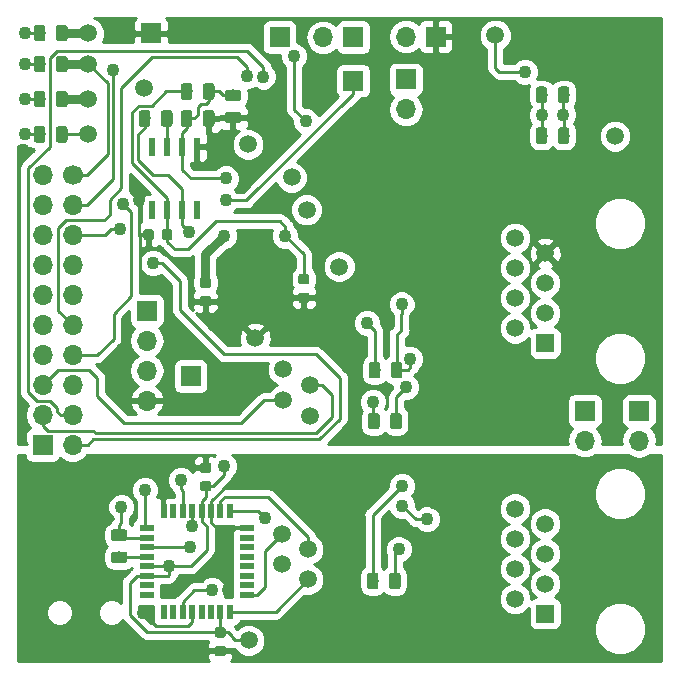
<source format=gbr>
G04 #@! TF.GenerationSoftware,KiCad,Pcbnew,5.0.1+dfsg1-3*
G04 #@! TF.CreationDate,2018-11-04T01:21:10+01:00*
G04 #@! TF.ProjectId,stk3700_beesensors,73746B333730305F62656573656E736F,rev?*
G04 #@! TF.SameCoordinates,Original*
G04 #@! TF.FileFunction,Copper,L2,Bot,Signal*
G04 #@! TF.FilePolarity,Positive*
%FSLAX46Y46*%
G04 Gerber Fmt 4.6, Leading zero omitted, Abs format (unit mm)*
G04 Created by KiCad (PCBNEW 5.0.1+dfsg1-3) date Sun 04 Nov 2018 01:21:10 CET*
%MOMM*%
%LPD*%
G01*
G04 APERTURE LIST*
G04 #@! TA.AperFunction,Conductor*
%ADD10C,0.100000*%
G04 #@! TD*
G04 #@! TA.AperFunction,SMDPad,CuDef*
%ADD11C,0.875000*%
G04 #@! TD*
G04 #@! TA.AperFunction,SMDPad,CuDef*
%ADD12C,0.975000*%
G04 #@! TD*
G04 #@! TA.AperFunction,ComponentPad*
%ADD13O,1.700000X1.700000*%
G04 #@! TD*
G04 #@! TA.AperFunction,ComponentPad*
%ADD14R,1.700000X1.700000*%
G04 #@! TD*
G04 #@! TA.AperFunction,ComponentPad*
%ADD15C,1.700000*%
G04 #@! TD*
G04 #@! TA.AperFunction,ComponentPad*
%ADD16C,1.500000*%
G04 #@! TD*
G04 #@! TA.AperFunction,ComponentPad*
%ADD17R,1.500000X1.500000*%
G04 #@! TD*
G04 #@! TA.AperFunction,SMDPad,CuDef*
%ADD18R,0.600000X1.550000*%
G04 #@! TD*
G04 #@! TA.AperFunction,SMDPad,CuDef*
%ADD19R,1.200000X0.600000*%
G04 #@! TD*
G04 #@! TA.AperFunction,SMDPad,CuDef*
%ADD20R,0.600000X1.200000*%
G04 #@! TD*
G04 #@! TA.AperFunction,ViaPad*
%ADD21C,1.100000*%
G04 #@! TD*
G04 #@! TA.AperFunction,Conductor*
%ADD22C,0.250000*%
G04 #@! TD*
G04 #@! TA.AperFunction,Conductor*
%ADD23C,0.750000*%
G04 #@! TD*
G04 #@! TA.AperFunction,Conductor*
%ADD24C,0.254000*%
G04 #@! TD*
G04 APERTURE END LIST*
D10*
G04 #@! TO.N,GNDD*
G04 #@! TO.C,C9*
G36*
X100963291Y-90368453D02*
X100984526Y-90371603D01*
X101005350Y-90376819D01*
X101025562Y-90384051D01*
X101044968Y-90393230D01*
X101063381Y-90404266D01*
X101080624Y-90417054D01*
X101096530Y-90431470D01*
X101110946Y-90447376D01*
X101123734Y-90464619D01*
X101134770Y-90483032D01*
X101143949Y-90502438D01*
X101151181Y-90522650D01*
X101156397Y-90543474D01*
X101159547Y-90564709D01*
X101160600Y-90586150D01*
X101160600Y-91023650D01*
X101159547Y-91045091D01*
X101156397Y-91066326D01*
X101151181Y-91087150D01*
X101143949Y-91107362D01*
X101134770Y-91126768D01*
X101123734Y-91145181D01*
X101110946Y-91162424D01*
X101096530Y-91178330D01*
X101080624Y-91192746D01*
X101063381Y-91205534D01*
X101044968Y-91216570D01*
X101025562Y-91225749D01*
X101005350Y-91232981D01*
X100984526Y-91238197D01*
X100963291Y-91241347D01*
X100941850Y-91242400D01*
X100429350Y-91242400D01*
X100407909Y-91241347D01*
X100386674Y-91238197D01*
X100365850Y-91232981D01*
X100345638Y-91225749D01*
X100326232Y-91216570D01*
X100307819Y-91205534D01*
X100290576Y-91192746D01*
X100274670Y-91178330D01*
X100260254Y-91162424D01*
X100247466Y-91145181D01*
X100236430Y-91126768D01*
X100227251Y-91107362D01*
X100220019Y-91087150D01*
X100214803Y-91066326D01*
X100211653Y-91045091D01*
X100210600Y-91023650D01*
X100210600Y-90586150D01*
X100211653Y-90564709D01*
X100214803Y-90543474D01*
X100220019Y-90522650D01*
X100227251Y-90502438D01*
X100236430Y-90483032D01*
X100247466Y-90464619D01*
X100260254Y-90447376D01*
X100274670Y-90431470D01*
X100290576Y-90417054D01*
X100307819Y-90404266D01*
X100326232Y-90393230D01*
X100345638Y-90384051D01*
X100365850Y-90376819D01*
X100386674Y-90371603D01*
X100407909Y-90368453D01*
X100429350Y-90367400D01*
X100941850Y-90367400D01*
X100963291Y-90368453D01*
X100963291Y-90368453D01*
G37*
D11*
G04 #@! TD*
G04 #@! TO.P,C9,2*
G04 #@! TO.N,GNDD*
X100685600Y-90804900D03*
D10*
G04 #@! TO.N,VCC*
G04 #@! TO.C,C9*
G36*
X100963291Y-91943453D02*
X100984526Y-91946603D01*
X101005350Y-91951819D01*
X101025562Y-91959051D01*
X101044968Y-91968230D01*
X101063381Y-91979266D01*
X101080624Y-91992054D01*
X101096530Y-92006470D01*
X101110946Y-92022376D01*
X101123734Y-92039619D01*
X101134770Y-92058032D01*
X101143949Y-92077438D01*
X101151181Y-92097650D01*
X101156397Y-92118474D01*
X101159547Y-92139709D01*
X101160600Y-92161150D01*
X101160600Y-92598650D01*
X101159547Y-92620091D01*
X101156397Y-92641326D01*
X101151181Y-92662150D01*
X101143949Y-92682362D01*
X101134770Y-92701768D01*
X101123734Y-92720181D01*
X101110946Y-92737424D01*
X101096530Y-92753330D01*
X101080624Y-92767746D01*
X101063381Y-92780534D01*
X101044968Y-92791570D01*
X101025562Y-92800749D01*
X101005350Y-92807981D01*
X100984526Y-92813197D01*
X100963291Y-92816347D01*
X100941850Y-92817400D01*
X100429350Y-92817400D01*
X100407909Y-92816347D01*
X100386674Y-92813197D01*
X100365850Y-92807981D01*
X100345638Y-92800749D01*
X100326232Y-92791570D01*
X100307819Y-92780534D01*
X100290576Y-92767746D01*
X100274670Y-92753330D01*
X100260254Y-92737424D01*
X100247466Y-92720181D01*
X100236430Y-92701768D01*
X100227251Y-92682362D01*
X100220019Y-92662150D01*
X100214803Y-92641326D01*
X100211653Y-92620091D01*
X100210600Y-92598650D01*
X100210600Y-92161150D01*
X100211653Y-92139709D01*
X100214803Y-92118474D01*
X100220019Y-92097650D01*
X100227251Y-92077438D01*
X100236430Y-92058032D01*
X100247466Y-92039619D01*
X100260254Y-92022376D01*
X100274670Y-92006470D01*
X100290576Y-91992054D01*
X100307819Y-91979266D01*
X100326232Y-91968230D01*
X100345638Y-91959051D01*
X100365850Y-91951819D01*
X100386674Y-91946603D01*
X100407909Y-91943453D01*
X100429350Y-91942400D01*
X100941850Y-91942400D01*
X100963291Y-91943453D01*
X100963291Y-91943453D01*
G37*
D11*
G04 #@! TD*
G04 #@! TO.P,C9,1*
G04 #@! TO.N,VCC*
X100685600Y-92379900D03*
D10*
G04 #@! TO.N,GNDD*
G04 #@! TO.C,C7*
G36*
X102182491Y-105888053D02*
X102203726Y-105891203D01*
X102224550Y-105896419D01*
X102244762Y-105903651D01*
X102264168Y-105912830D01*
X102282581Y-105923866D01*
X102299824Y-105936654D01*
X102315730Y-105951070D01*
X102330146Y-105966976D01*
X102342934Y-105984219D01*
X102353970Y-106002632D01*
X102363149Y-106022038D01*
X102370381Y-106042250D01*
X102375597Y-106063074D01*
X102378747Y-106084309D01*
X102379800Y-106105750D01*
X102379800Y-106543250D01*
X102378747Y-106564691D01*
X102375597Y-106585926D01*
X102370381Y-106606750D01*
X102363149Y-106626962D01*
X102353970Y-106646368D01*
X102342934Y-106664781D01*
X102330146Y-106682024D01*
X102315730Y-106697930D01*
X102299824Y-106712346D01*
X102282581Y-106725134D01*
X102264168Y-106736170D01*
X102244762Y-106745349D01*
X102224550Y-106752581D01*
X102203726Y-106757797D01*
X102182491Y-106760947D01*
X102161050Y-106762000D01*
X101648550Y-106762000D01*
X101627109Y-106760947D01*
X101605874Y-106757797D01*
X101585050Y-106752581D01*
X101564838Y-106745349D01*
X101545432Y-106736170D01*
X101527019Y-106725134D01*
X101509776Y-106712346D01*
X101493870Y-106697930D01*
X101479454Y-106682024D01*
X101466666Y-106664781D01*
X101455630Y-106646368D01*
X101446451Y-106626962D01*
X101439219Y-106606750D01*
X101434003Y-106585926D01*
X101430853Y-106564691D01*
X101429800Y-106543250D01*
X101429800Y-106105750D01*
X101430853Y-106084309D01*
X101434003Y-106063074D01*
X101439219Y-106042250D01*
X101446451Y-106022038D01*
X101455630Y-106002632D01*
X101466666Y-105984219D01*
X101479454Y-105966976D01*
X101493870Y-105951070D01*
X101509776Y-105936654D01*
X101527019Y-105923866D01*
X101545432Y-105912830D01*
X101564838Y-105903651D01*
X101585050Y-105896419D01*
X101605874Y-105891203D01*
X101627109Y-105888053D01*
X101648550Y-105887000D01*
X102161050Y-105887000D01*
X102182491Y-105888053D01*
X102182491Y-105888053D01*
G37*
D11*
G04 #@! TD*
G04 #@! TO.P,C7,2*
G04 #@! TO.N,GNDD*
X101904800Y-106324500D03*
D10*
G04 #@! TO.N,VCC*
G04 #@! TO.C,C7*
G36*
X102182491Y-104313053D02*
X102203726Y-104316203D01*
X102224550Y-104321419D01*
X102244762Y-104328651D01*
X102264168Y-104337830D01*
X102282581Y-104348866D01*
X102299824Y-104361654D01*
X102315730Y-104376070D01*
X102330146Y-104391976D01*
X102342934Y-104409219D01*
X102353970Y-104427632D01*
X102363149Y-104447038D01*
X102370381Y-104467250D01*
X102375597Y-104488074D01*
X102378747Y-104509309D01*
X102379800Y-104530750D01*
X102379800Y-104968250D01*
X102378747Y-104989691D01*
X102375597Y-105010926D01*
X102370381Y-105031750D01*
X102363149Y-105051962D01*
X102353970Y-105071368D01*
X102342934Y-105089781D01*
X102330146Y-105107024D01*
X102315730Y-105122930D01*
X102299824Y-105137346D01*
X102282581Y-105150134D01*
X102264168Y-105161170D01*
X102244762Y-105170349D01*
X102224550Y-105177581D01*
X102203726Y-105182797D01*
X102182491Y-105185947D01*
X102161050Y-105187000D01*
X101648550Y-105187000D01*
X101627109Y-105185947D01*
X101605874Y-105182797D01*
X101585050Y-105177581D01*
X101564838Y-105170349D01*
X101545432Y-105161170D01*
X101527019Y-105150134D01*
X101509776Y-105137346D01*
X101493870Y-105122930D01*
X101479454Y-105107024D01*
X101466666Y-105089781D01*
X101455630Y-105071368D01*
X101446451Y-105051962D01*
X101439219Y-105031750D01*
X101434003Y-105010926D01*
X101430853Y-104989691D01*
X101429800Y-104968250D01*
X101429800Y-104530750D01*
X101430853Y-104509309D01*
X101434003Y-104488074D01*
X101439219Y-104467250D01*
X101446451Y-104447038D01*
X101455630Y-104427632D01*
X101466666Y-104409219D01*
X101479454Y-104391976D01*
X101493870Y-104376070D01*
X101509776Y-104361654D01*
X101527019Y-104348866D01*
X101545432Y-104337830D01*
X101564838Y-104328651D01*
X101585050Y-104321419D01*
X101605874Y-104316203D01*
X101627109Y-104313053D01*
X101648550Y-104312000D01*
X102161050Y-104312000D01*
X102182491Y-104313053D01*
X102182491Y-104313053D01*
G37*
D11*
G04 #@! TD*
G04 #@! TO.P,C7,1*
G04 #@! TO.N,VCC*
X101904800Y-104749500D03*
D10*
G04 #@! TO.N,Net-(C1-Pad1)*
G04 #@! TO.C,C3*
G36*
X103464442Y-58799574D02*
X103488103Y-58803084D01*
X103511307Y-58808896D01*
X103533829Y-58816954D01*
X103555453Y-58827182D01*
X103575970Y-58839479D01*
X103595183Y-58853729D01*
X103612907Y-58869793D01*
X103628971Y-58887517D01*
X103643221Y-58906730D01*
X103655518Y-58927247D01*
X103665746Y-58948871D01*
X103673804Y-58971393D01*
X103679616Y-58994597D01*
X103683126Y-59018258D01*
X103684300Y-59042150D01*
X103684300Y-59529650D01*
X103683126Y-59553542D01*
X103679616Y-59577203D01*
X103673804Y-59600407D01*
X103665746Y-59622929D01*
X103655518Y-59644553D01*
X103643221Y-59665070D01*
X103628971Y-59684283D01*
X103612907Y-59702007D01*
X103595183Y-59718071D01*
X103575970Y-59732321D01*
X103555453Y-59744618D01*
X103533829Y-59754846D01*
X103511307Y-59762904D01*
X103488103Y-59768716D01*
X103464442Y-59772226D01*
X103440550Y-59773400D01*
X102528050Y-59773400D01*
X102504158Y-59772226D01*
X102480497Y-59768716D01*
X102457293Y-59762904D01*
X102434771Y-59754846D01*
X102413147Y-59744618D01*
X102392630Y-59732321D01*
X102373417Y-59718071D01*
X102355693Y-59702007D01*
X102339629Y-59684283D01*
X102325379Y-59665070D01*
X102313082Y-59644553D01*
X102302854Y-59622929D01*
X102294796Y-59600407D01*
X102288984Y-59577203D01*
X102285474Y-59553542D01*
X102284300Y-59529650D01*
X102284300Y-59042150D01*
X102285474Y-59018258D01*
X102288984Y-58994597D01*
X102294796Y-58971393D01*
X102302854Y-58948871D01*
X102313082Y-58927247D01*
X102325379Y-58906730D01*
X102339629Y-58887517D01*
X102355693Y-58869793D01*
X102373417Y-58853729D01*
X102392630Y-58839479D01*
X102413147Y-58827182D01*
X102434771Y-58816954D01*
X102457293Y-58808896D01*
X102480497Y-58803084D01*
X102504158Y-58799574D01*
X102528050Y-58798400D01*
X103440550Y-58798400D01*
X103464442Y-58799574D01*
X103464442Y-58799574D01*
G37*
D12*
G04 #@! TD*
G04 #@! TO.P,C3,1*
G04 #@! TO.N,Net-(C1-Pad1)*
X102984300Y-59285900D03*
D10*
G04 #@! TO.N,GND*
G04 #@! TO.C,C3*
G36*
X103464442Y-60674574D02*
X103488103Y-60678084D01*
X103511307Y-60683896D01*
X103533829Y-60691954D01*
X103555453Y-60702182D01*
X103575970Y-60714479D01*
X103595183Y-60728729D01*
X103612907Y-60744793D01*
X103628971Y-60762517D01*
X103643221Y-60781730D01*
X103655518Y-60802247D01*
X103665746Y-60823871D01*
X103673804Y-60846393D01*
X103679616Y-60869597D01*
X103683126Y-60893258D01*
X103684300Y-60917150D01*
X103684300Y-61404650D01*
X103683126Y-61428542D01*
X103679616Y-61452203D01*
X103673804Y-61475407D01*
X103665746Y-61497929D01*
X103655518Y-61519553D01*
X103643221Y-61540070D01*
X103628971Y-61559283D01*
X103612907Y-61577007D01*
X103595183Y-61593071D01*
X103575970Y-61607321D01*
X103555453Y-61619618D01*
X103533829Y-61629846D01*
X103511307Y-61637904D01*
X103488103Y-61643716D01*
X103464442Y-61647226D01*
X103440550Y-61648400D01*
X102528050Y-61648400D01*
X102504158Y-61647226D01*
X102480497Y-61643716D01*
X102457293Y-61637904D01*
X102434771Y-61629846D01*
X102413147Y-61619618D01*
X102392630Y-61607321D01*
X102373417Y-61593071D01*
X102355693Y-61577007D01*
X102339629Y-61559283D01*
X102325379Y-61540070D01*
X102313082Y-61519553D01*
X102302854Y-61497929D01*
X102294796Y-61475407D01*
X102288984Y-61452203D01*
X102285474Y-61428542D01*
X102284300Y-61404650D01*
X102284300Y-60917150D01*
X102285474Y-60893258D01*
X102288984Y-60869597D01*
X102294796Y-60846393D01*
X102302854Y-60823871D01*
X102313082Y-60802247D01*
X102325379Y-60781730D01*
X102339629Y-60762517D01*
X102355693Y-60744793D01*
X102373417Y-60728729D01*
X102392630Y-60714479D01*
X102413147Y-60702182D01*
X102434771Y-60691954D01*
X102457293Y-60683896D01*
X102480497Y-60678084D01*
X102504158Y-60674574D01*
X102528050Y-60673400D01*
X103440550Y-60673400D01*
X103464442Y-60674574D01*
X103464442Y-60674574D01*
G37*
D12*
G04 #@! TD*
G04 #@! TO.P,C3,2*
G04 #@! TO.N,GND*
X102984300Y-61160900D03*
D10*
G04 #@! TO.N,Net-(C6-Pad1)*
G04 #@! TO.C,C6*
G36*
X131253142Y-58533974D02*
X131276803Y-58537484D01*
X131300007Y-58543296D01*
X131322529Y-58551354D01*
X131344153Y-58561582D01*
X131364670Y-58573879D01*
X131383883Y-58588129D01*
X131401607Y-58604193D01*
X131417671Y-58621917D01*
X131431921Y-58641130D01*
X131444218Y-58661647D01*
X131454446Y-58683271D01*
X131462504Y-58705793D01*
X131468316Y-58728997D01*
X131471826Y-58752658D01*
X131473000Y-58776550D01*
X131473000Y-59689050D01*
X131471826Y-59712942D01*
X131468316Y-59736603D01*
X131462504Y-59759807D01*
X131454446Y-59782329D01*
X131444218Y-59803953D01*
X131431921Y-59824470D01*
X131417671Y-59843683D01*
X131401607Y-59861407D01*
X131383883Y-59877471D01*
X131364670Y-59891721D01*
X131344153Y-59904018D01*
X131322529Y-59914246D01*
X131300007Y-59922304D01*
X131276803Y-59928116D01*
X131253142Y-59931626D01*
X131229250Y-59932800D01*
X130741750Y-59932800D01*
X130717858Y-59931626D01*
X130694197Y-59928116D01*
X130670993Y-59922304D01*
X130648471Y-59914246D01*
X130626847Y-59904018D01*
X130606330Y-59891721D01*
X130587117Y-59877471D01*
X130569393Y-59861407D01*
X130553329Y-59843683D01*
X130539079Y-59824470D01*
X130526782Y-59803953D01*
X130516554Y-59782329D01*
X130508496Y-59759807D01*
X130502684Y-59736603D01*
X130499174Y-59712942D01*
X130498000Y-59689050D01*
X130498000Y-58776550D01*
X130499174Y-58752658D01*
X130502684Y-58728997D01*
X130508496Y-58705793D01*
X130516554Y-58683271D01*
X130526782Y-58661647D01*
X130539079Y-58641130D01*
X130553329Y-58621917D01*
X130569393Y-58604193D01*
X130587117Y-58588129D01*
X130606330Y-58573879D01*
X130626847Y-58561582D01*
X130648471Y-58551354D01*
X130670993Y-58543296D01*
X130694197Y-58537484D01*
X130717858Y-58533974D01*
X130741750Y-58532800D01*
X131229250Y-58532800D01*
X131253142Y-58533974D01*
X131253142Y-58533974D01*
G37*
D12*
G04 #@! TD*
G04 #@! TO.P,C6,1*
G04 #@! TO.N,Net-(C6-Pad1)*
X130985500Y-59232800D03*
D10*
G04 #@! TO.N,Net-(C6-Pad2)*
G04 #@! TO.C,C6*
G36*
X129378142Y-58533974D02*
X129401803Y-58537484D01*
X129425007Y-58543296D01*
X129447529Y-58551354D01*
X129469153Y-58561582D01*
X129489670Y-58573879D01*
X129508883Y-58588129D01*
X129526607Y-58604193D01*
X129542671Y-58621917D01*
X129556921Y-58641130D01*
X129569218Y-58661647D01*
X129579446Y-58683271D01*
X129587504Y-58705793D01*
X129593316Y-58728997D01*
X129596826Y-58752658D01*
X129598000Y-58776550D01*
X129598000Y-59689050D01*
X129596826Y-59712942D01*
X129593316Y-59736603D01*
X129587504Y-59759807D01*
X129579446Y-59782329D01*
X129569218Y-59803953D01*
X129556921Y-59824470D01*
X129542671Y-59843683D01*
X129526607Y-59861407D01*
X129508883Y-59877471D01*
X129489670Y-59891721D01*
X129469153Y-59904018D01*
X129447529Y-59914246D01*
X129425007Y-59922304D01*
X129401803Y-59928116D01*
X129378142Y-59931626D01*
X129354250Y-59932800D01*
X128866750Y-59932800D01*
X128842858Y-59931626D01*
X128819197Y-59928116D01*
X128795993Y-59922304D01*
X128773471Y-59914246D01*
X128751847Y-59904018D01*
X128731330Y-59891721D01*
X128712117Y-59877471D01*
X128694393Y-59861407D01*
X128678329Y-59843683D01*
X128664079Y-59824470D01*
X128651782Y-59803953D01*
X128641554Y-59782329D01*
X128633496Y-59759807D01*
X128627684Y-59736603D01*
X128624174Y-59712942D01*
X128623000Y-59689050D01*
X128623000Y-58776550D01*
X128624174Y-58752658D01*
X128627684Y-58728997D01*
X128633496Y-58705793D01*
X128641554Y-58683271D01*
X128651782Y-58661647D01*
X128664079Y-58641130D01*
X128678329Y-58621917D01*
X128694393Y-58604193D01*
X128712117Y-58588129D01*
X128731330Y-58573879D01*
X128751847Y-58561582D01*
X128773471Y-58551354D01*
X128795993Y-58543296D01*
X128819197Y-58537484D01*
X128842858Y-58533974D01*
X128866750Y-58532800D01*
X129354250Y-58532800D01*
X129378142Y-58533974D01*
X129378142Y-58533974D01*
G37*
D12*
G04 #@! TD*
G04 #@! TO.P,C6,2*
G04 #@! TO.N,Net-(C6-Pad2)*
X129110500Y-59232800D03*
D10*
G04 #@! TO.N,+5V*
G04 #@! TO.C,C13*
G36*
X100932811Y-74706813D02*
X100954046Y-74709963D01*
X100974870Y-74715179D01*
X100995082Y-74722411D01*
X101014488Y-74731590D01*
X101032901Y-74742626D01*
X101050144Y-74755414D01*
X101066050Y-74769830D01*
X101080466Y-74785736D01*
X101093254Y-74802979D01*
X101104290Y-74821392D01*
X101113469Y-74840798D01*
X101120701Y-74861010D01*
X101125917Y-74881834D01*
X101129067Y-74903069D01*
X101130120Y-74924510D01*
X101130120Y-75362010D01*
X101129067Y-75383451D01*
X101125917Y-75404686D01*
X101120701Y-75425510D01*
X101113469Y-75445722D01*
X101104290Y-75465128D01*
X101093254Y-75483541D01*
X101080466Y-75500784D01*
X101066050Y-75516690D01*
X101050144Y-75531106D01*
X101032901Y-75543894D01*
X101014488Y-75554930D01*
X100995082Y-75564109D01*
X100974870Y-75571341D01*
X100954046Y-75576557D01*
X100932811Y-75579707D01*
X100911370Y-75580760D01*
X100398870Y-75580760D01*
X100377429Y-75579707D01*
X100356194Y-75576557D01*
X100335370Y-75571341D01*
X100315158Y-75564109D01*
X100295752Y-75554930D01*
X100277339Y-75543894D01*
X100260096Y-75531106D01*
X100244190Y-75516690D01*
X100229774Y-75500784D01*
X100216986Y-75483541D01*
X100205950Y-75465128D01*
X100196771Y-75445722D01*
X100189539Y-75425510D01*
X100184323Y-75404686D01*
X100181173Y-75383451D01*
X100180120Y-75362010D01*
X100180120Y-74924510D01*
X100181173Y-74903069D01*
X100184323Y-74881834D01*
X100189539Y-74861010D01*
X100196771Y-74840798D01*
X100205950Y-74821392D01*
X100216986Y-74802979D01*
X100229774Y-74785736D01*
X100244190Y-74769830D01*
X100260096Y-74755414D01*
X100277339Y-74742626D01*
X100295752Y-74731590D01*
X100315158Y-74722411D01*
X100335370Y-74715179D01*
X100356194Y-74709963D01*
X100377429Y-74706813D01*
X100398870Y-74705760D01*
X100911370Y-74705760D01*
X100932811Y-74706813D01*
X100932811Y-74706813D01*
G37*
D11*
G04 #@! TD*
G04 #@! TO.P,C13,1*
G04 #@! TO.N,+5V*
X100655120Y-75143260D03*
D10*
G04 #@! TO.N,GND*
G04 #@! TO.C,C13*
G36*
X100932811Y-76281813D02*
X100954046Y-76284963D01*
X100974870Y-76290179D01*
X100995082Y-76297411D01*
X101014488Y-76306590D01*
X101032901Y-76317626D01*
X101050144Y-76330414D01*
X101066050Y-76344830D01*
X101080466Y-76360736D01*
X101093254Y-76377979D01*
X101104290Y-76396392D01*
X101113469Y-76415798D01*
X101120701Y-76436010D01*
X101125917Y-76456834D01*
X101129067Y-76478069D01*
X101130120Y-76499510D01*
X101130120Y-76937010D01*
X101129067Y-76958451D01*
X101125917Y-76979686D01*
X101120701Y-77000510D01*
X101113469Y-77020722D01*
X101104290Y-77040128D01*
X101093254Y-77058541D01*
X101080466Y-77075784D01*
X101066050Y-77091690D01*
X101050144Y-77106106D01*
X101032901Y-77118894D01*
X101014488Y-77129930D01*
X100995082Y-77139109D01*
X100974870Y-77146341D01*
X100954046Y-77151557D01*
X100932811Y-77154707D01*
X100911370Y-77155760D01*
X100398870Y-77155760D01*
X100377429Y-77154707D01*
X100356194Y-77151557D01*
X100335370Y-77146341D01*
X100315158Y-77139109D01*
X100295752Y-77129930D01*
X100277339Y-77118894D01*
X100260096Y-77106106D01*
X100244190Y-77091690D01*
X100229774Y-77075784D01*
X100216986Y-77058541D01*
X100205950Y-77040128D01*
X100196771Y-77020722D01*
X100189539Y-77000510D01*
X100184323Y-76979686D01*
X100181173Y-76958451D01*
X100180120Y-76937010D01*
X100180120Y-76499510D01*
X100181173Y-76478069D01*
X100184323Y-76456834D01*
X100189539Y-76436010D01*
X100196771Y-76415798D01*
X100205950Y-76396392D01*
X100216986Y-76377979D01*
X100229774Y-76360736D01*
X100244190Y-76344830D01*
X100260096Y-76330414D01*
X100277339Y-76317626D01*
X100295752Y-76306590D01*
X100315158Y-76297411D01*
X100335370Y-76290179D01*
X100356194Y-76284963D01*
X100377429Y-76281813D01*
X100398870Y-76280760D01*
X100911370Y-76280760D01*
X100932811Y-76281813D01*
X100932811Y-76281813D01*
G37*
D11*
G04 #@! TD*
G04 #@! TO.P,C13,2*
G04 #@! TO.N,GND*
X100655120Y-76718260D03*
D10*
G04 #@! TO.N,GND*
G04 #@! TO.C,C15*
G36*
X109264011Y-75977013D02*
X109285246Y-75980163D01*
X109306070Y-75985379D01*
X109326282Y-75992611D01*
X109345688Y-76001790D01*
X109364101Y-76012826D01*
X109381344Y-76025614D01*
X109397250Y-76040030D01*
X109411666Y-76055936D01*
X109424454Y-76073179D01*
X109435490Y-76091592D01*
X109444669Y-76110998D01*
X109451901Y-76131210D01*
X109457117Y-76152034D01*
X109460267Y-76173269D01*
X109461320Y-76194710D01*
X109461320Y-76632210D01*
X109460267Y-76653651D01*
X109457117Y-76674886D01*
X109451901Y-76695710D01*
X109444669Y-76715922D01*
X109435490Y-76735328D01*
X109424454Y-76753741D01*
X109411666Y-76770984D01*
X109397250Y-76786890D01*
X109381344Y-76801306D01*
X109364101Y-76814094D01*
X109345688Y-76825130D01*
X109326282Y-76834309D01*
X109306070Y-76841541D01*
X109285246Y-76846757D01*
X109264011Y-76849907D01*
X109242570Y-76850960D01*
X108730070Y-76850960D01*
X108708629Y-76849907D01*
X108687394Y-76846757D01*
X108666570Y-76841541D01*
X108646358Y-76834309D01*
X108626952Y-76825130D01*
X108608539Y-76814094D01*
X108591296Y-76801306D01*
X108575390Y-76786890D01*
X108560974Y-76770984D01*
X108548186Y-76753741D01*
X108537150Y-76735328D01*
X108527971Y-76715922D01*
X108520739Y-76695710D01*
X108515523Y-76674886D01*
X108512373Y-76653651D01*
X108511320Y-76632210D01*
X108511320Y-76194710D01*
X108512373Y-76173269D01*
X108515523Y-76152034D01*
X108520739Y-76131210D01*
X108527971Y-76110998D01*
X108537150Y-76091592D01*
X108548186Y-76073179D01*
X108560974Y-76055936D01*
X108575390Y-76040030D01*
X108591296Y-76025614D01*
X108608539Y-76012826D01*
X108626952Y-76001790D01*
X108646358Y-75992611D01*
X108666570Y-75985379D01*
X108687394Y-75980163D01*
X108708629Y-75977013D01*
X108730070Y-75975960D01*
X109242570Y-75975960D01*
X109264011Y-75977013D01*
X109264011Y-75977013D01*
G37*
D11*
G04 #@! TD*
G04 #@! TO.P,C15,2*
G04 #@! TO.N,GND*
X108986320Y-76413460D03*
D10*
G04 #@! TO.N,+5VA*
G04 #@! TO.C,C15*
G36*
X109264011Y-74402013D02*
X109285246Y-74405163D01*
X109306070Y-74410379D01*
X109326282Y-74417611D01*
X109345688Y-74426790D01*
X109364101Y-74437826D01*
X109381344Y-74450614D01*
X109397250Y-74465030D01*
X109411666Y-74480936D01*
X109424454Y-74498179D01*
X109435490Y-74516592D01*
X109444669Y-74535998D01*
X109451901Y-74556210D01*
X109457117Y-74577034D01*
X109460267Y-74598269D01*
X109461320Y-74619710D01*
X109461320Y-75057210D01*
X109460267Y-75078651D01*
X109457117Y-75099886D01*
X109451901Y-75120710D01*
X109444669Y-75140922D01*
X109435490Y-75160328D01*
X109424454Y-75178741D01*
X109411666Y-75195984D01*
X109397250Y-75211890D01*
X109381344Y-75226306D01*
X109364101Y-75239094D01*
X109345688Y-75250130D01*
X109326282Y-75259309D01*
X109306070Y-75266541D01*
X109285246Y-75271757D01*
X109264011Y-75274907D01*
X109242570Y-75275960D01*
X108730070Y-75275960D01*
X108708629Y-75274907D01*
X108687394Y-75271757D01*
X108666570Y-75266541D01*
X108646358Y-75259309D01*
X108626952Y-75250130D01*
X108608539Y-75239094D01*
X108591296Y-75226306D01*
X108575390Y-75211890D01*
X108560974Y-75195984D01*
X108548186Y-75178741D01*
X108537150Y-75160328D01*
X108527971Y-75140922D01*
X108520739Y-75120710D01*
X108515523Y-75099886D01*
X108512373Y-75078651D01*
X108511320Y-75057210D01*
X108511320Y-74619710D01*
X108512373Y-74598269D01*
X108515523Y-74577034D01*
X108520739Y-74556210D01*
X108527971Y-74535998D01*
X108537150Y-74516592D01*
X108548186Y-74498179D01*
X108560974Y-74480936D01*
X108575390Y-74465030D01*
X108591296Y-74450614D01*
X108608539Y-74437826D01*
X108626952Y-74426790D01*
X108646358Y-74417611D01*
X108666570Y-74410379D01*
X108687394Y-74405163D01*
X108708629Y-74402013D01*
X108730070Y-74400960D01*
X109242570Y-74400960D01*
X109264011Y-74402013D01*
X109264011Y-74402013D01*
G37*
D11*
G04 #@! TD*
G04 #@! TO.P,C15,1*
G04 #@! TO.N,+5VA*
X108986320Y-74838460D03*
D10*
G04 #@! TO.N,+5VA*
G04 #@! TO.C,C17*
G36*
X97661991Y-70607953D02*
X97683226Y-70611103D01*
X97704050Y-70616319D01*
X97724262Y-70623551D01*
X97743668Y-70632730D01*
X97762081Y-70643766D01*
X97779324Y-70656554D01*
X97795230Y-70670970D01*
X97809646Y-70686876D01*
X97822434Y-70704119D01*
X97833470Y-70722532D01*
X97842649Y-70741938D01*
X97849881Y-70762150D01*
X97855097Y-70782974D01*
X97858247Y-70804209D01*
X97859300Y-70825650D01*
X97859300Y-71338150D01*
X97858247Y-71359591D01*
X97855097Y-71380826D01*
X97849881Y-71401650D01*
X97842649Y-71421862D01*
X97833470Y-71441268D01*
X97822434Y-71459681D01*
X97809646Y-71476924D01*
X97795230Y-71492830D01*
X97779324Y-71507246D01*
X97762081Y-71520034D01*
X97743668Y-71531070D01*
X97724262Y-71540249D01*
X97704050Y-71547481D01*
X97683226Y-71552697D01*
X97661991Y-71555847D01*
X97640550Y-71556900D01*
X97203050Y-71556900D01*
X97181609Y-71555847D01*
X97160374Y-71552697D01*
X97139550Y-71547481D01*
X97119338Y-71540249D01*
X97099932Y-71531070D01*
X97081519Y-71520034D01*
X97064276Y-71507246D01*
X97048370Y-71492830D01*
X97033954Y-71476924D01*
X97021166Y-71459681D01*
X97010130Y-71441268D01*
X97000951Y-71421862D01*
X96993719Y-71401650D01*
X96988503Y-71380826D01*
X96985353Y-71359591D01*
X96984300Y-71338150D01*
X96984300Y-70825650D01*
X96985353Y-70804209D01*
X96988503Y-70782974D01*
X96993719Y-70762150D01*
X97000951Y-70741938D01*
X97010130Y-70722532D01*
X97021166Y-70704119D01*
X97033954Y-70686876D01*
X97048370Y-70670970D01*
X97064276Y-70656554D01*
X97081519Y-70643766D01*
X97099932Y-70632730D01*
X97119338Y-70623551D01*
X97139550Y-70616319D01*
X97160374Y-70611103D01*
X97181609Y-70607953D01*
X97203050Y-70606900D01*
X97640550Y-70606900D01*
X97661991Y-70607953D01*
X97661991Y-70607953D01*
G37*
D11*
G04 #@! TD*
G04 #@! TO.P,C17,1*
G04 #@! TO.N,+5VA*
X97421800Y-71081900D03*
D10*
G04 #@! TO.N,GND*
G04 #@! TO.C,C17*
G36*
X96086991Y-70607953D02*
X96108226Y-70611103D01*
X96129050Y-70616319D01*
X96149262Y-70623551D01*
X96168668Y-70632730D01*
X96187081Y-70643766D01*
X96204324Y-70656554D01*
X96220230Y-70670970D01*
X96234646Y-70686876D01*
X96247434Y-70704119D01*
X96258470Y-70722532D01*
X96267649Y-70741938D01*
X96274881Y-70762150D01*
X96280097Y-70782974D01*
X96283247Y-70804209D01*
X96284300Y-70825650D01*
X96284300Y-71338150D01*
X96283247Y-71359591D01*
X96280097Y-71380826D01*
X96274881Y-71401650D01*
X96267649Y-71421862D01*
X96258470Y-71441268D01*
X96247434Y-71459681D01*
X96234646Y-71476924D01*
X96220230Y-71492830D01*
X96204324Y-71507246D01*
X96187081Y-71520034D01*
X96168668Y-71531070D01*
X96149262Y-71540249D01*
X96129050Y-71547481D01*
X96108226Y-71552697D01*
X96086991Y-71555847D01*
X96065550Y-71556900D01*
X95628050Y-71556900D01*
X95606609Y-71555847D01*
X95585374Y-71552697D01*
X95564550Y-71547481D01*
X95544338Y-71540249D01*
X95524932Y-71531070D01*
X95506519Y-71520034D01*
X95489276Y-71507246D01*
X95473370Y-71492830D01*
X95458954Y-71476924D01*
X95446166Y-71459681D01*
X95435130Y-71441268D01*
X95425951Y-71421862D01*
X95418719Y-71401650D01*
X95413503Y-71380826D01*
X95410353Y-71359591D01*
X95409300Y-71338150D01*
X95409300Y-70825650D01*
X95410353Y-70804209D01*
X95413503Y-70782974D01*
X95418719Y-70762150D01*
X95425951Y-70741938D01*
X95435130Y-70722532D01*
X95446166Y-70704119D01*
X95458954Y-70686876D01*
X95473370Y-70670970D01*
X95489276Y-70656554D01*
X95506519Y-70643766D01*
X95524932Y-70632730D01*
X95544338Y-70623551D01*
X95564550Y-70616319D01*
X95585374Y-70611103D01*
X95606609Y-70607953D01*
X95628050Y-70606900D01*
X96065550Y-70606900D01*
X96086991Y-70607953D01*
X96086991Y-70607953D01*
G37*
D11*
G04 #@! TD*
G04 #@! TO.P,C17,2*
G04 #@! TO.N,GND*
X95846800Y-71081900D03*
D13*
G04 #@! TO.P,A,2*
G04 #@! TO.N,/RS485_A*
X137363200Y-88544400D03*
D14*
G04 #@! TO.P,A,1*
X137363200Y-86004400D03*
G04 #@! TD*
G04 #@! TO.P,B,1*
G04 #@! TO.N,/RS485_B*
X132778500Y-85979000D03*
D13*
G04 #@! TO.P,B,2*
X132778500Y-88519000D03*
G04 #@! TD*
D15*
G04 #@! TO.P,J2,20*
G04 #@! TO.N,+3V3*
X89408000Y-66040000D03*
D13*
G04 #@! TO.P,J2,19*
G04 #@! TO.N,GND*
X86868000Y-66040000D03*
G04 #@! TO.P,J2,18*
G04 #@! TO.N,+5V*
X89408000Y-68580000D03*
G04 #@! TO.P,J2,17*
G04 #@! TO.N,/DHT22_DATA*
X86868000Y-68580000D03*
G04 #@! TO.P,J2,16*
G04 #@! TO.N,/MIC_ADC*
X89408000Y-71120000D03*
G04 #@! TO.P,J2,15*
G04 #@! TO.N,Net-(J2-Pad15)*
X86868000Y-71120000D03*
G04 #@! TO.P,J2,14*
G04 #@! TO.N,/RX_485*
X89408000Y-73660000D03*
G04 #@! TO.P,J2,13*
G04 #@! TO.N,Net-(J2-Pad13)*
X86868000Y-73660000D03*
G04 #@! TO.P,J2,12*
G04 #@! TO.N,/TX_485*
X89408000Y-76200000D03*
G04 #@! TO.P,J2,11*
G04 #@! TO.N,Net-(J2-Pad11)*
X86868000Y-76200000D03*
G04 #@! TO.P,J2,10*
G04 #@! TO.N,/SPI_CS*
X89408000Y-78740000D03*
G04 #@! TO.P,J2,9*
G04 #@! TO.N,Net-(J2-Pad9)*
X86868000Y-78740000D03*
G04 #@! TO.P,J2,8*
G04 #@! TO.N,/SPI_SCK*
X89408000Y-81280000D03*
G04 #@! TO.P,J2,7*
G04 #@! TO.N,/USR_LED*
X86868000Y-81280000D03*
G04 #@! TO.P,J2,6*
G04 #@! TO.N,Net-(J2-Pad6)*
X89408000Y-83820000D03*
G04 #@! TO.P,J2,5*
G04 #@! TO.N,/DE_485*
X86868000Y-83820000D03*
G04 #@! TO.P,J2,4*
G04 #@! TO.N,/SPI_MOSI*
X89408000Y-86360000D03*
G04 #@! TO.P,J2,3*
G04 #@! TO.N,/RE_485*
X86868000Y-86360000D03*
G04 #@! TO.P,J2,2*
G04 #@! TO.N,VMCU*
X89408000Y-88900000D03*
D14*
G04 #@! TO.P,J2,1*
G04 #@! TO.N,GND*
X86868000Y-88900000D03*
G04 #@! TD*
D16*
G04 #@! TO.P,J3,8*
G04 #@! TO.N,+5V*
X126873000Y-71374000D03*
G04 #@! TO.P,J3,7*
G04 #@! TO.N,GND*
X129413000Y-72644000D03*
G04 #@! TO.P,J3,6*
G04 #@! TO.N,Net-(J3-Pad6)*
X126873000Y-73914000D03*
G04 #@! TO.P,J3,5*
G04 #@! TO.N,/RS485_A*
X129413000Y-75184000D03*
G04 #@! TO.P,J3,4*
G04 #@! TO.N,/RS485_B*
X126873000Y-76454000D03*
G04 #@! TO.P,J3,3*
G04 #@! TO.N,Net-(J3-Pad3)*
X129413000Y-77724000D03*
G04 #@! TO.P,J3,2*
G04 #@! TO.N,Net-(J3-Pad2)*
X126873000Y-78994000D03*
D17*
G04 #@! TO.P,J3,1*
G04 #@! TO.N,Net-(J3-Pad1)*
X129413000Y-80264000D03*
G04 #@! TD*
G04 #@! TO.P,J4,1*
G04 #@! TO.N,Net-(J4-Pad1)*
X129413000Y-103174800D03*
D16*
G04 #@! TO.P,J4,2*
G04 #@! TO.N,Net-(J4-Pad2)*
X126873000Y-101904800D03*
G04 #@! TO.P,J4,3*
G04 #@! TO.N,Net-(J4-Pad3)*
X129413000Y-100634800D03*
G04 #@! TO.P,J4,4*
G04 #@! TO.N,/RS485_B*
X126873000Y-99364800D03*
G04 #@! TO.P,J4,5*
G04 #@! TO.N,/RS485_A*
X129413000Y-98094800D03*
G04 #@! TO.P,J4,6*
G04 #@! TO.N,Net-(J4-Pad6)*
X126873000Y-96824800D03*
G04 #@! TO.P,J4,7*
G04 #@! TO.N,N/C*
X129413000Y-95554800D03*
G04 #@! TO.P,J4,8*
X126873000Y-94284800D03*
G04 #@! TD*
D14*
G04 #@! TO.P,W,1*
G04 #@! TO.N,Net-(JP1-Pad1)*
X117627400Y-57937400D03*
D13*
G04 #@! TO.P,W,2*
G04 #@! TO.N,Net-(C2-Pad2)*
X117627400Y-60477400D03*
G04 #@! TD*
D14*
G04 #@! TO.P,AW,1*
G04 #@! TO.N,Net-(C11-Pad2)*
X113157000Y-54356000D03*
D13*
G04 #@! TO.P,AW,2*
G04 #@! TO.N,Net-(JP3-Pad2)*
X110617000Y-54356000D03*
G04 #@! TD*
G04 #@! TO.P,MK1,2*
G04 #@! TO.N,Net-(JP1-Pad1)*
X117627400Y-54305200D03*
D14*
G04 #@! TO.P,MK1,1*
G04 #@! TO.N,GND*
X120167400Y-54305200D03*
G04 #@! TD*
D10*
G04 #@! TO.N,Net-(C1-Pad1)*
G04 #@! TO.C,R5*
G36*
X101204942Y-58254574D02*
X101228603Y-58258084D01*
X101251807Y-58263896D01*
X101274329Y-58271954D01*
X101295953Y-58282182D01*
X101316470Y-58294479D01*
X101335683Y-58308729D01*
X101353407Y-58324793D01*
X101369471Y-58342517D01*
X101383721Y-58361730D01*
X101396018Y-58382247D01*
X101406246Y-58403871D01*
X101414304Y-58426393D01*
X101420116Y-58449597D01*
X101423626Y-58473258D01*
X101424800Y-58497150D01*
X101424800Y-59409650D01*
X101423626Y-59433542D01*
X101420116Y-59457203D01*
X101414304Y-59480407D01*
X101406246Y-59502929D01*
X101396018Y-59524553D01*
X101383721Y-59545070D01*
X101369471Y-59564283D01*
X101353407Y-59582007D01*
X101335683Y-59598071D01*
X101316470Y-59612321D01*
X101295953Y-59624618D01*
X101274329Y-59634846D01*
X101251807Y-59642904D01*
X101228603Y-59648716D01*
X101204942Y-59652226D01*
X101181050Y-59653400D01*
X100693550Y-59653400D01*
X100669658Y-59652226D01*
X100645997Y-59648716D01*
X100622793Y-59642904D01*
X100600271Y-59634846D01*
X100578647Y-59624618D01*
X100558130Y-59612321D01*
X100538917Y-59598071D01*
X100521193Y-59582007D01*
X100505129Y-59564283D01*
X100490879Y-59545070D01*
X100478582Y-59524553D01*
X100468354Y-59502929D01*
X100460296Y-59480407D01*
X100454484Y-59457203D01*
X100450974Y-59433542D01*
X100449800Y-59409650D01*
X100449800Y-58497150D01*
X100450974Y-58473258D01*
X100454484Y-58449597D01*
X100460296Y-58426393D01*
X100468354Y-58403871D01*
X100478582Y-58382247D01*
X100490879Y-58361730D01*
X100505129Y-58342517D01*
X100521193Y-58324793D01*
X100538917Y-58308729D01*
X100558130Y-58294479D01*
X100578647Y-58282182D01*
X100600271Y-58271954D01*
X100622793Y-58263896D01*
X100645997Y-58258084D01*
X100669658Y-58254574D01*
X100693550Y-58253400D01*
X101181050Y-58253400D01*
X101204942Y-58254574D01*
X101204942Y-58254574D01*
G37*
D12*
G04 #@! TD*
G04 #@! TO.P,R5,2*
G04 #@! TO.N,Net-(C1-Pad1)*
X100937300Y-58953400D03*
D10*
G04 #@! TO.N,+5VA*
G04 #@! TO.C,R5*
G36*
X99329942Y-58254574D02*
X99353603Y-58258084D01*
X99376807Y-58263896D01*
X99399329Y-58271954D01*
X99420953Y-58282182D01*
X99441470Y-58294479D01*
X99460683Y-58308729D01*
X99478407Y-58324793D01*
X99494471Y-58342517D01*
X99508721Y-58361730D01*
X99521018Y-58382247D01*
X99531246Y-58403871D01*
X99539304Y-58426393D01*
X99545116Y-58449597D01*
X99548626Y-58473258D01*
X99549800Y-58497150D01*
X99549800Y-59409650D01*
X99548626Y-59433542D01*
X99545116Y-59457203D01*
X99539304Y-59480407D01*
X99531246Y-59502929D01*
X99521018Y-59524553D01*
X99508721Y-59545070D01*
X99494471Y-59564283D01*
X99478407Y-59582007D01*
X99460683Y-59598071D01*
X99441470Y-59612321D01*
X99420953Y-59624618D01*
X99399329Y-59634846D01*
X99376807Y-59642904D01*
X99353603Y-59648716D01*
X99329942Y-59652226D01*
X99306050Y-59653400D01*
X98818550Y-59653400D01*
X98794658Y-59652226D01*
X98770997Y-59648716D01*
X98747793Y-59642904D01*
X98725271Y-59634846D01*
X98703647Y-59624618D01*
X98683130Y-59612321D01*
X98663917Y-59598071D01*
X98646193Y-59582007D01*
X98630129Y-59564283D01*
X98615879Y-59545070D01*
X98603582Y-59524553D01*
X98593354Y-59502929D01*
X98585296Y-59480407D01*
X98579484Y-59457203D01*
X98575974Y-59433542D01*
X98574800Y-59409650D01*
X98574800Y-58497150D01*
X98575974Y-58473258D01*
X98579484Y-58449597D01*
X98585296Y-58426393D01*
X98593354Y-58403871D01*
X98603582Y-58382247D01*
X98615879Y-58361730D01*
X98630129Y-58342517D01*
X98646193Y-58324793D01*
X98663917Y-58308729D01*
X98683130Y-58294479D01*
X98703647Y-58282182D01*
X98725271Y-58271954D01*
X98747793Y-58263896D01*
X98770997Y-58258084D01*
X98794658Y-58254574D01*
X98818550Y-58253400D01*
X99306050Y-58253400D01*
X99329942Y-58254574D01*
X99329942Y-58254574D01*
G37*
D12*
G04 #@! TD*
G04 #@! TO.P,R5,1*
G04 #@! TO.N,+5VA*
X99062300Y-58953400D03*
D10*
G04 #@! TO.N,Net-(C1-Pad1)*
G04 #@! TO.C,R6*
G36*
X99329942Y-60540574D02*
X99353603Y-60544084D01*
X99376807Y-60549896D01*
X99399329Y-60557954D01*
X99420953Y-60568182D01*
X99441470Y-60580479D01*
X99460683Y-60594729D01*
X99478407Y-60610793D01*
X99494471Y-60628517D01*
X99508721Y-60647730D01*
X99521018Y-60668247D01*
X99531246Y-60689871D01*
X99539304Y-60712393D01*
X99545116Y-60735597D01*
X99548626Y-60759258D01*
X99549800Y-60783150D01*
X99549800Y-61695650D01*
X99548626Y-61719542D01*
X99545116Y-61743203D01*
X99539304Y-61766407D01*
X99531246Y-61788929D01*
X99521018Y-61810553D01*
X99508721Y-61831070D01*
X99494471Y-61850283D01*
X99478407Y-61868007D01*
X99460683Y-61884071D01*
X99441470Y-61898321D01*
X99420953Y-61910618D01*
X99399329Y-61920846D01*
X99376807Y-61928904D01*
X99353603Y-61934716D01*
X99329942Y-61938226D01*
X99306050Y-61939400D01*
X98818550Y-61939400D01*
X98794658Y-61938226D01*
X98770997Y-61934716D01*
X98747793Y-61928904D01*
X98725271Y-61920846D01*
X98703647Y-61910618D01*
X98683130Y-61898321D01*
X98663917Y-61884071D01*
X98646193Y-61868007D01*
X98630129Y-61850283D01*
X98615879Y-61831070D01*
X98603582Y-61810553D01*
X98593354Y-61788929D01*
X98585296Y-61766407D01*
X98579484Y-61743203D01*
X98575974Y-61719542D01*
X98574800Y-61695650D01*
X98574800Y-60783150D01*
X98575974Y-60759258D01*
X98579484Y-60735597D01*
X98585296Y-60712393D01*
X98593354Y-60689871D01*
X98603582Y-60668247D01*
X98615879Y-60647730D01*
X98630129Y-60628517D01*
X98646193Y-60610793D01*
X98663917Y-60594729D01*
X98683130Y-60580479D01*
X98703647Y-60568182D01*
X98725271Y-60557954D01*
X98747793Y-60549896D01*
X98770997Y-60544084D01*
X98794658Y-60540574D01*
X98818550Y-60539400D01*
X99306050Y-60539400D01*
X99329942Y-60540574D01*
X99329942Y-60540574D01*
G37*
D12*
G04 #@! TD*
G04 #@! TO.P,R6,1*
G04 #@! TO.N,Net-(C1-Pad1)*
X99062300Y-61239400D03*
D10*
G04 #@! TO.N,GND*
G04 #@! TO.C,R6*
G36*
X101204942Y-60540574D02*
X101228603Y-60544084D01*
X101251807Y-60549896D01*
X101274329Y-60557954D01*
X101295953Y-60568182D01*
X101316470Y-60580479D01*
X101335683Y-60594729D01*
X101353407Y-60610793D01*
X101369471Y-60628517D01*
X101383721Y-60647730D01*
X101396018Y-60668247D01*
X101406246Y-60689871D01*
X101414304Y-60712393D01*
X101420116Y-60735597D01*
X101423626Y-60759258D01*
X101424800Y-60783150D01*
X101424800Y-61695650D01*
X101423626Y-61719542D01*
X101420116Y-61743203D01*
X101414304Y-61766407D01*
X101406246Y-61788929D01*
X101396018Y-61810553D01*
X101383721Y-61831070D01*
X101369471Y-61850283D01*
X101353407Y-61868007D01*
X101335683Y-61884071D01*
X101316470Y-61898321D01*
X101295953Y-61910618D01*
X101274329Y-61920846D01*
X101251807Y-61928904D01*
X101228603Y-61934716D01*
X101204942Y-61938226D01*
X101181050Y-61939400D01*
X100693550Y-61939400D01*
X100669658Y-61938226D01*
X100645997Y-61934716D01*
X100622793Y-61928904D01*
X100600271Y-61920846D01*
X100578647Y-61910618D01*
X100558130Y-61898321D01*
X100538917Y-61884071D01*
X100521193Y-61868007D01*
X100505129Y-61850283D01*
X100490879Y-61831070D01*
X100478582Y-61810553D01*
X100468354Y-61788929D01*
X100460296Y-61766407D01*
X100454484Y-61743203D01*
X100450974Y-61719542D01*
X100449800Y-61695650D01*
X100449800Y-60783150D01*
X100450974Y-60759258D01*
X100454484Y-60735597D01*
X100460296Y-60712393D01*
X100468354Y-60689871D01*
X100478582Y-60668247D01*
X100490879Y-60647730D01*
X100505129Y-60628517D01*
X100521193Y-60610793D01*
X100538917Y-60594729D01*
X100558130Y-60580479D01*
X100578647Y-60568182D01*
X100600271Y-60557954D01*
X100622793Y-60549896D01*
X100645997Y-60544084D01*
X100669658Y-60540574D01*
X100693550Y-60539400D01*
X101181050Y-60539400D01*
X101204942Y-60540574D01*
X101204942Y-60540574D01*
G37*
D12*
G04 #@! TD*
G04 #@! TO.P,R6,2*
G04 #@! TO.N,GND*
X100937300Y-61239400D03*
D10*
G04 #@! TO.N,Net-(C6-Pad1)*
G04 #@! TO.C,R11*
G36*
X131253142Y-61988374D02*
X131276803Y-61991884D01*
X131300007Y-61997696D01*
X131322529Y-62005754D01*
X131344153Y-62015982D01*
X131364670Y-62028279D01*
X131383883Y-62042529D01*
X131401607Y-62058593D01*
X131417671Y-62076317D01*
X131431921Y-62095530D01*
X131444218Y-62116047D01*
X131454446Y-62137671D01*
X131462504Y-62160193D01*
X131468316Y-62183397D01*
X131471826Y-62207058D01*
X131473000Y-62230950D01*
X131473000Y-63143450D01*
X131471826Y-63167342D01*
X131468316Y-63191003D01*
X131462504Y-63214207D01*
X131454446Y-63236729D01*
X131444218Y-63258353D01*
X131431921Y-63278870D01*
X131417671Y-63298083D01*
X131401607Y-63315807D01*
X131383883Y-63331871D01*
X131364670Y-63346121D01*
X131344153Y-63358418D01*
X131322529Y-63368646D01*
X131300007Y-63376704D01*
X131276803Y-63382516D01*
X131253142Y-63386026D01*
X131229250Y-63387200D01*
X130741750Y-63387200D01*
X130717858Y-63386026D01*
X130694197Y-63382516D01*
X130670993Y-63376704D01*
X130648471Y-63368646D01*
X130626847Y-63358418D01*
X130606330Y-63346121D01*
X130587117Y-63331871D01*
X130569393Y-63315807D01*
X130553329Y-63298083D01*
X130539079Y-63278870D01*
X130526782Y-63258353D01*
X130516554Y-63236729D01*
X130508496Y-63214207D01*
X130502684Y-63191003D01*
X130499174Y-63167342D01*
X130498000Y-63143450D01*
X130498000Y-62230950D01*
X130499174Y-62207058D01*
X130502684Y-62183397D01*
X130508496Y-62160193D01*
X130516554Y-62137671D01*
X130526782Y-62116047D01*
X130539079Y-62095530D01*
X130553329Y-62076317D01*
X130569393Y-62058593D01*
X130587117Y-62042529D01*
X130606330Y-62028279D01*
X130626847Y-62015982D01*
X130648471Y-62005754D01*
X130670993Y-61997696D01*
X130694197Y-61991884D01*
X130717858Y-61988374D01*
X130741750Y-61987200D01*
X131229250Y-61987200D01*
X131253142Y-61988374D01*
X131253142Y-61988374D01*
G37*
D12*
G04 #@! TD*
G04 #@! TO.P,R11,1*
G04 #@! TO.N,Net-(C6-Pad1)*
X130985500Y-62687200D03*
D10*
G04 #@! TO.N,Net-(C6-Pad2)*
G04 #@! TO.C,R11*
G36*
X129378142Y-61988374D02*
X129401803Y-61991884D01*
X129425007Y-61997696D01*
X129447529Y-62005754D01*
X129469153Y-62015982D01*
X129489670Y-62028279D01*
X129508883Y-62042529D01*
X129526607Y-62058593D01*
X129542671Y-62076317D01*
X129556921Y-62095530D01*
X129569218Y-62116047D01*
X129579446Y-62137671D01*
X129587504Y-62160193D01*
X129593316Y-62183397D01*
X129596826Y-62207058D01*
X129598000Y-62230950D01*
X129598000Y-63143450D01*
X129596826Y-63167342D01*
X129593316Y-63191003D01*
X129587504Y-63214207D01*
X129579446Y-63236729D01*
X129569218Y-63258353D01*
X129556921Y-63278870D01*
X129542671Y-63298083D01*
X129526607Y-63315807D01*
X129508883Y-63331871D01*
X129489670Y-63346121D01*
X129469153Y-63358418D01*
X129447529Y-63368646D01*
X129425007Y-63376704D01*
X129401803Y-63382516D01*
X129378142Y-63386026D01*
X129354250Y-63387200D01*
X128866750Y-63387200D01*
X128842858Y-63386026D01*
X128819197Y-63382516D01*
X128795993Y-63376704D01*
X128773471Y-63368646D01*
X128751847Y-63358418D01*
X128731330Y-63346121D01*
X128712117Y-63331871D01*
X128694393Y-63315807D01*
X128678329Y-63298083D01*
X128664079Y-63278870D01*
X128651782Y-63258353D01*
X128641554Y-63236729D01*
X128633496Y-63214207D01*
X128627684Y-63191003D01*
X128624174Y-63167342D01*
X128623000Y-63143450D01*
X128623000Y-62230950D01*
X128624174Y-62207058D01*
X128627684Y-62183397D01*
X128633496Y-62160193D01*
X128641554Y-62137671D01*
X128651782Y-62116047D01*
X128664079Y-62095530D01*
X128678329Y-62076317D01*
X128694393Y-62058593D01*
X128712117Y-62042529D01*
X128731330Y-62028279D01*
X128751847Y-62015982D01*
X128773471Y-62005754D01*
X128795993Y-61997696D01*
X128819197Y-61991884D01*
X128842858Y-61988374D01*
X128866750Y-61987200D01*
X129354250Y-61987200D01*
X129378142Y-61988374D01*
X129378142Y-61988374D01*
G37*
D12*
G04 #@! TD*
G04 #@! TO.P,R11,2*
G04 #@! TO.N,Net-(C6-Pad2)*
X129110500Y-62687200D03*
D10*
G04 #@! TO.N,/Bias*
G04 #@! TO.C,R12*
G36*
X95773942Y-60540574D02*
X95797603Y-60544084D01*
X95820807Y-60549896D01*
X95843329Y-60557954D01*
X95864953Y-60568182D01*
X95885470Y-60580479D01*
X95904683Y-60594729D01*
X95922407Y-60610793D01*
X95938471Y-60628517D01*
X95952721Y-60647730D01*
X95965018Y-60668247D01*
X95975246Y-60689871D01*
X95983304Y-60712393D01*
X95989116Y-60735597D01*
X95992626Y-60759258D01*
X95993800Y-60783150D01*
X95993800Y-61695650D01*
X95992626Y-61719542D01*
X95989116Y-61743203D01*
X95983304Y-61766407D01*
X95975246Y-61788929D01*
X95965018Y-61810553D01*
X95952721Y-61831070D01*
X95938471Y-61850283D01*
X95922407Y-61868007D01*
X95904683Y-61884071D01*
X95885470Y-61898321D01*
X95864953Y-61910618D01*
X95843329Y-61920846D01*
X95820807Y-61928904D01*
X95797603Y-61934716D01*
X95773942Y-61938226D01*
X95750050Y-61939400D01*
X95262550Y-61939400D01*
X95238658Y-61938226D01*
X95214997Y-61934716D01*
X95191793Y-61928904D01*
X95169271Y-61920846D01*
X95147647Y-61910618D01*
X95127130Y-61898321D01*
X95107917Y-61884071D01*
X95090193Y-61868007D01*
X95074129Y-61850283D01*
X95059879Y-61831070D01*
X95047582Y-61810553D01*
X95037354Y-61788929D01*
X95029296Y-61766407D01*
X95023484Y-61743203D01*
X95019974Y-61719542D01*
X95018800Y-61695650D01*
X95018800Y-60783150D01*
X95019974Y-60759258D01*
X95023484Y-60735597D01*
X95029296Y-60712393D01*
X95037354Y-60689871D01*
X95047582Y-60668247D01*
X95059879Y-60647730D01*
X95074129Y-60628517D01*
X95090193Y-60610793D01*
X95107917Y-60594729D01*
X95127130Y-60580479D01*
X95147647Y-60568182D01*
X95169271Y-60557954D01*
X95191793Y-60549896D01*
X95214997Y-60544084D01*
X95238658Y-60540574D01*
X95262550Y-60539400D01*
X95750050Y-60539400D01*
X95773942Y-60540574D01*
X95773942Y-60540574D01*
G37*
D12*
G04 #@! TD*
G04 #@! TO.P,R12,1*
G04 #@! TO.N,/Bias*
X95506300Y-61239400D03*
D10*
G04 #@! TO.N,Net-(R12-Pad2)*
G04 #@! TO.C,R12*
G36*
X97648942Y-60540574D02*
X97672603Y-60544084D01*
X97695807Y-60549896D01*
X97718329Y-60557954D01*
X97739953Y-60568182D01*
X97760470Y-60580479D01*
X97779683Y-60594729D01*
X97797407Y-60610793D01*
X97813471Y-60628517D01*
X97827721Y-60647730D01*
X97840018Y-60668247D01*
X97850246Y-60689871D01*
X97858304Y-60712393D01*
X97864116Y-60735597D01*
X97867626Y-60759258D01*
X97868800Y-60783150D01*
X97868800Y-61695650D01*
X97867626Y-61719542D01*
X97864116Y-61743203D01*
X97858304Y-61766407D01*
X97850246Y-61788929D01*
X97840018Y-61810553D01*
X97827721Y-61831070D01*
X97813471Y-61850283D01*
X97797407Y-61868007D01*
X97779683Y-61884071D01*
X97760470Y-61898321D01*
X97739953Y-61910618D01*
X97718329Y-61920846D01*
X97695807Y-61928904D01*
X97672603Y-61934716D01*
X97648942Y-61938226D01*
X97625050Y-61939400D01*
X97137550Y-61939400D01*
X97113658Y-61938226D01*
X97089997Y-61934716D01*
X97066793Y-61928904D01*
X97044271Y-61920846D01*
X97022647Y-61910618D01*
X97002130Y-61898321D01*
X96982917Y-61884071D01*
X96965193Y-61868007D01*
X96949129Y-61850283D01*
X96934879Y-61831070D01*
X96922582Y-61810553D01*
X96912354Y-61788929D01*
X96904296Y-61766407D01*
X96898484Y-61743203D01*
X96894974Y-61719542D01*
X96893800Y-61695650D01*
X96893800Y-60783150D01*
X96894974Y-60759258D01*
X96898484Y-60735597D01*
X96904296Y-60712393D01*
X96912354Y-60689871D01*
X96922582Y-60668247D01*
X96934879Y-60647730D01*
X96949129Y-60628517D01*
X96965193Y-60610793D01*
X96982917Y-60594729D01*
X97002130Y-60580479D01*
X97022647Y-60568182D01*
X97044271Y-60557954D01*
X97066793Y-60549896D01*
X97089997Y-60544084D01*
X97113658Y-60540574D01*
X97137550Y-60539400D01*
X97625050Y-60539400D01*
X97648942Y-60540574D01*
X97648942Y-60540574D01*
G37*
D12*
G04 #@! TD*
G04 #@! TO.P,R12,2*
G04 #@! TO.N,Net-(R12-Pad2)*
X97381300Y-61239400D03*
D10*
G04 #@! TO.N,Net-(R10-Pad2)*
G04 #@! TO.C,R13*
G36*
X93825142Y-96035974D02*
X93848803Y-96039484D01*
X93872007Y-96045296D01*
X93894529Y-96053354D01*
X93916153Y-96063582D01*
X93936670Y-96075879D01*
X93955883Y-96090129D01*
X93973607Y-96106193D01*
X93989671Y-96123917D01*
X94003921Y-96143130D01*
X94016218Y-96163647D01*
X94026446Y-96185271D01*
X94034504Y-96207793D01*
X94040316Y-96230997D01*
X94043826Y-96254658D01*
X94045000Y-96278550D01*
X94045000Y-96766050D01*
X94043826Y-96789942D01*
X94040316Y-96813603D01*
X94034504Y-96836807D01*
X94026446Y-96859329D01*
X94016218Y-96880953D01*
X94003921Y-96901470D01*
X93989671Y-96920683D01*
X93973607Y-96938407D01*
X93955883Y-96954471D01*
X93936670Y-96968721D01*
X93916153Y-96981018D01*
X93894529Y-96991246D01*
X93872007Y-96999304D01*
X93848803Y-97005116D01*
X93825142Y-97008626D01*
X93801250Y-97009800D01*
X92888750Y-97009800D01*
X92864858Y-97008626D01*
X92841197Y-97005116D01*
X92817993Y-96999304D01*
X92795471Y-96991246D01*
X92773847Y-96981018D01*
X92753330Y-96968721D01*
X92734117Y-96954471D01*
X92716393Y-96938407D01*
X92700329Y-96920683D01*
X92686079Y-96901470D01*
X92673782Y-96880953D01*
X92663554Y-96859329D01*
X92655496Y-96836807D01*
X92649684Y-96813603D01*
X92646174Y-96789942D01*
X92645000Y-96766050D01*
X92645000Y-96278550D01*
X92646174Y-96254658D01*
X92649684Y-96230997D01*
X92655496Y-96207793D01*
X92663554Y-96185271D01*
X92673782Y-96163647D01*
X92686079Y-96143130D01*
X92700329Y-96123917D01*
X92716393Y-96106193D01*
X92734117Y-96090129D01*
X92753330Y-96075879D01*
X92773847Y-96063582D01*
X92795471Y-96053354D01*
X92817993Y-96045296D01*
X92841197Y-96039484D01*
X92864858Y-96035974D01*
X92888750Y-96034800D01*
X93801250Y-96034800D01*
X93825142Y-96035974D01*
X93825142Y-96035974D01*
G37*
D12*
G04 #@! TD*
G04 #@! TO.P,R13,1*
G04 #@! TO.N,Net-(R10-Pad2)*
X93345000Y-96522300D03*
D10*
G04 #@! TO.N,Net-(R13-Pad2)*
G04 #@! TO.C,R13*
G36*
X93825142Y-97910974D02*
X93848803Y-97914484D01*
X93872007Y-97920296D01*
X93894529Y-97928354D01*
X93916153Y-97938582D01*
X93936670Y-97950879D01*
X93955883Y-97965129D01*
X93973607Y-97981193D01*
X93989671Y-97998917D01*
X94003921Y-98018130D01*
X94016218Y-98038647D01*
X94026446Y-98060271D01*
X94034504Y-98082793D01*
X94040316Y-98105997D01*
X94043826Y-98129658D01*
X94045000Y-98153550D01*
X94045000Y-98641050D01*
X94043826Y-98664942D01*
X94040316Y-98688603D01*
X94034504Y-98711807D01*
X94026446Y-98734329D01*
X94016218Y-98755953D01*
X94003921Y-98776470D01*
X93989671Y-98795683D01*
X93973607Y-98813407D01*
X93955883Y-98829471D01*
X93936670Y-98843721D01*
X93916153Y-98856018D01*
X93894529Y-98866246D01*
X93872007Y-98874304D01*
X93848803Y-98880116D01*
X93825142Y-98883626D01*
X93801250Y-98884800D01*
X92888750Y-98884800D01*
X92864858Y-98883626D01*
X92841197Y-98880116D01*
X92817993Y-98874304D01*
X92795471Y-98866246D01*
X92773847Y-98856018D01*
X92753330Y-98843721D01*
X92734117Y-98829471D01*
X92716393Y-98813407D01*
X92700329Y-98795683D01*
X92686079Y-98776470D01*
X92673782Y-98755953D01*
X92663554Y-98734329D01*
X92655496Y-98711807D01*
X92649684Y-98688603D01*
X92646174Y-98664942D01*
X92645000Y-98641050D01*
X92645000Y-98153550D01*
X92646174Y-98129658D01*
X92649684Y-98105997D01*
X92655496Y-98082793D01*
X92663554Y-98060271D01*
X92673782Y-98038647D01*
X92686079Y-98018130D01*
X92700329Y-97998917D01*
X92716393Y-97981193D01*
X92734117Y-97965129D01*
X92753330Y-97950879D01*
X92773847Y-97938582D01*
X92795471Y-97928354D01*
X92817993Y-97920296D01*
X92841197Y-97914484D01*
X92864858Y-97910974D01*
X92888750Y-97909800D01*
X93801250Y-97909800D01*
X93825142Y-97910974D01*
X93825142Y-97910974D01*
G37*
D12*
G04 #@! TD*
G04 #@! TO.P,R13,2*
G04 #@! TO.N,Net-(R13-Pad2)*
X93345000Y-98397300D03*
D10*
G04 #@! TO.N,+5V*
G04 #@! TO.C,R18*
G36*
X117118042Y-81851174D02*
X117141703Y-81854684D01*
X117164907Y-81860496D01*
X117187429Y-81868554D01*
X117209053Y-81878782D01*
X117229570Y-81891079D01*
X117248783Y-81905329D01*
X117266507Y-81921393D01*
X117282571Y-81939117D01*
X117296821Y-81958330D01*
X117309118Y-81978847D01*
X117319346Y-82000471D01*
X117327404Y-82022993D01*
X117333216Y-82046197D01*
X117336726Y-82069858D01*
X117337900Y-82093750D01*
X117337900Y-83006250D01*
X117336726Y-83030142D01*
X117333216Y-83053803D01*
X117327404Y-83077007D01*
X117319346Y-83099529D01*
X117309118Y-83121153D01*
X117296821Y-83141670D01*
X117282571Y-83160883D01*
X117266507Y-83178607D01*
X117248783Y-83194671D01*
X117229570Y-83208921D01*
X117209053Y-83221218D01*
X117187429Y-83231446D01*
X117164907Y-83239504D01*
X117141703Y-83245316D01*
X117118042Y-83248826D01*
X117094150Y-83250000D01*
X116606650Y-83250000D01*
X116582758Y-83248826D01*
X116559097Y-83245316D01*
X116535893Y-83239504D01*
X116513371Y-83231446D01*
X116491747Y-83221218D01*
X116471230Y-83208921D01*
X116452017Y-83194671D01*
X116434293Y-83178607D01*
X116418229Y-83160883D01*
X116403979Y-83141670D01*
X116391682Y-83121153D01*
X116381454Y-83099529D01*
X116373396Y-83077007D01*
X116367584Y-83053803D01*
X116364074Y-83030142D01*
X116362900Y-83006250D01*
X116362900Y-82093750D01*
X116364074Y-82069858D01*
X116367584Y-82046197D01*
X116373396Y-82022993D01*
X116381454Y-82000471D01*
X116391682Y-81978847D01*
X116403979Y-81958330D01*
X116418229Y-81939117D01*
X116434293Y-81921393D01*
X116452017Y-81905329D01*
X116471230Y-81891079D01*
X116491747Y-81878782D01*
X116513371Y-81868554D01*
X116535893Y-81860496D01*
X116559097Y-81854684D01*
X116582758Y-81851174D01*
X116606650Y-81850000D01*
X117094150Y-81850000D01*
X117118042Y-81851174D01*
X117118042Y-81851174D01*
G37*
D12*
G04 #@! TD*
G04 #@! TO.P,R18,1*
G04 #@! TO.N,+5V*
X116850400Y-82550000D03*
D10*
G04 #@! TO.N,Net-(JP5-Pad2)*
G04 #@! TO.C,R18*
G36*
X115243042Y-81851174D02*
X115266703Y-81854684D01*
X115289907Y-81860496D01*
X115312429Y-81868554D01*
X115334053Y-81878782D01*
X115354570Y-81891079D01*
X115373783Y-81905329D01*
X115391507Y-81921393D01*
X115407571Y-81939117D01*
X115421821Y-81958330D01*
X115434118Y-81978847D01*
X115444346Y-82000471D01*
X115452404Y-82022993D01*
X115458216Y-82046197D01*
X115461726Y-82069858D01*
X115462900Y-82093750D01*
X115462900Y-83006250D01*
X115461726Y-83030142D01*
X115458216Y-83053803D01*
X115452404Y-83077007D01*
X115444346Y-83099529D01*
X115434118Y-83121153D01*
X115421821Y-83141670D01*
X115407571Y-83160883D01*
X115391507Y-83178607D01*
X115373783Y-83194671D01*
X115354570Y-83208921D01*
X115334053Y-83221218D01*
X115312429Y-83231446D01*
X115289907Y-83239504D01*
X115266703Y-83245316D01*
X115243042Y-83248826D01*
X115219150Y-83250000D01*
X114731650Y-83250000D01*
X114707758Y-83248826D01*
X114684097Y-83245316D01*
X114660893Y-83239504D01*
X114638371Y-83231446D01*
X114616747Y-83221218D01*
X114596230Y-83208921D01*
X114577017Y-83194671D01*
X114559293Y-83178607D01*
X114543229Y-83160883D01*
X114528979Y-83141670D01*
X114516682Y-83121153D01*
X114506454Y-83099529D01*
X114498396Y-83077007D01*
X114492584Y-83053803D01*
X114489074Y-83030142D01*
X114487900Y-83006250D01*
X114487900Y-82093750D01*
X114489074Y-82069858D01*
X114492584Y-82046197D01*
X114498396Y-82022993D01*
X114506454Y-82000471D01*
X114516682Y-81978847D01*
X114528979Y-81958330D01*
X114543229Y-81939117D01*
X114559293Y-81921393D01*
X114577017Y-81905329D01*
X114596230Y-81891079D01*
X114616747Y-81878782D01*
X114638371Y-81868554D01*
X114660893Y-81860496D01*
X114684097Y-81854684D01*
X114707758Y-81851174D01*
X114731650Y-81850000D01*
X115219150Y-81850000D01*
X115243042Y-81851174D01*
X115243042Y-81851174D01*
G37*
D12*
G04 #@! TD*
G04 #@! TO.P,R18,2*
G04 #@! TO.N,Net-(JP5-Pad2)*
X114975400Y-82550000D03*
D10*
G04 #@! TO.N,+5V*
G04 #@! TO.C,R19*
G36*
X88758942Y-53301574D02*
X88782603Y-53305084D01*
X88805807Y-53310896D01*
X88828329Y-53318954D01*
X88849953Y-53329182D01*
X88870470Y-53341479D01*
X88889683Y-53355729D01*
X88907407Y-53371793D01*
X88923471Y-53389517D01*
X88937721Y-53408730D01*
X88950018Y-53429247D01*
X88960246Y-53450871D01*
X88968304Y-53473393D01*
X88974116Y-53496597D01*
X88977626Y-53520258D01*
X88978800Y-53544150D01*
X88978800Y-54456650D01*
X88977626Y-54480542D01*
X88974116Y-54504203D01*
X88968304Y-54527407D01*
X88960246Y-54549929D01*
X88950018Y-54571553D01*
X88937721Y-54592070D01*
X88923471Y-54611283D01*
X88907407Y-54629007D01*
X88889683Y-54645071D01*
X88870470Y-54659321D01*
X88849953Y-54671618D01*
X88828329Y-54681846D01*
X88805807Y-54689904D01*
X88782603Y-54695716D01*
X88758942Y-54699226D01*
X88735050Y-54700400D01*
X88247550Y-54700400D01*
X88223658Y-54699226D01*
X88199997Y-54695716D01*
X88176793Y-54689904D01*
X88154271Y-54681846D01*
X88132647Y-54671618D01*
X88112130Y-54659321D01*
X88092917Y-54645071D01*
X88075193Y-54629007D01*
X88059129Y-54611283D01*
X88044879Y-54592070D01*
X88032582Y-54571553D01*
X88022354Y-54549929D01*
X88014296Y-54527407D01*
X88008484Y-54504203D01*
X88004974Y-54480542D01*
X88003800Y-54456650D01*
X88003800Y-53544150D01*
X88004974Y-53520258D01*
X88008484Y-53496597D01*
X88014296Y-53473393D01*
X88022354Y-53450871D01*
X88032582Y-53429247D01*
X88044879Y-53408730D01*
X88059129Y-53389517D01*
X88075193Y-53371793D01*
X88092917Y-53355729D01*
X88112130Y-53341479D01*
X88132647Y-53329182D01*
X88154271Y-53318954D01*
X88176793Y-53310896D01*
X88199997Y-53305084D01*
X88223658Y-53301574D01*
X88247550Y-53300400D01*
X88735050Y-53300400D01*
X88758942Y-53301574D01*
X88758942Y-53301574D01*
G37*
D12*
G04 #@! TD*
G04 #@! TO.P,R19,1*
G04 #@! TO.N,+5V*
X88491300Y-54000400D03*
D10*
G04 #@! TO.N,Net-(D1-Pad2)*
G04 #@! TO.C,R19*
G36*
X86883942Y-53301574D02*
X86907603Y-53305084D01*
X86930807Y-53310896D01*
X86953329Y-53318954D01*
X86974953Y-53329182D01*
X86995470Y-53341479D01*
X87014683Y-53355729D01*
X87032407Y-53371793D01*
X87048471Y-53389517D01*
X87062721Y-53408730D01*
X87075018Y-53429247D01*
X87085246Y-53450871D01*
X87093304Y-53473393D01*
X87099116Y-53496597D01*
X87102626Y-53520258D01*
X87103800Y-53544150D01*
X87103800Y-54456650D01*
X87102626Y-54480542D01*
X87099116Y-54504203D01*
X87093304Y-54527407D01*
X87085246Y-54549929D01*
X87075018Y-54571553D01*
X87062721Y-54592070D01*
X87048471Y-54611283D01*
X87032407Y-54629007D01*
X87014683Y-54645071D01*
X86995470Y-54659321D01*
X86974953Y-54671618D01*
X86953329Y-54681846D01*
X86930807Y-54689904D01*
X86907603Y-54695716D01*
X86883942Y-54699226D01*
X86860050Y-54700400D01*
X86372550Y-54700400D01*
X86348658Y-54699226D01*
X86324997Y-54695716D01*
X86301793Y-54689904D01*
X86279271Y-54681846D01*
X86257647Y-54671618D01*
X86237130Y-54659321D01*
X86217917Y-54645071D01*
X86200193Y-54629007D01*
X86184129Y-54611283D01*
X86169879Y-54592070D01*
X86157582Y-54571553D01*
X86147354Y-54549929D01*
X86139296Y-54527407D01*
X86133484Y-54504203D01*
X86129974Y-54480542D01*
X86128800Y-54456650D01*
X86128800Y-53544150D01*
X86129974Y-53520258D01*
X86133484Y-53496597D01*
X86139296Y-53473393D01*
X86147354Y-53450871D01*
X86157582Y-53429247D01*
X86169879Y-53408730D01*
X86184129Y-53389517D01*
X86200193Y-53371793D01*
X86217917Y-53355729D01*
X86237130Y-53341479D01*
X86257647Y-53329182D01*
X86279271Y-53318954D01*
X86301793Y-53310896D01*
X86324997Y-53305084D01*
X86348658Y-53301574D01*
X86372550Y-53300400D01*
X86860050Y-53300400D01*
X86883942Y-53301574D01*
X86883942Y-53301574D01*
G37*
D12*
G04 #@! TD*
G04 #@! TO.P,R19,2*
G04 #@! TO.N,Net-(D1-Pad2)*
X86616300Y-54000400D03*
D10*
G04 #@! TO.N,+3V3*
G04 #@! TO.C,R20*
G36*
X88758942Y-55943174D02*
X88782603Y-55946684D01*
X88805807Y-55952496D01*
X88828329Y-55960554D01*
X88849953Y-55970782D01*
X88870470Y-55983079D01*
X88889683Y-55997329D01*
X88907407Y-56013393D01*
X88923471Y-56031117D01*
X88937721Y-56050330D01*
X88950018Y-56070847D01*
X88960246Y-56092471D01*
X88968304Y-56114993D01*
X88974116Y-56138197D01*
X88977626Y-56161858D01*
X88978800Y-56185750D01*
X88978800Y-57098250D01*
X88977626Y-57122142D01*
X88974116Y-57145803D01*
X88968304Y-57169007D01*
X88960246Y-57191529D01*
X88950018Y-57213153D01*
X88937721Y-57233670D01*
X88923471Y-57252883D01*
X88907407Y-57270607D01*
X88889683Y-57286671D01*
X88870470Y-57300921D01*
X88849953Y-57313218D01*
X88828329Y-57323446D01*
X88805807Y-57331504D01*
X88782603Y-57337316D01*
X88758942Y-57340826D01*
X88735050Y-57342000D01*
X88247550Y-57342000D01*
X88223658Y-57340826D01*
X88199997Y-57337316D01*
X88176793Y-57331504D01*
X88154271Y-57323446D01*
X88132647Y-57313218D01*
X88112130Y-57300921D01*
X88092917Y-57286671D01*
X88075193Y-57270607D01*
X88059129Y-57252883D01*
X88044879Y-57233670D01*
X88032582Y-57213153D01*
X88022354Y-57191529D01*
X88014296Y-57169007D01*
X88008484Y-57145803D01*
X88004974Y-57122142D01*
X88003800Y-57098250D01*
X88003800Y-56185750D01*
X88004974Y-56161858D01*
X88008484Y-56138197D01*
X88014296Y-56114993D01*
X88022354Y-56092471D01*
X88032582Y-56070847D01*
X88044879Y-56050330D01*
X88059129Y-56031117D01*
X88075193Y-56013393D01*
X88092917Y-55997329D01*
X88112130Y-55983079D01*
X88132647Y-55970782D01*
X88154271Y-55960554D01*
X88176793Y-55952496D01*
X88199997Y-55946684D01*
X88223658Y-55943174D01*
X88247550Y-55942000D01*
X88735050Y-55942000D01*
X88758942Y-55943174D01*
X88758942Y-55943174D01*
G37*
D12*
G04 #@! TD*
G04 #@! TO.P,R20,1*
G04 #@! TO.N,+3V3*
X88491300Y-56642000D03*
D10*
G04 #@! TO.N,Net-(D2-Pad2)*
G04 #@! TO.C,R20*
G36*
X86883942Y-55943174D02*
X86907603Y-55946684D01*
X86930807Y-55952496D01*
X86953329Y-55960554D01*
X86974953Y-55970782D01*
X86995470Y-55983079D01*
X87014683Y-55997329D01*
X87032407Y-56013393D01*
X87048471Y-56031117D01*
X87062721Y-56050330D01*
X87075018Y-56070847D01*
X87085246Y-56092471D01*
X87093304Y-56114993D01*
X87099116Y-56138197D01*
X87102626Y-56161858D01*
X87103800Y-56185750D01*
X87103800Y-57098250D01*
X87102626Y-57122142D01*
X87099116Y-57145803D01*
X87093304Y-57169007D01*
X87085246Y-57191529D01*
X87075018Y-57213153D01*
X87062721Y-57233670D01*
X87048471Y-57252883D01*
X87032407Y-57270607D01*
X87014683Y-57286671D01*
X86995470Y-57300921D01*
X86974953Y-57313218D01*
X86953329Y-57323446D01*
X86930807Y-57331504D01*
X86907603Y-57337316D01*
X86883942Y-57340826D01*
X86860050Y-57342000D01*
X86372550Y-57342000D01*
X86348658Y-57340826D01*
X86324997Y-57337316D01*
X86301793Y-57331504D01*
X86279271Y-57323446D01*
X86257647Y-57313218D01*
X86237130Y-57300921D01*
X86217917Y-57286671D01*
X86200193Y-57270607D01*
X86184129Y-57252883D01*
X86169879Y-57233670D01*
X86157582Y-57213153D01*
X86147354Y-57191529D01*
X86139296Y-57169007D01*
X86133484Y-57145803D01*
X86129974Y-57122142D01*
X86128800Y-57098250D01*
X86128800Y-56185750D01*
X86129974Y-56161858D01*
X86133484Y-56138197D01*
X86139296Y-56114993D01*
X86147354Y-56092471D01*
X86157582Y-56070847D01*
X86169879Y-56050330D01*
X86184129Y-56031117D01*
X86200193Y-56013393D01*
X86217917Y-55997329D01*
X86237130Y-55983079D01*
X86257647Y-55970782D01*
X86279271Y-55960554D01*
X86301793Y-55952496D01*
X86324997Y-55946684D01*
X86348658Y-55943174D01*
X86372550Y-55942000D01*
X86860050Y-55942000D01*
X86883942Y-55943174D01*
X86883942Y-55943174D01*
G37*
D12*
G04 #@! TD*
G04 #@! TO.P,R20,2*
G04 #@! TO.N,Net-(D2-Pad2)*
X86616300Y-56642000D03*
D10*
G04 #@! TO.N,Net-(D3-Pad2)*
G04 #@! TO.C,R21*
G36*
X86883942Y-58889574D02*
X86907603Y-58893084D01*
X86930807Y-58898896D01*
X86953329Y-58906954D01*
X86974953Y-58917182D01*
X86995470Y-58929479D01*
X87014683Y-58943729D01*
X87032407Y-58959793D01*
X87048471Y-58977517D01*
X87062721Y-58996730D01*
X87075018Y-59017247D01*
X87085246Y-59038871D01*
X87093304Y-59061393D01*
X87099116Y-59084597D01*
X87102626Y-59108258D01*
X87103800Y-59132150D01*
X87103800Y-60044650D01*
X87102626Y-60068542D01*
X87099116Y-60092203D01*
X87093304Y-60115407D01*
X87085246Y-60137929D01*
X87075018Y-60159553D01*
X87062721Y-60180070D01*
X87048471Y-60199283D01*
X87032407Y-60217007D01*
X87014683Y-60233071D01*
X86995470Y-60247321D01*
X86974953Y-60259618D01*
X86953329Y-60269846D01*
X86930807Y-60277904D01*
X86907603Y-60283716D01*
X86883942Y-60287226D01*
X86860050Y-60288400D01*
X86372550Y-60288400D01*
X86348658Y-60287226D01*
X86324997Y-60283716D01*
X86301793Y-60277904D01*
X86279271Y-60269846D01*
X86257647Y-60259618D01*
X86237130Y-60247321D01*
X86217917Y-60233071D01*
X86200193Y-60217007D01*
X86184129Y-60199283D01*
X86169879Y-60180070D01*
X86157582Y-60159553D01*
X86147354Y-60137929D01*
X86139296Y-60115407D01*
X86133484Y-60092203D01*
X86129974Y-60068542D01*
X86128800Y-60044650D01*
X86128800Y-59132150D01*
X86129974Y-59108258D01*
X86133484Y-59084597D01*
X86139296Y-59061393D01*
X86147354Y-59038871D01*
X86157582Y-59017247D01*
X86169879Y-58996730D01*
X86184129Y-58977517D01*
X86200193Y-58959793D01*
X86217917Y-58943729D01*
X86237130Y-58929479D01*
X86257647Y-58917182D01*
X86279271Y-58906954D01*
X86301793Y-58898896D01*
X86324997Y-58893084D01*
X86348658Y-58889574D01*
X86372550Y-58888400D01*
X86860050Y-58888400D01*
X86883942Y-58889574D01*
X86883942Y-58889574D01*
G37*
D12*
G04 #@! TD*
G04 #@! TO.P,R21,2*
G04 #@! TO.N,Net-(D3-Pad2)*
X86616300Y-59588400D03*
D10*
G04 #@! TO.N,VMCU*
G04 #@! TO.C,R21*
G36*
X88758942Y-58889574D02*
X88782603Y-58893084D01*
X88805807Y-58898896D01*
X88828329Y-58906954D01*
X88849953Y-58917182D01*
X88870470Y-58929479D01*
X88889683Y-58943729D01*
X88907407Y-58959793D01*
X88923471Y-58977517D01*
X88937721Y-58996730D01*
X88950018Y-59017247D01*
X88960246Y-59038871D01*
X88968304Y-59061393D01*
X88974116Y-59084597D01*
X88977626Y-59108258D01*
X88978800Y-59132150D01*
X88978800Y-60044650D01*
X88977626Y-60068542D01*
X88974116Y-60092203D01*
X88968304Y-60115407D01*
X88960246Y-60137929D01*
X88950018Y-60159553D01*
X88937721Y-60180070D01*
X88923471Y-60199283D01*
X88907407Y-60217007D01*
X88889683Y-60233071D01*
X88870470Y-60247321D01*
X88849953Y-60259618D01*
X88828329Y-60269846D01*
X88805807Y-60277904D01*
X88782603Y-60283716D01*
X88758942Y-60287226D01*
X88735050Y-60288400D01*
X88247550Y-60288400D01*
X88223658Y-60287226D01*
X88199997Y-60283716D01*
X88176793Y-60277904D01*
X88154271Y-60269846D01*
X88132647Y-60259618D01*
X88112130Y-60247321D01*
X88092917Y-60233071D01*
X88075193Y-60217007D01*
X88059129Y-60199283D01*
X88044879Y-60180070D01*
X88032582Y-60159553D01*
X88022354Y-60137929D01*
X88014296Y-60115407D01*
X88008484Y-60092203D01*
X88004974Y-60068542D01*
X88003800Y-60044650D01*
X88003800Y-59132150D01*
X88004974Y-59108258D01*
X88008484Y-59084597D01*
X88014296Y-59061393D01*
X88022354Y-59038871D01*
X88032582Y-59017247D01*
X88044879Y-58996730D01*
X88059129Y-58977517D01*
X88075193Y-58959793D01*
X88092917Y-58943729D01*
X88112130Y-58929479D01*
X88132647Y-58917182D01*
X88154271Y-58906954D01*
X88176793Y-58898896D01*
X88199997Y-58893084D01*
X88223658Y-58889574D01*
X88247550Y-58888400D01*
X88735050Y-58888400D01*
X88758942Y-58889574D01*
X88758942Y-58889574D01*
G37*
D12*
G04 #@! TD*
G04 #@! TO.P,R21,1*
G04 #@! TO.N,VMCU*
X88491300Y-59588400D03*
D10*
G04 #@! TO.N,Net-(D4-Pad2)*
G04 #@! TO.C,R22*
G36*
X86883942Y-61886774D02*
X86907603Y-61890284D01*
X86930807Y-61896096D01*
X86953329Y-61904154D01*
X86974953Y-61914382D01*
X86995470Y-61926679D01*
X87014683Y-61940929D01*
X87032407Y-61956993D01*
X87048471Y-61974717D01*
X87062721Y-61993930D01*
X87075018Y-62014447D01*
X87085246Y-62036071D01*
X87093304Y-62058593D01*
X87099116Y-62081797D01*
X87102626Y-62105458D01*
X87103800Y-62129350D01*
X87103800Y-63041850D01*
X87102626Y-63065742D01*
X87099116Y-63089403D01*
X87093304Y-63112607D01*
X87085246Y-63135129D01*
X87075018Y-63156753D01*
X87062721Y-63177270D01*
X87048471Y-63196483D01*
X87032407Y-63214207D01*
X87014683Y-63230271D01*
X86995470Y-63244521D01*
X86974953Y-63256818D01*
X86953329Y-63267046D01*
X86930807Y-63275104D01*
X86907603Y-63280916D01*
X86883942Y-63284426D01*
X86860050Y-63285600D01*
X86372550Y-63285600D01*
X86348658Y-63284426D01*
X86324997Y-63280916D01*
X86301793Y-63275104D01*
X86279271Y-63267046D01*
X86257647Y-63256818D01*
X86237130Y-63244521D01*
X86217917Y-63230271D01*
X86200193Y-63214207D01*
X86184129Y-63196483D01*
X86169879Y-63177270D01*
X86157582Y-63156753D01*
X86147354Y-63135129D01*
X86139296Y-63112607D01*
X86133484Y-63089403D01*
X86129974Y-63065742D01*
X86128800Y-63041850D01*
X86128800Y-62129350D01*
X86129974Y-62105458D01*
X86133484Y-62081797D01*
X86139296Y-62058593D01*
X86147354Y-62036071D01*
X86157582Y-62014447D01*
X86169879Y-61993930D01*
X86184129Y-61974717D01*
X86200193Y-61956993D01*
X86217917Y-61940929D01*
X86237130Y-61926679D01*
X86257647Y-61914382D01*
X86279271Y-61904154D01*
X86301793Y-61896096D01*
X86324997Y-61890284D01*
X86348658Y-61886774D01*
X86372550Y-61885600D01*
X86860050Y-61885600D01*
X86883942Y-61886774D01*
X86883942Y-61886774D01*
G37*
D12*
G04 #@! TD*
G04 #@! TO.P,R22,2*
G04 #@! TO.N,Net-(D4-Pad2)*
X86616300Y-62585600D03*
D10*
G04 #@! TO.N,/USR_LED*
G04 #@! TO.C,R22*
G36*
X88758942Y-61886774D02*
X88782603Y-61890284D01*
X88805807Y-61896096D01*
X88828329Y-61904154D01*
X88849953Y-61914382D01*
X88870470Y-61926679D01*
X88889683Y-61940929D01*
X88907407Y-61956993D01*
X88923471Y-61974717D01*
X88937721Y-61993930D01*
X88950018Y-62014447D01*
X88960246Y-62036071D01*
X88968304Y-62058593D01*
X88974116Y-62081797D01*
X88977626Y-62105458D01*
X88978800Y-62129350D01*
X88978800Y-63041850D01*
X88977626Y-63065742D01*
X88974116Y-63089403D01*
X88968304Y-63112607D01*
X88960246Y-63135129D01*
X88950018Y-63156753D01*
X88937721Y-63177270D01*
X88923471Y-63196483D01*
X88907407Y-63214207D01*
X88889683Y-63230271D01*
X88870470Y-63244521D01*
X88849953Y-63256818D01*
X88828329Y-63267046D01*
X88805807Y-63275104D01*
X88782603Y-63280916D01*
X88758942Y-63284426D01*
X88735050Y-63285600D01*
X88247550Y-63285600D01*
X88223658Y-63284426D01*
X88199997Y-63280916D01*
X88176793Y-63275104D01*
X88154271Y-63267046D01*
X88132647Y-63256818D01*
X88112130Y-63244521D01*
X88092917Y-63230271D01*
X88075193Y-63214207D01*
X88059129Y-63196483D01*
X88044879Y-63177270D01*
X88032582Y-63156753D01*
X88022354Y-63135129D01*
X88014296Y-63112607D01*
X88008484Y-63089403D01*
X88004974Y-63065742D01*
X88003800Y-63041850D01*
X88003800Y-62129350D01*
X88004974Y-62105458D01*
X88008484Y-62081797D01*
X88014296Y-62058593D01*
X88022354Y-62036071D01*
X88032582Y-62014447D01*
X88044879Y-61993930D01*
X88059129Y-61974717D01*
X88075193Y-61956993D01*
X88092917Y-61940929D01*
X88112130Y-61926679D01*
X88132647Y-61914382D01*
X88154271Y-61904154D01*
X88176793Y-61896096D01*
X88199997Y-61890284D01*
X88223658Y-61886774D01*
X88247550Y-61885600D01*
X88735050Y-61885600D01*
X88758942Y-61886774D01*
X88758942Y-61886774D01*
G37*
D12*
G04 #@! TD*
G04 #@! TO.P,R22,1*
G04 #@! TO.N,/USR_LED*
X88491300Y-62585600D03*
D10*
G04 #@! TO.N,Net-(JP6-Pad2)*
G04 #@! TO.C,R23*
G36*
X115179542Y-86169174D02*
X115203203Y-86172684D01*
X115226407Y-86178496D01*
X115248929Y-86186554D01*
X115270553Y-86196782D01*
X115291070Y-86209079D01*
X115310283Y-86223329D01*
X115328007Y-86239393D01*
X115344071Y-86257117D01*
X115358321Y-86276330D01*
X115370618Y-86296847D01*
X115380846Y-86318471D01*
X115388904Y-86340993D01*
X115394716Y-86364197D01*
X115398226Y-86387858D01*
X115399400Y-86411750D01*
X115399400Y-87324250D01*
X115398226Y-87348142D01*
X115394716Y-87371803D01*
X115388904Y-87395007D01*
X115380846Y-87417529D01*
X115370618Y-87439153D01*
X115358321Y-87459670D01*
X115344071Y-87478883D01*
X115328007Y-87496607D01*
X115310283Y-87512671D01*
X115291070Y-87526921D01*
X115270553Y-87539218D01*
X115248929Y-87549446D01*
X115226407Y-87557504D01*
X115203203Y-87563316D01*
X115179542Y-87566826D01*
X115155650Y-87568000D01*
X114668150Y-87568000D01*
X114644258Y-87566826D01*
X114620597Y-87563316D01*
X114597393Y-87557504D01*
X114574871Y-87549446D01*
X114553247Y-87539218D01*
X114532730Y-87526921D01*
X114513517Y-87512671D01*
X114495793Y-87496607D01*
X114479729Y-87478883D01*
X114465479Y-87459670D01*
X114453182Y-87439153D01*
X114442954Y-87417529D01*
X114434896Y-87395007D01*
X114429084Y-87371803D01*
X114425574Y-87348142D01*
X114424400Y-87324250D01*
X114424400Y-86411750D01*
X114425574Y-86387858D01*
X114429084Y-86364197D01*
X114434896Y-86340993D01*
X114442954Y-86318471D01*
X114453182Y-86296847D01*
X114465479Y-86276330D01*
X114479729Y-86257117D01*
X114495793Y-86239393D01*
X114513517Y-86223329D01*
X114532730Y-86209079D01*
X114553247Y-86196782D01*
X114574871Y-86186554D01*
X114597393Y-86178496D01*
X114620597Y-86172684D01*
X114644258Y-86169174D01*
X114668150Y-86168000D01*
X115155650Y-86168000D01*
X115179542Y-86169174D01*
X115179542Y-86169174D01*
G37*
D12*
G04 #@! TD*
G04 #@! TO.P,R23,1*
G04 #@! TO.N,Net-(JP6-Pad2)*
X114911900Y-86868000D03*
D10*
G04 #@! TO.N,Net-(R23-Pad2)*
G04 #@! TO.C,R23*
G36*
X117054542Y-86169174D02*
X117078203Y-86172684D01*
X117101407Y-86178496D01*
X117123929Y-86186554D01*
X117145553Y-86196782D01*
X117166070Y-86209079D01*
X117185283Y-86223329D01*
X117203007Y-86239393D01*
X117219071Y-86257117D01*
X117233321Y-86276330D01*
X117245618Y-86296847D01*
X117255846Y-86318471D01*
X117263904Y-86340993D01*
X117269716Y-86364197D01*
X117273226Y-86387858D01*
X117274400Y-86411750D01*
X117274400Y-87324250D01*
X117273226Y-87348142D01*
X117269716Y-87371803D01*
X117263904Y-87395007D01*
X117255846Y-87417529D01*
X117245618Y-87439153D01*
X117233321Y-87459670D01*
X117219071Y-87478883D01*
X117203007Y-87496607D01*
X117185283Y-87512671D01*
X117166070Y-87526921D01*
X117145553Y-87539218D01*
X117123929Y-87549446D01*
X117101407Y-87557504D01*
X117078203Y-87563316D01*
X117054542Y-87566826D01*
X117030650Y-87568000D01*
X116543150Y-87568000D01*
X116519258Y-87566826D01*
X116495597Y-87563316D01*
X116472393Y-87557504D01*
X116449871Y-87549446D01*
X116428247Y-87539218D01*
X116407730Y-87526921D01*
X116388517Y-87512671D01*
X116370793Y-87496607D01*
X116354729Y-87478883D01*
X116340479Y-87459670D01*
X116328182Y-87439153D01*
X116317954Y-87417529D01*
X116309896Y-87395007D01*
X116304084Y-87371803D01*
X116300574Y-87348142D01*
X116299400Y-87324250D01*
X116299400Y-86411750D01*
X116300574Y-86387858D01*
X116304084Y-86364197D01*
X116309896Y-86340993D01*
X116317954Y-86318471D01*
X116328182Y-86296847D01*
X116340479Y-86276330D01*
X116354729Y-86257117D01*
X116370793Y-86239393D01*
X116388517Y-86223329D01*
X116407730Y-86209079D01*
X116428247Y-86196782D01*
X116449871Y-86186554D01*
X116472393Y-86178496D01*
X116495597Y-86172684D01*
X116519258Y-86169174D01*
X116543150Y-86168000D01*
X117030650Y-86168000D01*
X117054542Y-86169174D01*
X117054542Y-86169174D01*
G37*
D12*
G04 #@! TD*
G04 #@! TO.P,R23,2*
G04 #@! TO.N,Net-(R23-Pad2)*
X116786900Y-86868000D03*
D10*
G04 #@! TO.N,Net-(JP7-Pad2)*
G04 #@! TO.C,R24*
G36*
X115077942Y-99694674D02*
X115101603Y-99698184D01*
X115124807Y-99703996D01*
X115147329Y-99712054D01*
X115168953Y-99722282D01*
X115189470Y-99734579D01*
X115208683Y-99748829D01*
X115226407Y-99764893D01*
X115242471Y-99782617D01*
X115256721Y-99801830D01*
X115269018Y-99822347D01*
X115279246Y-99843971D01*
X115287304Y-99866493D01*
X115293116Y-99889697D01*
X115296626Y-99913358D01*
X115297800Y-99937250D01*
X115297800Y-100849750D01*
X115296626Y-100873642D01*
X115293116Y-100897303D01*
X115287304Y-100920507D01*
X115279246Y-100943029D01*
X115269018Y-100964653D01*
X115256721Y-100985170D01*
X115242471Y-101004383D01*
X115226407Y-101022107D01*
X115208683Y-101038171D01*
X115189470Y-101052421D01*
X115168953Y-101064718D01*
X115147329Y-101074946D01*
X115124807Y-101083004D01*
X115101603Y-101088816D01*
X115077942Y-101092326D01*
X115054050Y-101093500D01*
X114566550Y-101093500D01*
X114542658Y-101092326D01*
X114518997Y-101088816D01*
X114495793Y-101083004D01*
X114473271Y-101074946D01*
X114451647Y-101064718D01*
X114431130Y-101052421D01*
X114411917Y-101038171D01*
X114394193Y-101022107D01*
X114378129Y-101004383D01*
X114363879Y-100985170D01*
X114351582Y-100964653D01*
X114341354Y-100943029D01*
X114333296Y-100920507D01*
X114327484Y-100897303D01*
X114323974Y-100873642D01*
X114322800Y-100849750D01*
X114322800Y-99937250D01*
X114323974Y-99913358D01*
X114327484Y-99889697D01*
X114333296Y-99866493D01*
X114341354Y-99843971D01*
X114351582Y-99822347D01*
X114363879Y-99801830D01*
X114378129Y-99782617D01*
X114394193Y-99764893D01*
X114411917Y-99748829D01*
X114431130Y-99734579D01*
X114451647Y-99722282D01*
X114473271Y-99712054D01*
X114495793Y-99703996D01*
X114518997Y-99698184D01*
X114542658Y-99694674D01*
X114566550Y-99693500D01*
X115054050Y-99693500D01*
X115077942Y-99694674D01*
X115077942Y-99694674D01*
G37*
D12*
G04 #@! TD*
G04 #@! TO.P,R24,1*
G04 #@! TO.N,Net-(JP7-Pad2)*
X114810300Y-100393500D03*
D10*
G04 #@! TO.N,Net-(R24-Pad2)*
G04 #@! TO.C,R24*
G36*
X116952942Y-99694674D02*
X116976603Y-99698184D01*
X116999807Y-99703996D01*
X117022329Y-99712054D01*
X117043953Y-99722282D01*
X117064470Y-99734579D01*
X117083683Y-99748829D01*
X117101407Y-99764893D01*
X117117471Y-99782617D01*
X117131721Y-99801830D01*
X117144018Y-99822347D01*
X117154246Y-99843971D01*
X117162304Y-99866493D01*
X117168116Y-99889697D01*
X117171626Y-99913358D01*
X117172800Y-99937250D01*
X117172800Y-100849750D01*
X117171626Y-100873642D01*
X117168116Y-100897303D01*
X117162304Y-100920507D01*
X117154246Y-100943029D01*
X117144018Y-100964653D01*
X117131721Y-100985170D01*
X117117471Y-101004383D01*
X117101407Y-101022107D01*
X117083683Y-101038171D01*
X117064470Y-101052421D01*
X117043953Y-101064718D01*
X117022329Y-101074946D01*
X116999807Y-101083004D01*
X116976603Y-101088816D01*
X116952942Y-101092326D01*
X116929050Y-101093500D01*
X116441550Y-101093500D01*
X116417658Y-101092326D01*
X116393997Y-101088816D01*
X116370793Y-101083004D01*
X116348271Y-101074946D01*
X116326647Y-101064718D01*
X116306130Y-101052421D01*
X116286917Y-101038171D01*
X116269193Y-101022107D01*
X116253129Y-101004383D01*
X116238879Y-100985170D01*
X116226582Y-100964653D01*
X116216354Y-100943029D01*
X116208296Y-100920507D01*
X116202484Y-100897303D01*
X116198974Y-100873642D01*
X116197800Y-100849750D01*
X116197800Y-99937250D01*
X116198974Y-99913358D01*
X116202484Y-99889697D01*
X116208296Y-99866493D01*
X116216354Y-99843971D01*
X116226582Y-99822347D01*
X116238879Y-99801830D01*
X116253129Y-99782617D01*
X116269193Y-99764893D01*
X116286917Y-99748829D01*
X116306130Y-99734579D01*
X116326647Y-99722282D01*
X116348271Y-99712054D01*
X116370793Y-99703996D01*
X116393997Y-99698184D01*
X116417658Y-99694674D01*
X116441550Y-99693500D01*
X116929050Y-99693500D01*
X116952942Y-99694674D01*
X116952942Y-99694674D01*
G37*
D12*
G04 #@! TD*
G04 #@! TO.P,R24,2*
G04 #@! TO.N,Net-(R24-Pad2)*
X116685300Y-100393500D03*
D16*
G04 #@! TO.P,TP1,1*
G04 #@! TO.N,Net-(C2-Pad1)*
X125196600Y-54203600D03*
G04 #@! TD*
G04 #@! TO.P,TP2,1*
G04 #@! TO.N,VCC*
X104317800Y-105435400D03*
G04 #@! TD*
G04 #@! TO.P,TP3,1*
G04 #@! TO.N,Net-(C6-Pad1)*
X135331200Y-62738000D03*
G04 #@! TD*
G04 #@! TO.P,TP4,1*
G04 #@! TO.N,/Bias*
X95491300Y-58699400D03*
G04 #@! TD*
D14*
G04 #@! TO.P,PGA,1*
G04 #@! TO.N,Net-(JP3-Pad2)*
X106934000Y-54356000D03*
G04 #@! TD*
D16*
G04 #@! TO.P,TP6,1*
G04 #@! TO.N,/RO_USB*
X107111800Y-96456500D03*
G04 #@! TD*
G04 #@! TO.P,TP7,1*
G04 #@! TO.N,/RE_USB*
X109334300Y-97726500D03*
G04 #@! TD*
G04 #@! TO.P,TP8,1*
G04 #@! TO.N,/DE_USB*
X107111800Y-98996500D03*
G04 #@! TD*
G04 #@! TO.P,TP9,1*
G04 #@! TO.N,/DI_USB*
X109334300Y-100266500D03*
G04 #@! TD*
D14*
G04 #@! TO.P,DHT22,1*
G04 #@! TO.N,/DHT22_DATA*
X99405440Y-83052920D03*
G04 #@! TD*
D16*
G04 #@! TO.P,TP11,1*
G04 #@! TO.N,GND*
X104871520Y-79827120D03*
G04 #@! TD*
G04 #@! TO.P,TP12,1*
G04 #@! TO.N,/RE_485*
X109499400Y-83820000D03*
G04 #@! TD*
G04 #@! TO.P,TP13,1*
G04 #@! TO.N,/DE_485*
X107213400Y-85090000D03*
G04 #@! TD*
G04 #@! TO.P,TP14,1*
G04 #@! TO.N,/USR_LED*
X90754200Y-62585600D03*
G04 #@! TD*
D14*
G04 #@! TO.P,GND,1*
G04 #@! TO.N,GND*
X96047560Y-54015640D03*
G04 #@! TD*
D16*
G04 #@! TO.P,TP18,1*
G04 #@! TO.N,VMCU*
X90754200Y-59588400D03*
G04 #@! TD*
G04 #@! TO.P,TP19,1*
G04 #@! TO.N,/SPI_MOSI*
X107950000Y-66230500D03*
G04 #@! TD*
G04 #@! TO.P,TP20,1*
G04 #@! TO.N,/SPI_SCK*
X109220000Y-68961000D03*
G04 #@! TD*
G04 #@! TO.P,TP21,1*
G04 #@! TO.N,/SPI_CS*
X104267000Y-63436500D03*
G04 #@! TD*
G04 #@! TO.P,TP22,1*
G04 #@! TO.N,/TX_485*
X109499400Y-86423500D03*
G04 #@! TD*
G04 #@! TO.P,TP23,1*
G04 #@! TO.N,/RX_485*
X107213400Y-82486500D03*
G04 #@! TD*
D14*
G04 #@! TO.P,ADC,1*
G04 #@! TO.N,/MIC_ADC*
X113157000Y-58039000D03*
G04 #@! TD*
D16*
G04 #@! TO.P,TP25,1*
G04 #@! TO.N,+5V*
X90754200Y-54000400D03*
G04 #@! TD*
G04 #@! TO.P,TP26,1*
G04 #@! TO.N,+3V3*
X90754200Y-56642000D03*
G04 #@! TD*
G04 #@! TO.P,TP27,1*
G04 #@! TO.N,+5VA*
X111983520Y-73776840D03*
G04 #@! TD*
D18*
G04 #@! TO.P,U1,8*
G04 #@! TO.N,Net-(U1-Pad8)*
X96126300Y-69019400D03*
G04 #@! TO.P,U1,7*
G04 #@! TO.N,+5VA*
X97396300Y-69019400D03*
G04 #@! TO.P,U1,6*
G04 #@! TO.N,/Bias*
X98666300Y-69019400D03*
G04 #@! TO.P,U1,5*
G04 #@! TO.N,Net-(U1-Pad5)*
X99936300Y-69019400D03*
G04 #@! TO.P,U1,4*
G04 #@! TO.N,GND*
X99936300Y-63619400D03*
G04 #@! TO.P,U1,3*
G04 #@! TO.N,Net-(C1-Pad1)*
X98666300Y-63619400D03*
G04 #@! TO.P,U1,2*
G04 #@! TO.N,Net-(R12-Pad2)*
X97396300Y-63619400D03*
G04 #@! TO.P,U1,1*
G04 #@! TO.N,Net-(U1-Pad1)*
X96126300Y-63619400D03*
G04 #@! TD*
D19*
G04 #@! TO.P,U3,1*
G04 #@! TO.N,Net-(U3-Pad1)*
X95673600Y-101555200D03*
G04 #@! TO.P,U3,2*
G04 #@! TO.N,Net-(U3-Pad2)*
X95673600Y-100755200D03*
G04 #@! TO.P,U3,3*
G04 #@! TO.N,VCC*
X95673600Y-99955200D03*
G04 #@! TO.P,U3,4*
X95673600Y-99155200D03*
G04 #@! TO.P,U3,5*
G04 #@! TO.N,Net-(R13-Pad2)*
X95673600Y-98355200D03*
G04 #@! TO.P,U3,6*
G04 #@! TO.N,Net-(C8-Pad1)*
X95673600Y-97555200D03*
G04 #@! TO.P,U3,7*
G04 #@! TO.N,Net-(R10-Pad2)*
X95673600Y-96755200D03*
G04 #@! TO.P,U3,8*
G04 #@! TO.N,Net-(R9-Pad1)*
X95673600Y-95955200D03*
D20*
G04 #@! TO.P,U3,9*
G04 #@! TO.N,GNDD*
X97123600Y-94505200D03*
G04 #@! TO.P,U3,10*
G04 #@! TO.N,Net-(U3-Pad10)*
X97923600Y-94505200D03*
G04 #@! TO.P,U3,11*
G04 #@! TO.N,/RX_LED*
X98723600Y-94505200D03*
G04 #@! TO.P,U3,12*
G04 #@! TO.N,/TX_LED*
X99523600Y-94505200D03*
G04 #@! TO.P,U3,13*
G04 #@! TO.N,VCC*
X100323600Y-94505200D03*
G04 #@! TO.P,U3,14*
G04 #@! TO.N,GNDD*
X101123600Y-94505200D03*
G04 #@! TO.P,U3,15*
G04 #@! TO.N,/RE_USB*
X101923600Y-94505200D03*
G04 #@! TO.P,U3,16*
G04 #@! TO.N,/DE_USB*
X102723600Y-94505200D03*
D19*
G04 #@! TO.P,U3,17*
G04 #@! TO.N,GNDD*
X104173600Y-95955200D03*
G04 #@! TO.P,U3,18*
G04 #@! TO.N,Net-(U3-Pad18)*
X104173600Y-96755200D03*
G04 #@! TO.P,U3,19*
G04 #@! TO.N,Net-(U3-Pad19)*
X104173600Y-97555200D03*
G04 #@! TO.P,U3,20*
G04 #@! TO.N,Net-(U3-Pad20)*
X104173600Y-98355200D03*
G04 #@! TO.P,U3,21*
G04 #@! TO.N,Net-(U3-Pad21)*
X104173600Y-99155200D03*
G04 #@! TO.P,U3,22*
G04 #@! TO.N,Net-(U3-Pad22)*
X104173600Y-99955200D03*
G04 #@! TO.P,U3,23*
G04 #@! TO.N,Net-(U3-Pad23)*
X104173600Y-100755200D03*
G04 #@! TO.P,U3,24*
G04 #@! TO.N,/RO_USB*
X104173600Y-101555200D03*
D20*
G04 #@! TO.P,U3,25*
G04 #@! TO.N,/DI_USB*
X102723600Y-103005200D03*
G04 #@! TO.P,U3,26*
G04 #@! TO.N,VCC*
X101923600Y-103005200D03*
G04 #@! TO.P,U3,27*
G04 #@! TO.N,Net-(U3-Pad27)*
X101123600Y-103005200D03*
G04 #@! TO.P,U3,28*
G04 #@! TO.N,Net-(U3-Pad28)*
X100323600Y-103005200D03*
G04 #@! TO.P,U3,29*
G04 #@! TO.N,GNDD*
X99523600Y-103005200D03*
G04 #@! TO.P,U3,30*
G04 #@! TO.N,Net-(R16-Pad1)*
X98723600Y-103005200D03*
G04 #@! TO.P,U3,31*
G04 #@! TO.N,Net-(U3-Pad31)*
X97923600Y-103005200D03*
G04 #@! TO.P,U3,32*
G04 #@! TO.N,Net-(U3-Pad32)*
X97123600Y-103005200D03*
G04 #@! TD*
D14*
G04 #@! TO.P,U7,1*
G04 #@! TO.N,+5V*
X95701041Y-77499221D03*
D13*
G04 #@! TO.P,U7,2*
G04 #@! TO.N,/DHT22_DATA*
X95701041Y-80039221D03*
G04 #@! TO.P,U7,3*
G04 #@! TO.N,Net-(U7-Pad3)*
X95701041Y-82579221D03*
G04 #@! TO.P,U7,4*
G04 #@! TO.N,GND*
X95701041Y-85119221D03*
G04 #@! TD*
D21*
G04 #@! TO.N,Net-(C1-Pad1)*
X102412800Y-66319400D03*
G04 #@! TO.N,GND*
X120802400Y-62230000D03*
X134680960Y-57210960D03*
X125633480Y-65598040D03*
X122524520Y-79029560D03*
X119552720Y-87731600D03*
X98051620Y-85163660D03*
X101859080Y-63601600D03*
X106680000Y-60365640D03*
X85192221Y-63923760D03*
X96225360Y-75267820D03*
X95009643Y-68103101D03*
G04 #@! TO.N,Net-(C2-Pad1)*
X127685800Y-57302400D03*
G04 #@! TO.N,GNDD*
X121907300Y-92964000D03*
X96916240Y-91876880D03*
X98856800Y-106293920D03*
X102600760Y-101163120D03*
X119507000Y-102001320D03*
X95370674Y-103079526D03*
X90312240Y-104399080D03*
X103835200Y-92161360D03*
X86227920Y-91887040D03*
G04 #@! TO.N,VCC*
X117325726Y-94033926D03*
X119430800Y-95186500D03*
X97561400Y-99136200D03*
X102209600Y-90672920D03*
G04 #@! TO.N,Net-(C6-Pad1)*
X130962400Y-60909200D03*
G04 #@! TO.N,Net-(C6-Pad2)*
X129133600Y-60960000D03*
G04 #@! TO.N,Net-(C8-Pad1)*
X99314000Y-97561400D03*
G04 #@! TO.N,+5V*
X102209600Y-71160640D03*
X117256560Y-76982320D03*
X92857320Y-57099200D03*
X117993160Y-81577180D03*
G04 #@! TO.N,+5VA*
X107411520Y-71170800D03*
G04 #@! TO.N,Net-(D1-Pad2)*
X85364320Y-54002940D03*
G04 #@! TO.N,Net-(D2-Pad2)*
X85384640Y-56629300D03*
G04 #@! TO.N,Net-(D3-Pad2)*
X85402420Y-59588400D03*
G04 #@! TO.N,Net-(D4-Pad2)*
X85407844Y-62591089D03*
G04 #@! TO.N,/MIC_ADC*
X102382320Y-68183760D03*
X93456760Y-70612000D03*
G04 #@! TO.N,/SPI_CS*
X104216200Y-57668600D03*
G04 #@! TO.N,/SPI_SCK*
X93715840Y-68488560D03*
X108178462Y-55985048D03*
X109179360Y-61493400D03*
G04 #@! TO.N,/SPI_MOSI*
X105565998Y-57692076D03*
G04 #@! TO.N,VMCU*
X96205040Y-73492360D03*
G04 #@! TO.N,/Bias*
X99237800Y-70871080D03*
G04 #@! TO.N,Net-(JP5-Pad2)*
X114325400Y-78549500D03*
G04 #@! TO.N,Net-(JP6-Pad2)*
X114833400Y-85217000D03*
G04 #@! TO.N,Net-(JP7-Pad2)*
X117271800Y-92329000D03*
G04 #@! TO.N,Net-(R9-Pad1)*
X95554800Y-92684600D03*
G04 #@! TO.N,Net-(R10-Pad2)*
X93548200Y-94157800D03*
G04 #@! TO.N,Net-(R16-Pad1)*
X101244400Y-101193600D03*
G04 #@! TO.N,Net-(R23-Pad2)*
X117627400Y-84010500D03*
G04 #@! TO.N,Net-(R24-Pad2)*
X117017800Y-97726500D03*
G04 #@! TO.N,/RX_LED*
X98597720Y-91841760D03*
G04 #@! TO.N,/DE_USB*
X105709720Y-95082360D03*
G04 #@! TO.N,/TX_LED*
X99494681Y-95765711D03*
G04 #@! TD*
D22*
G04 #@! TO.N,Net-(C1-Pad1)*
X100937300Y-59364400D02*
X100937300Y-58953400D01*
X101269800Y-59285900D02*
X100937300Y-58953400D01*
X98666300Y-63619400D02*
X98666300Y-64094400D01*
X102984300Y-59285900D02*
X102130620Y-59285900D01*
X101798120Y-58953400D02*
X100937300Y-58953400D01*
X102130620Y-59285900D02*
X101798120Y-58953400D01*
X100937300Y-59753400D02*
X100695900Y-59994800D01*
X100937300Y-58953400D02*
X100937300Y-59753400D01*
X100306900Y-59994800D02*
X99997260Y-60304440D01*
X100695900Y-59994800D02*
X100306900Y-59994800D01*
X99997260Y-60304440D02*
X99997260Y-60934600D01*
X99692460Y-61239400D02*
X99062300Y-61239400D01*
X99997260Y-60934600D02*
X99692460Y-61239400D01*
X98666300Y-62435400D02*
X98666300Y-63619400D01*
X99062300Y-61239400D02*
X99062300Y-62039400D01*
X99062300Y-62039400D02*
X98666300Y-62435400D01*
X98666300Y-65592960D02*
X98666300Y-63619400D01*
X102412800Y-66319400D02*
X99392740Y-66319400D01*
X99392740Y-66319400D02*
X98666300Y-65592960D01*
G04 #@! TO.N,GND*
X99936300Y-63619400D02*
X101841280Y-63619400D01*
X101841280Y-63619400D02*
X101859080Y-63601600D01*
X95138240Y-71252960D02*
X95138240Y-74180700D01*
X95138240Y-74180700D02*
X96225360Y-75267820D01*
X95009643Y-71124363D02*
X95138240Y-71252960D01*
X95286440Y-71059040D02*
X95009643Y-71059040D01*
X95309300Y-71081900D02*
X95286440Y-71059040D01*
X95846800Y-71081900D02*
X95309300Y-71081900D01*
X95009643Y-68103101D02*
X95009643Y-71059040D01*
X95009643Y-71059040D02*
X95009643Y-71124363D01*
G04 #@! TO.N,Net-(C2-Pad1)*
X125196600Y-54203600D02*
X125196600Y-56946800D01*
X125552200Y-57302400D02*
X127685800Y-57302400D01*
X125196600Y-56946800D02*
X125552200Y-57302400D01*
G04 #@! TO.N,GNDD*
X103323600Y-95955200D02*
X104173600Y-95955200D01*
X101904800Y-106324500D02*
X98887380Y-106324500D01*
X98887380Y-106324500D02*
X98856800Y-106293920D01*
X97123600Y-92084240D02*
X96916240Y-91876880D01*
X101723600Y-95955200D02*
X102539800Y-95955200D01*
X102539800Y-95955200D02*
X103323600Y-95955200D01*
X99523600Y-103005200D02*
X99523600Y-103855200D01*
X99523600Y-103855200D02*
X99162600Y-104216200D01*
X99162600Y-104216200D02*
X96507348Y-104216200D01*
X96507348Y-104216200D02*
X95370674Y-103079526D01*
X101630720Y-95955200D02*
X101723600Y-95955200D01*
X101123600Y-95448080D02*
X101630720Y-95955200D01*
X101123600Y-94505200D02*
X101123600Y-95448080D01*
X102617440Y-92161360D02*
X103835200Y-92161360D01*
X101123600Y-94505200D02*
X101123600Y-93655200D01*
X101123600Y-93655200D02*
X102617440Y-92161360D01*
X97123600Y-94505200D02*
X97123600Y-93655200D01*
X96916240Y-93447840D02*
X96916240Y-91876880D01*
X97123600Y-93655200D02*
X96916240Y-93447840D01*
X102600760Y-96016160D02*
X102539800Y-95955200D01*
X102600760Y-101163120D02*
X102600760Y-96016160D01*
G04 #@! TO.N,VCC*
X117325726Y-94033926D02*
X118478300Y-95186500D01*
X118478300Y-95186500D02*
X119430800Y-95186500D01*
X96523600Y-99955200D02*
X95673600Y-99955200D01*
X97520217Y-99955200D02*
X96523600Y-99955200D01*
X97561400Y-99914017D02*
X97520217Y-99955200D01*
X97561400Y-99136200D02*
X97561400Y-99914017D01*
X97542400Y-99155200D02*
X97561400Y-99136200D01*
X95673600Y-99155200D02*
X97542400Y-99155200D01*
X101904800Y-103024000D02*
X101923600Y-103005200D01*
X101904800Y-104749500D02*
X101904800Y-103024000D01*
X100323600Y-95355200D02*
X100323600Y-94505200D01*
X100782120Y-95813720D02*
X100323600Y-95355200D01*
X97561400Y-99136200D02*
X99395280Y-99136200D01*
X101904800Y-104749500D02*
X95732500Y-104749500D01*
X95732500Y-104749500D02*
X94249240Y-103266240D01*
X94249240Y-100529560D02*
X94823600Y-99955200D01*
X94823600Y-99955200D02*
X95673600Y-99955200D01*
X94249240Y-103266240D02*
X94249240Y-100529560D01*
X101260600Y-92379900D02*
X102209600Y-91430900D01*
X100685600Y-92379900D02*
X101260600Y-92379900D01*
X102209600Y-91430900D02*
X102209600Y-90672920D01*
X100782120Y-97749360D02*
X99395280Y-99136200D01*
X100782120Y-95813720D02*
X100782120Y-97749360D01*
X100323600Y-94505200D02*
X100323600Y-93655200D01*
X100685600Y-93293200D02*
X100685600Y-92379900D01*
X100323600Y-93655200D02*
X100685600Y-93293200D01*
X102590500Y-104749500D02*
X101904800Y-104749500D01*
X102870000Y-105029000D02*
X102590500Y-104749500D01*
X102870000Y-105178860D02*
X102870000Y-105029000D01*
X104317800Y-105435400D02*
X103126540Y-105435400D01*
X103126540Y-105435400D02*
X102870000Y-105178860D01*
G04 #@! TO.N,Net-(C6-Pad1)*
X130985500Y-62687200D02*
X130985500Y-60932300D01*
X130985500Y-60932300D02*
X130962400Y-60909200D01*
X130962400Y-59255900D02*
X130985500Y-59232800D01*
X130962400Y-60909200D02*
X130962400Y-59255900D01*
G04 #@! TO.N,Net-(C6-Pad2)*
X129110500Y-62687200D02*
X129110500Y-60983100D01*
X129110500Y-60983100D02*
X129133600Y-60960000D01*
X129110500Y-60936900D02*
X129133600Y-60960000D01*
X129110500Y-59232800D02*
X129110500Y-60936900D01*
G04 #@! TO.N,Net-(C8-Pad1)*
X95679800Y-97561400D02*
X95673600Y-97555200D01*
X99314000Y-97561400D02*
X95679800Y-97561400D01*
D23*
G04 #@! TO.N,+5V*
X90754200Y-54000400D02*
X88491300Y-54000400D01*
X100655120Y-75143260D02*
X100655120Y-72715120D01*
X100655120Y-72715120D02*
X102209600Y-71160640D01*
D22*
X117256560Y-76982320D02*
X117256560Y-77760137D01*
X117254020Y-77762677D02*
X117254020Y-79154020D01*
X116850400Y-79557640D02*
X116850400Y-82550000D01*
X117254020Y-79154020D02*
X116850400Y-79557640D01*
X116850400Y-82550000D02*
X117764560Y-82550000D01*
X117764560Y-82550000D02*
X117993160Y-82321400D01*
X117993160Y-82321400D02*
X117993160Y-81577180D01*
X90610081Y-68580000D02*
X89408000Y-68580000D01*
X92864570Y-66325511D02*
X90610081Y-68580000D01*
X92857320Y-57099200D02*
X92864570Y-57106450D01*
X92864570Y-57106450D02*
X92864570Y-66325511D01*
G04 #@! TO.N,+5VA*
X97396300Y-71056400D02*
X97421800Y-71081900D01*
X97396300Y-69019400D02*
X97396300Y-71056400D01*
X108986320Y-74838460D02*
X108986320Y-72745600D01*
X108986320Y-72745600D02*
X107411520Y-71170800D01*
X97421800Y-71656900D02*
X97421800Y-71081900D01*
X107411520Y-71170800D02*
X107411520Y-70392983D01*
X106944737Y-69926200D02*
X101551682Y-69926200D01*
X107411520Y-70392983D02*
X106944737Y-69926200D01*
X101551682Y-69926200D02*
X99189482Y-72288400D01*
X99189482Y-72288400D02*
X98053300Y-72288400D01*
X98053300Y-72288400D02*
X97421800Y-71656900D01*
X97396300Y-67994400D02*
X97396300Y-69019400D01*
X96111650Y-60164390D02*
X95006250Y-60164390D01*
X97322640Y-58953400D02*
X96111650Y-60164390D01*
X94450053Y-65048153D02*
X97396300Y-67994400D01*
X99062300Y-58953400D02*
X97322640Y-58953400D01*
X95006250Y-60164390D02*
X94450053Y-60720587D01*
X94450053Y-60720587D02*
X94450053Y-65048153D01*
G04 #@! TO.N,Net-(D1-Pad2)*
X86616300Y-54000400D02*
X85366860Y-54000400D01*
X85366860Y-54000400D02*
X85364320Y-54002940D01*
G04 #@! TO.N,Net-(D2-Pad2)*
X86603600Y-56629300D02*
X86616300Y-56642000D01*
X85384640Y-56629300D02*
X86603600Y-56629300D01*
G04 #@! TO.N,Net-(D3-Pad2)*
X86616300Y-59588400D02*
X85402420Y-59588400D01*
G04 #@! TO.N,Net-(D4-Pad2)*
X86607832Y-62577132D02*
X86616300Y-62585600D01*
X86616300Y-62585600D02*
X85413333Y-62585600D01*
X85413333Y-62585600D02*
X85407844Y-62591089D01*
D23*
G04 #@! TO.N,+3V3*
X88491300Y-56642000D02*
X90754200Y-56642000D01*
D22*
X90610081Y-66040000D02*
X92364560Y-64285521D01*
X89408000Y-66040000D02*
X90610081Y-66040000D01*
X92364560Y-58252360D02*
X90754200Y-56642000D01*
X92364560Y-64285521D02*
X92364560Y-58252360D01*
G04 #@! TO.N,/MIC_ADC*
X104112240Y-68183760D02*
X102382320Y-68183760D01*
X113157000Y-58039000D02*
X113157000Y-59139000D01*
X113157000Y-59139000D02*
X104112240Y-68183760D01*
X89916000Y-70612000D02*
X89408000Y-71120000D01*
X89408000Y-71120000D02*
X92125223Y-71120000D01*
X92633223Y-70612000D02*
X93456760Y-70612000D01*
X92125223Y-71120000D02*
X92633223Y-70612000D01*
G04 #@! TO.N,/SPI_CS*
X88182999Y-70490801D02*
X88182999Y-77514999D01*
X88823800Y-69850000D02*
X88182999Y-70490801D01*
X92077540Y-69850000D02*
X88823800Y-69850000D01*
X92542360Y-69385180D02*
X92077540Y-69850000D01*
X92542360Y-68130420D02*
X92542360Y-69385180D01*
X88182999Y-77514999D02*
X89408000Y-78740000D01*
X104216200Y-56890783D02*
X103332417Y-56007000D01*
X104216200Y-57668600D02*
X104216200Y-56890783D01*
X93515890Y-58640270D02*
X93515890Y-67156890D01*
X103332417Y-56007000D02*
X96149160Y-56007000D01*
X96149160Y-56007000D02*
X93515890Y-58640270D01*
X93515890Y-67156890D02*
X92542360Y-68130420D01*
G04 #@! TO.N,/SPI_SCK*
X108178462Y-55985048D02*
X108178462Y-60492502D01*
X108178462Y-60492502D02*
X109179360Y-61493400D01*
X92872560Y-79870300D02*
X92872560Y-77815440D01*
X94381761Y-69154481D02*
X93715840Y-68488560D01*
X94381761Y-76306239D02*
X94381761Y-69154481D01*
X89408000Y-81280000D02*
X91462860Y-81280000D01*
X92872560Y-77815440D02*
X94381761Y-76306239D01*
X91462860Y-81280000D02*
X92872560Y-79870300D01*
G04 #@! TO.N,/USR_LED*
X88491300Y-62585600D02*
X90754200Y-62585600D01*
G04 #@! TO.N,/DE_485*
X86868000Y-83820000D02*
X88143080Y-82544920D01*
X88143080Y-82544920D02*
X90810080Y-82544920D01*
X93802200Y-87015320D02*
X91513660Y-84726780D01*
X91513660Y-83248500D02*
X90810080Y-82544920D01*
X91513660Y-84726780D02*
X91513660Y-83248500D01*
X105615740Y-85090000D02*
X103690420Y-87015320D01*
X107213400Y-85090000D02*
X105615740Y-85090000D01*
X103690420Y-87015320D02*
X93802200Y-87015320D01*
G04 #@! TO.N,/SPI_MOSI*
X88700880Y-86360000D02*
X89408000Y-86360000D01*
X105565998Y-56914259D02*
X105565998Y-57692076D01*
X87478810Y-56079430D02*
X88051250Y-55506990D01*
X87478810Y-63616188D02*
X87478810Y-56079430D01*
X104158729Y-55506990D02*
X105565998Y-56914259D01*
X88051250Y-55506990D02*
X104158729Y-55506990D01*
X88394540Y-86360000D02*
X88122760Y-86088220D01*
X89408000Y-86360000D02*
X88394540Y-86360000D01*
X88122760Y-86088220D02*
X88122760Y-85781880D01*
X88122760Y-85781880D02*
X87475879Y-85134999D01*
X85642999Y-84408001D02*
X85642999Y-75481901D01*
X87475879Y-85134999D02*
X86369997Y-85134999D01*
X86369997Y-85134999D02*
X85642999Y-84408001D01*
X85636222Y-75475124D02*
X85636222Y-65458776D01*
X85636222Y-65458776D02*
X85636658Y-65458340D01*
X85642999Y-75481901D02*
X85636222Y-75475124D01*
X85636658Y-65458340D02*
X87478810Y-63616188D01*
G04 #@! TO.N,/RE_485*
X86868000Y-87254080D02*
X86868000Y-86360000D01*
X87288919Y-87674999D02*
X86868000Y-87254080D01*
X110560060Y-83820000D02*
X111406940Y-84666880D01*
X91157339Y-87674999D02*
X87288919Y-87674999D01*
X111406940Y-86514940D02*
X110050580Y-87871300D01*
X109499400Y-83820000D02*
X110560060Y-83820000D01*
X111406940Y-84666880D02*
X111406940Y-86514940D01*
X110050580Y-87871300D02*
X91353640Y-87871300D01*
X91353640Y-87871300D02*
X91157339Y-87674999D01*
D23*
G04 #@! TO.N,VMCU*
X88491300Y-59588400D02*
X90754200Y-59588400D01*
D22*
X89408000Y-88900000D02*
X90675460Y-88900000D01*
X90675460Y-88900000D02*
X91175840Y-88399620D01*
X91175840Y-88399620D02*
X110294420Y-88399620D01*
X110294420Y-88399620D02*
X112029240Y-86664800D01*
X112029240Y-86664800D02*
X112029240Y-83205320D01*
X96982857Y-73492360D02*
X98503740Y-75013243D01*
X96205040Y-73492360D02*
X96982857Y-73492360D01*
X98503740Y-75013243D02*
X98503740Y-77442060D01*
X98503740Y-77442060D02*
X102255320Y-81193640D01*
X110017560Y-81193640D02*
X112029240Y-83205320D01*
X102255320Y-81193640D02*
X110017560Y-81193640D01*
G04 #@! TO.N,/Bias*
X94950063Y-64762163D02*
X96253300Y-66065400D01*
X96253300Y-66065400D02*
X97523300Y-66065400D01*
X98666300Y-67208400D02*
X98666300Y-69019400D01*
X97523300Y-66065400D02*
X98666300Y-67208400D01*
X98666300Y-69019400D02*
X98666300Y-70299580D01*
X98666300Y-70299580D02*
X99237800Y-70871080D01*
X94950063Y-62595637D02*
X94950063Y-64762163D01*
X95506300Y-62039400D02*
X94950063Y-62595637D01*
X95506300Y-61239400D02*
X95506300Y-62039400D01*
G04 #@! TO.N,/RE_USB*
X109334300Y-96665840D02*
X105972820Y-93304360D01*
X109334300Y-97726500D02*
X109334300Y-96665840D01*
X105972379Y-93304801D02*
X105972820Y-93304360D01*
X101923600Y-93655200D02*
X102273999Y-93304801D01*
X102273999Y-93304801D02*
X105972379Y-93304801D01*
X101923600Y-94505200D02*
X101923600Y-93655200D01*
G04 #@! TO.N,Net-(JP5-Pad2)*
X114975400Y-82550000D02*
X114975400Y-79199500D01*
X114975400Y-79199500D02*
X114325400Y-78549500D01*
G04 #@! TO.N,Net-(JP6-Pad2)*
X114833400Y-86789500D02*
X114911900Y-86868000D01*
X114833400Y-85217000D02*
X114833400Y-86789500D01*
G04 #@! TO.N,Net-(JP7-Pad2)*
X114810300Y-100393500D02*
X114810300Y-94790500D01*
X114810300Y-94790500D02*
X117271800Y-92329000D01*
G04 #@! TO.N,Net-(R9-Pad1)*
X95554800Y-95836400D02*
X95673600Y-95955200D01*
X95554800Y-92684600D02*
X95554800Y-95836400D01*
G04 #@! TO.N,Net-(R10-Pad2)*
X93577900Y-96755200D02*
X95673600Y-96755200D01*
X93345000Y-96522300D02*
X93577900Y-96755200D01*
X93548200Y-96319100D02*
X93345000Y-96522300D01*
X93345000Y-96522300D02*
X93345000Y-95658940D01*
X93548200Y-95455740D02*
X93548200Y-94157800D01*
X93345000Y-95658940D02*
X93548200Y-95455740D01*
G04 #@! TO.N,Net-(R12-Pad2)*
X97381300Y-63604400D02*
X97396300Y-63619400D01*
X97381300Y-61239400D02*
X97381300Y-63604400D01*
G04 #@! TO.N,Net-(R13-Pad2)*
X95631500Y-98397300D02*
X95673600Y-98355200D01*
X93345000Y-98397300D02*
X95631500Y-98397300D01*
G04 #@! TO.N,Net-(R16-Pad1)*
X98723600Y-102155200D02*
X98723600Y-103005200D01*
X99685200Y-101193600D02*
X98723600Y-102155200D01*
X101244400Y-101193600D02*
X99685200Y-101193600D01*
G04 #@! TO.N,Net-(R23-Pad2)*
X116786900Y-86868000D02*
X116786900Y-84851000D01*
X116786900Y-84851000D02*
X117627400Y-84010500D01*
G04 #@! TO.N,Net-(R24-Pad2)*
X116685300Y-100393500D02*
X116685300Y-98059000D01*
X116685300Y-98059000D02*
X117017800Y-97726500D01*
G04 #@! TO.N,/RX_LED*
X98723600Y-93655200D02*
X98723600Y-94505200D01*
X98597720Y-92619577D02*
X98723600Y-92745457D01*
X98723600Y-92745457D02*
X98723600Y-93655200D01*
X98597720Y-91841760D02*
X98597720Y-92619577D01*
G04 #@! TO.N,/RO_USB*
X107111800Y-96456500D02*
X105694480Y-97873820D01*
X105023600Y-101555200D02*
X104173600Y-101555200D01*
X105694480Y-100884320D02*
X105023600Y-101555200D01*
X105694480Y-97873820D02*
X105694480Y-100884320D01*
G04 #@! TO.N,/DE_USB*
X102723600Y-94505200D02*
X105132560Y-94505200D01*
X105132560Y-94505200D02*
X105709720Y-95082360D01*
G04 #@! TO.N,/DI_USB*
X106595600Y-103005200D02*
X102723600Y-103005200D01*
X109334300Y-100266500D02*
X106595600Y-103005200D01*
G04 #@! TO.N,/TX_LED*
X99618800Y-94600400D02*
X99523600Y-94505200D01*
X99523600Y-94505200D02*
X99523600Y-95741432D01*
X99523600Y-95741432D02*
X99496223Y-95768809D01*
X99494681Y-94534119D02*
X99523600Y-94505200D01*
X99494681Y-95765711D02*
X99494681Y-94534119D01*
G04 #@! TD*
D24*
G04 #@! TO.N,GNDD*
G36*
X85370560Y-89697672D02*
X85370560Y-89750000D01*
X85419843Y-89997765D01*
X85560191Y-90207809D01*
X85770235Y-90348157D01*
X86018000Y-90397440D01*
X87718000Y-90397440D01*
X87965765Y-90348157D01*
X88175809Y-90207809D01*
X88316157Y-89997765D01*
X88325184Y-89952381D01*
X88337375Y-89970625D01*
X88828582Y-90298839D01*
X89261744Y-90385000D01*
X89554256Y-90385000D01*
X89987418Y-90298839D01*
X90073843Y-90241091D01*
X99575600Y-90241091D01*
X99575600Y-90519150D01*
X99734350Y-90677900D01*
X100558600Y-90677900D01*
X100558600Y-89891150D01*
X100399850Y-89732400D01*
X100084290Y-89732400D01*
X99850901Y-89829073D01*
X99672273Y-90007702D01*
X99575600Y-90241091D01*
X90073843Y-90241091D01*
X90478625Y-89970625D01*
X90660683Y-89698156D01*
X101507530Y-89699146D01*
X101419398Y-89787278D01*
X101286910Y-89732400D01*
X100971350Y-89732400D01*
X100812600Y-89891150D01*
X100812600Y-90677900D01*
X100832600Y-90677900D01*
X100832600Y-90931900D01*
X100812600Y-90931900D01*
X100812600Y-90951900D01*
X100558600Y-90951900D01*
X100558600Y-90931900D01*
X99734350Y-90931900D01*
X99575600Y-91090650D01*
X99575600Y-91143796D01*
X99268969Y-90837165D01*
X98833431Y-90656760D01*
X98362009Y-90656760D01*
X97926471Y-90837165D01*
X97593125Y-91170511D01*
X97412720Y-91606049D01*
X97412720Y-92077471D01*
X97593125Y-92513009D01*
X97853407Y-92773291D01*
X97861400Y-92813473D01*
X97881817Y-92916114D01*
X97963600Y-93038512D01*
X97963601Y-93257760D01*
X97623600Y-93257760D01*
X97553527Y-93271698D01*
X97549910Y-93270200D01*
X97409350Y-93270200D01*
X97365805Y-93313745D01*
X97165791Y-93447391D01*
X97025443Y-93657435D01*
X96996600Y-93802440D01*
X96996600Y-93428950D01*
X96837850Y-93270200D01*
X96697290Y-93270200D01*
X96573660Y-93321409D01*
X96739800Y-92920311D01*
X96739800Y-92448889D01*
X96559395Y-92013351D01*
X96226049Y-91680005D01*
X95790511Y-91499600D01*
X95319089Y-91499600D01*
X94883551Y-91680005D01*
X94550205Y-92013351D01*
X94369800Y-92448889D01*
X94369800Y-92920311D01*
X94550205Y-93355849D01*
X94794800Y-93600444D01*
X94794801Y-95077780D01*
X94615791Y-95197391D01*
X94475443Y-95407435D01*
X94427973Y-95646084D01*
X94301974Y-95561893D01*
X94308200Y-95530592D01*
X94308200Y-95530588D01*
X94323088Y-95455741D01*
X94308200Y-95380894D01*
X94308200Y-95073644D01*
X94552795Y-94829049D01*
X94733200Y-94393511D01*
X94733200Y-93922089D01*
X94552795Y-93486551D01*
X94219449Y-93153205D01*
X93783911Y-92972800D01*
X93312489Y-92972800D01*
X92876951Y-93153205D01*
X92543605Y-93486551D01*
X92363200Y-93922089D01*
X92363200Y-94393511D01*
X92543605Y-94829049D01*
X92788200Y-95073644D01*
X92788200Y-95124288D01*
X92754672Y-95174467D01*
X92754671Y-95174468D01*
X92664775Y-95309007D01*
X92629097Y-95362403D01*
X92613231Y-95442164D01*
X92547706Y-95455198D01*
X92258584Y-95648384D01*
X92065398Y-95937506D01*
X91997560Y-96278550D01*
X91997560Y-96766050D01*
X92065398Y-97107094D01*
X92258584Y-97396216D01*
X92353744Y-97459800D01*
X92258584Y-97523384D01*
X92065398Y-97812506D01*
X91997560Y-98153550D01*
X91997560Y-98641050D01*
X92065398Y-98982094D01*
X92258584Y-99271216D01*
X92547706Y-99464402D01*
X92888750Y-99532240D01*
X93801250Y-99532240D01*
X94142294Y-99464402D01*
X94426160Y-99274728D01*
X94426160Y-99306717D01*
X94340018Y-99364276D01*
X94275671Y-99407271D01*
X94233271Y-99470727D01*
X93764768Y-99939231D01*
X93701312Y-99981631D01*
X93658912Y-100045087D01*
X93658911Y-100045088D01*
X93533337Y-100233023D01*
X93474352Y-100529560D01*
X93489241Y-100604412D01*
X93489240Y-102257107D01*
X93330426Y-102098293D01*
X92913266Y-101925500D01*
X92461734Y-101925500D01*
X92044574Y-102098293D01*
X91725293Y-102417574D01*
X91552500Y-102834734D01*
X91552500Y-103286266D01*
X91725293Y-103703426D01*
X92044574Y-104022707D01*
X92461734Y-104195500D01*
X92913266Y-104195500D01*
X93330426Y-104022707D01*
X93636284Y-103716849D01*
X93701311Y-103814169D01*
X93764770Y-103856571D01*
X95142173Y-105233976D01*
X95184571Y-105297429D01*
X95248024Y-105339827D01*
X95248026Y-105339829D01*
X95373402Y-105423602D01*
X95435963Y-105465404D01*
X95657648Y-105509500D01*
X95657652Y-105509500D01*
X95732499Y-105524388D01*
X95807346Y-105509500D01*
X100909275Y-105509500D01*
X100891473Y-105527302D01*
X100794800Y-105760691D01*
X100794800Y-106038750D01*
X100953550Y-106197500D01*
X101777800Y-106197500D01*
X101777800Y-106177500D01*
X102031800Y-106177500D01*
X102031800Y-106197500D01*
X102856050Y-106197500D01*
X102890260Y-106163290D01*
X103051688Y-106195400D01*
X103051692Y-106195400D01*
X103126539Y-106210288D01*
X103138657Y-106207878D01*
X103143653Y-106219940D01*
X103533260Y-106609547D01*
X104042306Y-106820400D01*
X104593294Y-106820400D01*
X105102340Y-106609547D01*
X105491947Y-106219940D01*
X105702800Y-105710894D01*
X105702800Y-105159906D01*
X105491947Y-104650860D01*
X105102340Y-104261253D01*
X104593294Y-104050400D01*
X104042306Y-104050400D01*
X103533260Y-104261253D01*
X103355294Y-104439219D01*
X103354470Y-104438669D01*
X103180831Y-104265030D01*
X103155078Y-104226488D01*
X103271365Y-104203357D01*
X103481409Y-104063009D01*
X103621757Y-103852965D01*
X103639214Y-103765200D01*
X106520753Y-103765200D01*
X106595600Y-103780088D01*
X106670447Y-103765200D01*
X106670452Y-103765200D01*
X106892137Y-103721104D01*
X107143529Y-103553129D01*
X107185931Y-103489670D01*
X109034266Y-101641335D01*
X109058806Y-101651500D01*
X109609794Y-101651500D01*
X110118840Y-101440647D01*
X110508447Y-101051040D01*
X110719300Y-100541994D01*
X110719300Y-99991006D01*
X110697034Y-99937250D01*
X113675360Y-99937250D01*
X113675360Y-100849750D01*
X113743198Y-101190794D01*
X113936384Y-101479916D01*
X114225506Y-101673102D01*
X114566550Y-101740940D01*
X115054050Y-101740940D01*
X115395094Y-101673102D01*
X115684216Y-101479916D01*
X115747800Y-101384756D01*
X115811384Y-101479916D01*
X116100506Y-101673102D01*
X116441550Y-101740940D01*
X116929050Y-101740940D01*
X117270094Y-101673102D01*
X117559216Y-101479916D01*
X117752402Y-101190794D01*
X117820240Y-100849750D01*
X117820240Y-99937250D01*
X117752402Y-99596206D01*
X117559216Y-99307084D01*
X117445300Y-99230967D01*
X117445300Y-98832059D01*
X117689049Y-98731095D01*
X118022395Y-98397749D01*
X118202800Y-97962211D01*
X118202800Y-97490789D01*
X118022395Y-97055251D01*
X117689049Y-96721905D01*
X117253511Y-96541500D01*
X116782089Y-96541500D01*
X116346551Y-96721905D01*
X116013205Y-97055251D01*
X115832800Y-97490789D01*
X115832800Y-97962211D01*
X115925301Y-98185529D01*
X115925300Y-99230967D01*
X115811384Y-99307084D01*
X115747800Y-99402244D01*
X115684216Y-99307084D01*
X115570300Y-99230967D01*
X115570300Y-95105301D01*
X116218412Y-94457189D01*
X116321131Y-94705175D01*
X116654477Y-95038521D01*
X117090015Y-95218926D01*
X117435924Y-95218926D01*
X117887971Y-95670973D01*
X117930371Y-95734429D01*
X117993827Y-95776829D01*
X118181762Y-95902404D01*
X118226245Y-95911252D01*
X118403448Y-95946500D01*
X118403452Y-95946500D01*
X118478300Y-95961388D01*
X118521292Y-95952836D01*
X118759551Y-96191095D01*
X119195089Y-96371500D01*
X119666511Y-96371500D01*
X120102049Y-96191095D01*
X120435395Y-95857749D01*
X120615800Y-95422211D01*
X120615800Y-94950789D01*
X120435395Y-94515251D01*
X120102049Y-94181905D01*
X119685357Y-94009306D01*
X125488000Y-94009306D01*
X125488000Y-94560294D01*
X125698853Y-95069340D01*
X126088460Y-95458947D01*
X126319870Y-95554800D01*
X126088460Y-95650653D01*
X125698853Y-96040260D01*
X125488000Y-96549306D01*
X125488000Y-97100294D01*
X125698853Y-97609340D01*
X126088460Y-97998947D01*
X126319870Y-98094800D01*
X126088460Y-98190653D01*
X125698853Y-98580260D01*
X125488000Y-99089306D01*
X125488000Y-99640294D01*
X125698853Y-100149340D01*
X126088460Y-100538947D01*
X126319870Y-100634800D01*
X126088460Y-100730653D01*
X125698853Y-101120260D01*
X125488000Y-101629306D01*
X125488000Y-102180294D01*
X125698853Y-102689340D01*
X126088460Y-103078947D01*
X126597506Y-103289800D01*
X127148494Y-103289800D01*
X127657540Y-103078947D01*
X128015560Y-102720927D01*
X128015560Y-103924800D01*
X128064843Y-104172565D01*
X128205191Y-104382609D01*
X128415235Y-104522957D01*
X128663000Y-104572240D01*
X130163000Y-104572240D01*
X130410765Y-104522957D01*
X130620809Y-104382609D01*
X130761157Y-104172565D01*
X130795436Y-104000231D01*
X133528000Y-104000231D01*
X133528000Y-104889369D01*
X133868259Y-105710826D01*
X134496974Y-106339541D01*
X135318431Y-106679800D01*
X136207569Y-106679800D01*
X137029026Y-106339541D01*
X137657741Y-105710826D01*
X137998000Y-104889369D01*
X137998000Y-104000231D01*
X137657741Y-103178774D01*
X137029026Y-102550059D01*
X136207569Y-102209800D01*
X135318431Y-102209800D01*
X134496974Y-102550059D01*
X133868259Y-103178774D01*
X133528000Y-104000231D01*
X130795436Y-104000231D01*
X130810440Y-103924800D01*
X130810440Y-102424800D01*
X130761157Y-102177035D01*
X130620809Y-101966991D01*
X130410765Y-101826643D01*
X130218156Y-101788331D01*
X130587147Y-101419340D01*
X130798000Y-100910294D01*
X130798000Y-100359306D01*
X130587147Y-99850260D01*
X130197540Y-99460653D01*
X129966130Y-99364800D01*
X130197540Y-99268947D01*
X130587147Y-98879340D01*
X130798000Y-98370294D01*
X130798000Y-97819306D01*
X130587147Y-97310260D01*
X130197540Y-96920653D01*
X129966130Y-96824800D01*
X130197540Y-96728947D01*
X130587147Y-96339340D01*
X130798000Y-95830294D01*
X130798000Y-95279306D01*
X130587147Y-94770260D01*
X130197540Y-94380653D01*
X129688494Y-94169800D01*
X129137506Y-94169800D01*
X128628460Y-94380653D01*
X128238853Y-94770260D01*
X128028000Y-95279306D01*
X128028000Y-95830294D01*
X128238853Y-96339340D01*
X128628460Y-96728947D01*
X128859870Y-96824800D01*
X128628460Y-96920653D01*
X128238853Y-97310260D01*
X128028000Y-97819306D01*
X128028000Y-98370294D01*
X128238853Y-98879340D01*
X128628460Y-99268947D01*
X128859870Y-99364800D01*
X128628460Y-99460653D01*
X128238853Y-99850260D01*
X128028000Y-100359306D01*
X128028000Y-100910294D01*
X128238853Y-101419340D01*
X128607844Y-101788331D01*
X128415235Y-101826643D01*
X128258000Y-101931705D01*
X128258000Y-101629306D01*
X128047147Y-101120260D01*
X127657540Y-100730653D01*
X127426130Y-100634800D01*
X127657540Y-100538947D01*
X128047147Y-100149340D01*
X128258000Y-99640294D01*
X128258000Y-99089306D01*
X128047147Y-98580260D01*
X127657540Y-98190653D01*
X127426130Y-98094800D01*
X127657540Y-97998947D01*
X128047147Y-97609340D01*
X128258000Y-97100294D01*
X128258000Y-96549306D01*
X128047147Y-96040260D01*
X127657540Y-95650653D01*
X127426130Y-95554800D01*
X127657540Y-95458947D01*
X128047147Y-95069340D01*
X128258000Y-94560294D01*
X128258000Y-94009306D01*
X128047147Y-93500260D01*
X127657540Y-93110653D01*
X127148494Y-92899800D01*
X126597506Y-92899800D01*
X126088460Y-93110653D01*
X125698853Y-93500260D01*
X125488000Y-94009306D01*
X119685357Y-94009306D01*
X119666511Y-94001500D01*
X119195089Y-94001500D01*
X118759551Y-94181905D01*
X118654029Y-94287427D01*
X118510726Y-94144124D01*
X118510726Y-93798215D01*
X118330321Y-93362677D01*
X118122144Y-93154500D01*
X118276395Y-93000249D01*
X118454513Y-92570231D01*
X133528000Y-92570231D01*
X133528000Y-93459369D01*
X133868259Y-94280826D01*
X134496974Y-94909541D01*
X135318431Y-95249800D01*
X136207569Y-95249800D01*
X137029026Y-94909541D01*
X137657741Y-94280826D01*
X137998000Y-93459369D01*
X137998000Y-92570231D01*
X137657741Y-91748774D01*
X137029026Y-91120059D01*
X136207569Y-90779800D01*
X135318431Y-90779800D01*
X134496974Y-91120059D01*
X133868259Y-91748774D01*
X133528000Y-92570231D01*
X118454513Y-92570231D01*
X118456800Y-92564711D01*
X118456800Y-92093289D01*
X118276395Y-91657751D01*
X117943049Y-91324405D01*
X117507511Y-91144000D01*
X117036089Y-91144000D01*
X116600551Y-91324405D01*
X116267205Y-91657751D01*
X116086800Y-92093289D01*
X116086800Y-92439198D01*
X114325828Y-94200171D01*
X114262372Y-94242571D01*
X114219972Y-94306027D01*
X114219971Y-94306028D01*
X114094397Y-94493963D01*
X114035412Y-94790500D01*
X114050301Y-94865352D01*
X114050300Y-99230967D01*
X113936384Y-99307084D01*
X113743198Y-99596206D01*
X113675360Y-99937250D01*
X110697034Y-99937250D01*
X110508447Y-99481960D01*
X110118840Y-99092353D01*
X109887430Y-98996500D01*
X110118840Y-98900647D01*
X110508447Y-98511040D01*
X110719300Y-98001994D01*
X110719300Y-97451006D01*
X110508447Y-96941960D01*
X110118840Y-96552353D01*
X110083722Y-96537806D01*
X110050204Y-96369303D01*
X109882229Y-96117911D01*
X109818773Y-96075511D01*
X106563151Y-92819890D01*
X106520749Y-92756431D01*
X106269357Y-92588456D01*
X105972820Y-92529472D01*
X105895755Y-92544801D01*
X102348845Y-92544801D01*
X102273998Y-92529913D01*
X102199151Y-92544801D01*
X102199147Y-92544801D01*
X102163387Y-92551914D01*
X102694073Y-92021229D01*
X102757529Y-91978829D01*
X102899130Y-91766909D01*
X102925504Y-91727438D01*
X102948248Y-91613096D01*
X102948988Y-91609376D01*
X103214195Y-91344169D01*
X103394600Y-90908631D01*
X103394600Y-90437209D01*
X103214195Y-90001671D01*
X102911799Y-89699275D01*
X131875937Y-89701921D01*
X132199082Y-89917839D01*
X132632244Y-90004000D01*
X132924756Y-90004000D01*
X133357918Y-89917839D01*
X133680816Y-89702086D01*
X136423245Y-89702336D01*
X136783782Y-89943239D01*
X137216944Y-90029400D01*
X137509456Y-90029400D01*
X137942618Y-89943239D01*
X138302898Y-89702508D01*
X139269001Y-89702596D01*
X139269001Y-107201500D01*
X102838325Y-107201500D01*
X102918127Y-107121698D01*
X103014800Y-106888309D01*
X103014800Y-106610250D01*
X102856050Y-106451500D01*
X102031800Y-106451500D01*
X102031800Y-106471500D01*
X101777800Y-106471500D01*
X101777800Y-106451500D01*
X100953550Y-106451500D01*
X100794800Y-106610250D01*
X100794800Y-106888309D01*
X100891473Y-107121698D01*
X100971275Y-107201500D01*
X84759000Y-107201500D01*
X84759000Y-102834734D01*
X87152500Y-102834734D01*
X87152500Y-103286266D01*
X87325293Y-103703426D01*
X87644574Y-104022707D01*
X88061734Y-104195500D01*
X88513266Y-104195500D01*
X88930426Y-104022707D01*
X89249707Y-103703426D01*
X89422500Y-103286266D01*
X89422500Y-102834734D01*
X89249707Y-102417574D01*
X88930426Y-102098293D01*
X88513266Y-101925500D01*
X88061734Y-101925500D01*
X87644574Y-102098293D01*
X87325293Y-102417574D01*
X87152500Y-102834734D01*
X84759000Y-102834734D01*
X84759000Y-89697616D01*
X85370560Y-89697672D01*
X85370560Y-89697672D01*
G37*
X85370560Y-89697672D02*
X85370560Y-89750000D01*
X85419843Y-89997765D01*
X85560191Y-90207809D01*
X85770235Y-90348157D01*
X86018000Y-90397440D01*
X87718000Y-90397440D01*
X87965765Y-90348157D01*
X88175809Y-90207809D01*
X88316157Y-89997765D01*
X88325184Y-89952381D01*
X88337375Y-89970625D01*
X88828582Y-90298839D01*
X89261744Y-90385000D01*
X89554256Y-90385000D01*
X89987418Y-90298839D01*
X90073843Y-90241091D01*
X99575600Y-90241091D01*
X99575600Y-90519150D01*
X99734350Y-90677900D01*
X100558600Y-90677900D01*
X100558600Y-89891150D01*
X100399850Y-89732400D01*
X100084290Y-89732400D01*
X99850901Y-89829073D01*
X99672273Y-90007702D01*
X99575600Y-90241091D01*
X90073843Y-90241091D01*
X90478625Y-89970625D01*
X90660683Y-89698156D01*
X101507530Y-89699146D01*
X101419398Y-89787278D01*
X101286910Y-89732400D01*
X100971350Y-89732400D01*
X100812600Y-89891150D01*
X100812600Y-90677900D01*
X100832600Y-90677900D01*
X100832600Y-90931900D01*
X100812600Y-90931900D01*
X100812600Y-90951900D01*
X100558600Y-90951900D01*
X100558600Y-90931900D01*
X99734350Y-90931900D01*
X99575600Y-91090650D01*
X99575600Y-91143796D01*
X99268969Y-90837165D01*
X98833431Y-90656760D01*
X98362009Y-90656760D01*
X97926471Y-90837165D01*
X97593125Y-91170511D01*
X97412720Y-91606049D01*
X97412720Y-92077471D01*
X97593125Y-92513009D01*
X97853407Y-92773291D01*
X97861400Y-92813473D01*
X97881817Y-92916114D01*
X97963600Y-93038512D01*
X97963601Y-93257760D01*
X97623600Y-93257760D01*
X97553527Y-93271698D01*
X97549910Y-93270200D01*
X97409350Y-93270200D01*
X97365805Y-93313745D01*
X97165791Y-93447391D01*
X97025443Y-93657435D01*
X96996600Y-93802440D01*
X96996600Y-93428950D01*
X96837850Y-93270200D01*
X96697290Y-93270200D01*
X96573660Y-93321409D01*
X96739800Y-92920311D01*
X96739800Y-92448889D01*
X96559395Y-92013351D01*
X96226049Y-91680005D01*
X95790511Y-91499600D01*
X95319089Y-91499600D01*
X94883551Y-91680005D01*
X94550205Y-92013351D01*
X94369800Y-92448889D01*
X94369800Y-92920311D01*
X94550205Y-93355849D01*
X94794800Y-93600444D01*
X94794801Y-95077780D01*
X94615791Y-95197391D01*
X94475443Y-95407435D01*
X94427973Y-95646084D01*
X94301974Y-95561893D01*
X94308200Y-95530592D01*
X94308200Y-95530588D01*
X94323088Y-95455741D01*
X94308200Y-95380894D01*
X94308200Y-95073644D01*
X94552795Y-94829049D01*
X94733200Y-94393511D01*
X94733200Y-93922089D01*
X94552795Y-93486551D01*
X94219449Y-93153205D01*
X93783911Y-92972800D01*
X93312489Y-92972800D01*
X92876951Y-93153205D01*
X92543605Y-93486551D01*
X92363200Y-93922089D01*
X92363200Y-94393511D01*
X92543605Y-94829049D01*
X92788200Y-95073644D01*
X92788200Y-95124288D01*
X92754672Y-95174467D01*
X92754671Y-95174468D01*
X92664775Y-95309007D01*
X92629097Y-95362403D01*
X92613231Y-95442164D01*
X92547706Y-95455198D01*
X92258584Y-95648384D01*
X92065398Y-95937506D01*
X91997560Y-96278550D01*
X91997560Y-96766050D01*
X92065398Y-97107094D01*
X92258584Y-97396216D01*
X92353744Y-97459800D01*
X92258584Y-97523384D01*
X92065398Y-97812506D01*
X91997560Y-98153550D01*
X91997560Y-98641050D01*
X92065398Y-98982094D01*
X92258584Y-99271216D01*
X92547706Y-99464402D01*
X92888750Y-99532240D01*
X93801250Y-99532240D01*
X94142294Y-99464402D01*
X94426160Y-99274728D01*
X94426160Y-99306717D01*
X94340018Y-99364276D01*
X94275671Y-99407271D01*
X94233271Y-99470727D01*
X93764768Y-99939231D01*
X93701312Y-99981631D01*
X93658912Y-100045087D01*
X93658911Y-100045088D01*
X93533337Y-100233023D01*
X93474352Y-100529560D01*
X93489241Y-100604412D01*
X93489240Y-102257107D01*
X93330426Y-102098293D01*
X92913266Y-101925500D01*
X92461734Y-101925500D01*
X92044574Y-102098293D01*
X91725293Y-102417574D01*
X91552500Y-102834734D01*
X91552500Y-103286266D01*
X91725293Y-103703426D01*
X92044574Y-104022707D01*
X92461734Y-104195500D01*
X92913266Y-104195500D01*
X93330426Y-104022707D01*
X93636284Y-103716849D01*
X93701311Y-103814169D01*
X93764770Y-103856571D01*
X95142173Y-105233976D01*
X95184571Y-105297429D01*
X95248024Y-105339827D01*
X95248026Y-105339829D01*
X95373402Y-105423602D01*
X95435963Y-105465404D01*
X95657648Y-105509500D01*
X95657652Y-105509500D01*
X95732499Y-105524388D01*
X95807346Y-105509500D01*
X100909275Y-105509500D01*
X100891473Y-105527302D01*
X100794800Y-105760691D01*
X100794800Y-106038750D01*
X100953550Y-106197500D01*
X101777800Y-106197500D01*
X101777800Y-106177500D01*
X102031800Y-106177500D01*
X102031800Y-106197500D01*
X102856050Y-106197500D01*
X102890260Y-106163290D01*
X103051688Y-106195400D01*
X103051692Y-106195400D01*
X103126539Y-106210288D01*
X103138657Y-106207878D01*
X103143653Y-106219940D01*
X103533260Y-106609547D01*
X104042306Y-106820400D01*
X104593294Y-106820400D01*
X105102340Y-106609547D01*
X105491947Y-106219940D01*
X105702800Y-105710894D01*
X105702800Y-105159906D01*
X105491947Y-104650860D01*
X105102340Y-104261253D01*
X104593294Y-104050400D01*
X104042306Y-104050400D01*
X103533260Y-104261253D01*
X103355294Y-104439219D01*
X103354470Y-104438669D01*
X103180831Y-104265030D01*
X103155078Y-104226488D01*
X103271365Y-104203357D01*
X103481409Y-104063009D01*
X103621757Y-103852965D01*
X103639214Y-103765200D01*
X106520753Y-103765200D01*
X106595600Y-103780088D01*
X106670447Y-103765200D01*
X106670452Y-103765200D01*
X106892137Y-103721104D01*
X107143529Y-103553129D01*
X107185931Y-103489670D01*
X109034266Y-101641335D01*
X109058806Y-101651500D01*
X109609794Y-101651500D01*
X110118840Y-101440647D01*
X110508447Y-101051040D01*
X110719300Y-100541994D01*
X110719300Y-99991006D01*
X110697034Y-99937250D01*
X113675360Y-99937250D01*
X113675360Y-100849750D01*
X113743198Y-101190794D01*
X113936384Y-101479916D01*
X114225506Y-101673102D01*
X114566550Y-101740940D01*
X115054050Y-101740940D01*
X115395094Y-101673102D01*
X115684216Y-101479916D01*
X115747800Y-101384756D01*
X115811384Y-101479916D01*
X116100506Y-101673102D01*
X116441550Y-101740940D01*
X116929050Y-101740940D01*
X117270094Y-101673102D01*
X117559216Y-101479916D01*
X117752402Y-101190794D01*
X117820240Y-100849750D01*
X117820240Y-99937250D01*
X117752402Y-99596206D01*
X117559216Y-99307084D01*
X117445300Y-99230967D01*
X117445300Y-98832059D01*
X117689049Y-98731095D01*
X118022395Y-98397749D01*
X118202800Y-97962211D01*
X118202800Y-97490789D01*
X118022395Y-97055251D01*
X117689049Y-96721905D01*
X117253511Y-96541500D01*
X116782089Y-96541500D01*
X116346551Y-96721905D01*
X116013205Y-97055251D01*
X115832800Y-97490789D01*
X115832800Y-97962211D01*
X115925301Y-98185529D01*
X115925300Y-99230967D01*
X115811384Y-99307084D01*
X115747800Y-99402244D01*
X115684216Y-99307084D01*
X115570300Y-99230967D01*
X115570300Y-95105301D01*
X116218412Y-94457189D01*
X116321131Y-94705175D01*
X116654477Y-95038521D01*
X117090015Y-95218926D01*
X117435924Y-95218926D01*
X117887971Y-95670973D01*
X117930371Y-95734429D01*
X117993827Y-95776829D01*
X118181762Y-95902404D01*
X118226245Y-95911252D01*
X118403448Y-95946500D01*
X118403452Y-95946500D01*
X118478300Y-95961388D01*
X118521292Y-95952836D01*
X118759551Y-96191095D01*
X119195089Y-96371500D01*
X119666511Y-96371500D01*
X120102049Y-96191095D01*
X120435395Y-95857749D01*
X120615800Y-95422211D01*
X120615800Y-94950789D01*
X120435395Y-94515251D01*
X120102049Y-94181905D01*
X119685357Y-94009306D01*
X125488000Y-94009306D01*
X125488000Y-94560294D01*
X125698853Y-95069340D01*
X126088460Y-95458947D01*
X126319870Y-95554800D01*
X126088460Y-95650653D01*
X125698853Y-96040260D01*
X125488000Y-96549306D01*
X125488000Y-97100294D01*
X125698853Y-97609340D01*
X126088460Y-97998947D01*
X126319870Y-98094800D01*
X126088460Y-98190653D01*
X125698853Y-98580260D01*
X125488000Y-99089306D01*
X125488000Y-99640294D01*
X125698853Y-100149340D01*
X126088460Y-100538947D01*
X126319870Y-100634800D01*
X126088460Y-100730653D01*
X125698853Y-101120260D01*
X125488000Y-101629306D01*
X125488000Y-102180294D01*
X125698853Y-102689340D01*
X126088460Y-103078947D01*
X126597506Y-103289800D01*
X127148494Y-103289800D01*
X127657540Y-103078947D01*
X128015560Y-102720927D01*
X128015560Y-103924800D01*
X128064843Y-104172565D01*
X128205191Y-104382609D01*
X128415235Y-104522957D01*
X128663000Y-104572240D01*
X130163000Y-104572240D01*
X130410765Y-104522957D01*
X130620809Y-104382609D01*
X130761157Y-104172565D01*
X130795436Y-104000231D01*
X133528000Y-104000231D01*
X133528000Y-104889369D01*
X133868259Y-105710826D01*
X134496974Y-106339541D01*
X135318431Y-106679800D01*
X136207569Y-106679800D01*
X137029026Y-106339541D01*
X137657741Y-105710826D01*
X137998000Y-104889369D01*
X137998000Y-104000231D01*
X137657741Y-103178774D01*
X137029026Y-102550059D01*
X136207569Y-102209800D01*
X135318431Y-102209800D01*
X134496974Y-102550059D01*
X133868259Y-103178774D01*
X133528000Y-104000231D01*
X130795436Y-104000231D01*
X130810440Y-103924800D01*
X130810440Y-102424800D01*
X130761157Y-102177035D01*
X130620809Y-101966991D01*
X130410765Y-101826643D01*
X130218156Y-101788331D01*
X130587147Y-101419340D01*
X130798000Y-100910294D01*
X130798000Y-100359306D01*
X130587147Y-99850260D01*
X130197540Y-99460653D01*
X129966130Y-99364800D01*
X130197540Y-99268947D01*
X130587147Y-98879340D01*
X130798000Y-98370294D01*
X130798000Y-97819306D01*
X130587147Y-97310260D01*
X130197540Y-96920653D01*
X129966130Y-96824800D01*
X130197540Y-96728947D01*
X130587147Y-96339340D01*
X130798000Y-95830294D01*
X130798000Y-95279306D01*
X130587147Y-94770260D01*
X130197540Y-94380653D01*
X129688494Y-94169800D01*
X129137506Y-94169800D01*
X128628460Y-94380653D01*
X128238853Y-94770260D01*
X128028000Y-95279306D01*
X128028000Y-95830294D01*
X128238853Y-96339340D01*
X128628460Y-96728947D01*
X128859870Y-96824800D01*
X128628460Y-96920653D01*
X128238853Y-97310260D01*
X128028000Y-97819306D01*
X128028000Y-98370294D01*
X128238853Y-98879340D01*
X128628460Y-99268947D01*
X128859870Y-99364800D01*
X128628460Y-99460653D01*
X128238853Y-99850260D01*
X128028000Y-100359306D01*
X128028000Y-100910294D01*
X128238853Y-101419340D01*
X128607844Y-101788331D01*
X128415235Y-101826643D01*
X128258000Y-101931705D01*
X128258000Y-101629306D01*
X128047147Y-101120260D01*
X127657540Y-100730653D01*
X127426130Y-100634800D01*
X127657540Y-100538947D01*
X128047147Y-100149340D01*
X128258000Y-99640294D01*
X128258000Y-99089306D01*
X128047147Y-98580260D01*
X127657540Y-98190653D01*
X127426130Y-98094800D01*
X127657540Y-97998947D01*
X128047147Y-97609340D01*
X128258000Y-97100294D01*
X128258000Y-96549306D01*
X128047147Y-96040260D01*
X127657540Y-95650653D01*
X127426130Y-95554800D01*
X127657540Y-95458947D01*
X128047147Y-95069340D01*
X128258000Y-94560294D01*
X128258000Y-94009306D01*
X128047147Y-93500260D01*
X127657540Y-93110653D01*
X127148494Y-92899800D01*
X126597506Y-92899800D01*
X126088460Y-93110653D01*
X125698853Y-93500260D01*
X125488000Y-94009306D01*
X119685357Y-94009306D01*
X119666511Y-94001500D01*
X119195089Y-94001500D01*
X118759551Y-94181905D01*
X118654029Y-94287427D01*
X118510726Y-94144124D01*
X118510726Y-93798215D01*
X118330321Y-93362677D01*
X118122144Y-93154500D01*
X118276395Y-93000249D01*
X118454513Y-92570231D01*
X133528000Y-92570231D01*
X133528000Y-93459369D01*
X133868259Y-94280826D01*
X134496974Y-94909541D01*
X135318431Y-95249800D01*
X136207569Y-95249800D01*
X137029026Y-94909541D01*
X137657741Y-94280826D01*
X137998000Y-93459369D01*
X137998000Y-92570231D01*
X137657741Y-91748774D01*
X137029026Y-91120059D01*
X136207569Y-90779800D01*
X135318431Y-90779800D01*
X134496974Y-91120059D01*
X133868259Y-91748774D01*
X133528000Y-92570231D01*
X118454513Y-92570231D01*
X118456800Y-92564711D01*
X118456800Y-92093289D01*
X118276395Y-91657751D01*
X117943049Y-91324405D01*
X117507511Y-91144000D01*
X117036089Y-91144000D01*
X116600551Y-91324405D01*
X116267205Y-91657751D01*
X116086800Y-92093289D01*
X116086800Y-92439198D01*
X114325828Y-94200171D01*
X114262372Y-94242571D01*
X114219972Y-94306027D01*
X114219971Y-94306028D01*
X114094397Y-94493963D01*
X114035412Y-94790500D01*
X114050301Y-94865352D01*
X114050300Y-99230967D01*
X113936384Y-99307084D01*
X113743198Y-99596206D01*
X113675360Y-99937250D01*
X110697034Y-99937250D01*
X110508447Y-99481960D01*
X110118840Y-99092353D01*
X109887430Y-98996500D01*
X110118840Y-98900647D01*
X110508447Y-98511040D01*
X110719300Y-98001994D01*
X110719300Y-97451006D01*
X110508447Y-96941960D01*
X110118840Y-96552353D01*
X110083722Y-96537806D01*
X110050204Y-96369303D01*
X109882229Y-96117911D01*
X109818773Y-96075511D01*
X106563151Y-92819890D01*
X106520749Y-92756431D01*
X106269357Y-92588456D01*
X105972820Y-92529472D01*
X105895755Y-92544801D01*
X102348845Y-92544801D01*
X102273998Y-92529913D01*
X102199151Y-92544801D01*
X102199147Y-92544801D01*
X102163387Y-92551914D01*
X102694073Y-92021229D01*
X102757529Y-91978829D01*
X102899130Y-91766909D01*
X102925504Y-91727438D01*
X102948248Y-91613096D01*
X102948988Y-91609376D01*
X103214195Y-91344169D01*
X103394600Y-90908631D01*
X103394600Y-90437209D01*
X103214195Y-90001671D01*
X102911799Y-89699275D01*
X131875937Y-89701921D01*
X132199082Y-89917839D01*
X132632244Y-90004000D01*
X132924756Y-90004000D01*
X133357918Y-89917839D01*
X133680816Y-89702086D01*
X136423245Y-89702336D01*
X136783782Y-89943239D01*
X137216944Y-90029400D01*
X137509456Y-90029400D01*
X137942618Y-89943239D01*
X138302898Y-89702508D01*
X139269001Y-89702596D01*
X139269001Y-107201500D01*
X102838325Y-107201500D01*
X102918127Y-107121698D01*
X103014800Y-106888309D01*
X103014800Y-106610250D01*
X102856050Y-106451500D01*
X102031800Y-106451500D01*
X102031800Y-106471500D01*
X101777800Y-106471500D01*
X101777800Y-106451500D01*
X100953550Y-106451500D01*
X100794800Y-106610250D01*
X100794800Y-106888309D01*
X100891473Y-107121698D01*
X100971275Y-107201500D01*
X84759000Y-107201500D01*
X84759000Y-102834734D01*
X87152500Y-102834734D01*
X87152500Y-103286266D01*
X87325293Y-103703426D01*
X87644574Y-104022707D01*
X88061734Y-104195500D01*
X88513266Y-104195500D01*
X88930426Y-104022707D01*
X89249707Y-103703426D01*
X89422500Y-103286266D01*
X89422500Y-102834734D01*
X89249707Y-102417574D01*
X88930426Y-102098293D01*
X88513266Y-101925500D01*
X88061734Y-101925500D01*
X87644574Y-102098293D01*
X87325293Y-102417574D01*
X87152500Y-102834734D01*
X84759000Y-102834734D01*
X84759000Y-89697616D01*
X85370560Y-89697672D01*
G36*
X95073600Y-102502640D02*
X96176160Y-102502640D01*
X96176160Y-103605200D01*
X96225443Y-103852965D01*
X96316673Y-103989500D01*
X96047303Y-103989500D01*
X95009240Y-102951439D01*
X95009240Y-102489838D01*
X95073600Y-102502640D01*
X95073600Y-102502640D01*
G37*
X95073600Y-102502640D02*
X96176160Y-102502640D01*
X96176160Y-103605200D01*
X96225443Y-103852965D01*
X96316673Y-103989500D01*
X96047303Y-103989500D01*
X95009240Y-102951439D01*
X95009240Y-102489838D01*
X95073600Y-102502640D01*
G36*
X102423600Y-95752640D02*
X103021790Y-95752640D01*
X103097350Y-95828200D01*
X103470840Y-95828200D01*
X103325835Y-95857043D01*
X103115791Y-95997391D01*
X102982145Y-96197405D01*
X102938600Y-96240950D01*
X102938600Y-96381510D01*
X102940098Y-96385127D01*
X102926160Y-96455200D01*
X102926160Y-97055200D01*
X102946051Y-97155200D01*
X102926160Y-97255200D01*
X102926160Y-97855200D01*
X102946051Y-97955200D01*
X102926160Y-98055200D01*
X102926160Y-98655200D01*
X102946051Y-98755200D01*
X102926160Y-98855200D01*
X102926160Y-99455200D01*
X102946051Y-99555200D01*
X102926160Y-99655200D01*
X102926160Y-100255200D01*
X102946051Y-100355200D01*
X102926160Y-100455200D01*
X102926160Y-101055200D01*
X102946051Y-101155200D01*
X102926160Y-101255200D01*
X102926160Y-101757760D01*
X102423600Y-101757760D01*
X102323600Y-101777651D01*
X102288043Y-101770578D01*
X102429400Y-101429311D01*
X102429400Y-100957889D01*
X102248995Y-100522351D01*
X101915649Y-100189005D01*
X101480111Y-100008600D01*
X101008689Y-100008600D01*
X100573151Y-100189005D01*
X100328556Y-100433600D01*
X99760048Y-100433600D01*
X99685200Y-100418712D01*
X99610352Y-100433600D01*
X99610348Y-100433600D01*
X99436805Y-100468120D01*
X99388662Y-100477696D01*
X99260940Y-100563038D01*
X99137271Y-100645671D01*
X99094871Y-100709127D01*
X98239130Y-101564869D01*
X98175671Y-101607271D01*
X98075118Y-101757760D01*
X97623600Y-101757760D01*
X97523600Y-101777651D01*
X97423600Y-101757760D01*
X96921040Y-101757760D01*
X96921040Y-101255200D01*
X96901149Y-101155200D01*
X96921040Y-101055200D01*
X96921040Y-100715200D01*
X97445370Y-100715200D01*
X97520217Y-100730088D01*
X97595064Y-100715200D01*
X97595069Y-100715200D01*
X97816754Y-100671104D01*
X98068146Y-100503129D01*
X98084642Y-100478442D01*
X98109329Y-100461946D01*
X98277304Y-100210554D01*
X98305713Y-100067731D01*
X98477244Y-99896200D01*
X99320433Y-99896200D01*
X99395280Y-99911088D01*
X99470127Y-99896200D01*
X99470132Y-99896200D01*
X99691817Y-99852104D01*
X99943209Y-99684129D01*
X99985611Y-99620670D01*
X101266593Y-98339689D01*
X101330049Y-98297289D01*
X101498024Y-98045897D01*
X101542120Y-97824212D01*
X101542120Y-97824207D01*
X101557008Y-97749360D01*
X101542120Y-97674513D01*
X101542120Y-95888566D01*
X101557008Y-95813719D01*
X101542384Y-95740200D01*
X101549910Y-95740200D01*
X101553527Y-95738702D01*
X101623600Y-95752640D01*
X102223600Y-95752640D01*
X102323600Y-95732749D01*
X102423600Y-95752640D01*
X102423600Y-95752640D01*
G37*
X102423600Y-95752640D02*
X103021790Y-95752640D01*
X103097350Y-95828200D01*
X103470840Y-95828200D01*
X103325835Y-95857043D01*
X103115791Y-95997391D01*
X102982145Y-96197405D01*
X102938600Y-96240950D01*
X102938600Y-96381510D01*
X102940098Y-96385127D01*
X102926160Y-96455200D01*
X102926160Y-97055200D01*
X102946051Y-97155200D01*
X102926160Y-97255200D01*
X102926160Y-97855200D01*
X102946051Y-97955200D01*
X102926160Y-98055200D01*
X102926160Y-98655200D01*
X102946051Y-98755200D01*
X102926160Y-98855200D01*
X102926160Y-99455200D01*
X102946051Y-99555200D01*
X102926160Y-99655200D01*
X102926160Y-100255200D01*
X102946051Y-100355200D01*
X102926160Y-100455200D01*
X102926160Y-101055200D01*
X102946051Y-101155200D01*
X102926160Y-101255200D01*
X102926160Y-101757760D01*
X102423600Y-101757760D01*
X102323600Y-101777651D01*
X102288043Y-101770578D01*
X102429400Y-101429311D01*
X102429400Y-100957889D01*
X102248995Y-100522351D01*
X101915649Y-100189005D01*
X101480111Y-100008600D01*
X101008689Y-100008600D01*
X100573151Y-100189005D01*
X100328556Y-100433600D01*
X99760048Y-100433600D01*
X99685200Y-100418712D01*
X99610352Y-100433600D01*
X99610348Y-100433600D01*
X99436805Y-100468120D01*
X99388662Y-100477696D01*
X99260940Y-100563038D01*
X99137271Y-100645671D01*
X99094871Y-100709127D01*
X98239130Y-101564869D01*
X98175671Y-101607271D01*
X98075118Y-101757760D01*
X97623600Y-101757760D01*
X97523600Y-101777651D01*
X97423600Y-101757760D01*
X96921040Y-101757760D01*
X96921040Y-101255200D01*
X96901149Y-101155200D01*
X96921040Y-101055200D01*
X96921040Y-100715200D01*
X97445370Y-100715200D01*
X97520217Y-100730088D01*
X97595064Y-100715200D01*
X97595069Y-100715200D01*
X97816754Y-100671104D01*
X98068146Y-100503129D01*
X98084642Y-100478442D01*
X98109329Y-100461946D01*
X98277304Y-100210554D01*
X98305713Y-100067731D01*
X98477244Y-99896200D01*
X99320433Y-99896200D01*
X99395280Y-99911088D01*
X99470127Y-99896200D01*
X99470132Y-99896200D01*
X99691817Y-99852104D01*
X99943209Y-99684129D01*
X99985611Y-99620670D01*
X101266593Y-98339689D01*
X101330049Y-98297289D01*
X101498024Y-98045897D01*
X101542120Y-97824212D01*
X101542120Y-97824207D01*
X101557008Y-97749360D01*
X101542120Y-97674513D01*
X101542120Y-95888566D01*
X101557008Y-95813719D01*
X101542384Y-95740200D01*
X101549910Y-95740200D01*
X101553527Y-95738702D01*
X101623600Y-95752640D01*
X102223600Y-95752640D01*
X102323600Y-95732749D01*
X102423600Y-95752640D01*
G04 #@! TO.N,GND*
G36*
X85172133Y-63776089D02*
X85643555Y-63776089D01*
X85800715Y-63710992D01*
X86031506Y-63865202D01*
X86134506Y-63885690D01*
X85152186Y-64868011D01*
X85151750Y-64868447D01*
X85088294Y-64910847D01*
X85045894Y-64974303D01*
X85045893Y-64974304D01*
X84920319Y-65162239D01*
X84861334Y-65458776D01*
X84876223Y-65533628D01*
X84876222Y-75400277D01*
X84861334Y-75475124D01*
X84876222Y-75549971D01*
X84876222Y-75549975D01*
X84883000Y-75584050D01*
X84882999Y-84333154D01*
X84868111Y-84408001D01*
X84882999Y-84482848D01*
X84882999Y-84482852D01*
X84927095Y-84704537D01*
X85095070Y-84955930D01*
X85158528Y-84998332D01*
X85658064Y-85497869D01*
X85469161Y-85780582D01*
X85353908Y-86360000D01*
X85469161Y-86939418D01*
X85797375Y-87430625D01*
X85819033Y-87445096D01*
X85658302Y-87511673D01*
X85479673Y-87690301D01*
X85383000Y-87923690D01*
X85383000Y-88614250D01*
X85541748Y-88772998D01*
X85383000Y-88772998D01*
X85383000Y-88778080D01*
X84759000Y-88778080D01*
X84759000Y-63604964D01*
X85172133Y-63776089D01*
X85172133Y-63776089D01*
G37*
X85172133Y-63776089D02*
X85643555Y-63776089D01*
X85800715Y-63710992D01*
X86031506Y-63865202D01*
X86134506Y-63885690D01*
X85152186Y-64868011D01*
X85151750Y-64868447D01*
X85088294Y-64910847D01*
X85045894Y-64974303D01*
X85045893Y-64974304D01*
X84920319Y-65162239D01*
X84861334Y-65458776D01*
X84876223Y-65533628D01*
X84876222Y-75400277D01*
X84861334Y-75475124D01*
X84876222Y-75549971D01*
X84876222Y-75549975D01*
X84883000Y-75584050D01*
X84882999Y-84333154D01*
X84868111Y-84408001D01*
X84882999Y-84482848D01*
X84882999Y-84482852D01*
X84927095Y-84704537D01*
X85095070Y-84955930D01*
X85158528Y-84998332D01*
X85658064Y-85497869D01*
X85469161Y-85780582D01*
X85353908Y-86360000D01*
X85469161Y-86939418D01*
X85797375Y-87430625D01*
X85819033Y-87445096D01*
X85658302Y-87511673D01*
X85479673Y-87690301D01*
X85383000Y-87923690D01*
X85383000Y-88614250D01*
X85541748Y-88772998D01*
X85383000Y-88772998D01*
X85383000Y-88778080D01*
X84759000Y-88778080D01*
X84759000Y-63604964D01*
X85172133Y-63776089D01*
G36*
X86995000Y-88773000D02*
X87015000Y-88773000D01*
X87015000Y-88778080D01*
X86721000Y-88778080D01*
X86721000Y-88773000D01*
X86741000Y-88773000D01*
X86741000Y-88753000D01*
X86995000Y-88753000D01*
X86995000Y-88773000D01*
X86995000Y-88773000D01*
G37*
X86995000Y-88773000D02*
X87015000Y-88773000D01*
X87015000Y-88778080D01*
X86721000Y-88778080D01*
X86721000Y-88773000D01*
X86741000Y-88773000D01*
X86741000Y-88753000D01*
X86995000Y-88753000D01*
X86995000Y-88773000D01*
G36*
X94659233Y-52805941D02*
X94562560Y-53039330D01*
X94562560Y-53729890D01*
X94721310Y-53888640D01*
X95920560Y-53888640D01*
X95920560Y-53868640D01*
X96174560Y-53868640D01*
X96174560Y-53888640D01*
X97373810Y-53888640D01*
X97532560Y-53729890D01*
X97532560Y-53039330D01*
X97435887Y-52805941D01*
X97321445Y-52691500D01*
X139269000Y-52691500D01*
X139269001Y-88778080D01*
X138830810Y-88778080D01*
X138877292Y-88544400D01*
X138762039Y-87964982D01*
X138433825Y-87473775D01*
X138415581Y-87461584D01*
X138460965Y-87452557D01*
X138671009Y-87312209D01*
X138811357Y-87102165D01*
X138860640Y-86854400D01*
X138860640Y-85154400D01*
X138811357Y-84906635D01*
X138671009Y-84696591D01*
X138460965Y-84556243D01*
X138213200Y-84506960D01*
X136513200Y-84506960D01*
X136265435Y-84556243D01*
X136055391Y-84696591D01*
X135915043Y-84906635D01*
X135865760Y-85154400D01*
X135865760Y-86854400D01*
X135915043Y-87102165D01*
X136055391Y-87312209D01*
X136265435Y-87452557D01*
X136310819Y-87461584D01*
X136292575Y-87473775D01*
X135964361Y-87964982D01*
X135849108Y-88544400D01*
X135895590Y-88778080D01*
X134241058Y-88778080D01*
X134292592Y-88519000D01*
X134177339Y-87939582D01*
X133849125Y-87448375D01*
X133830881Y-87436184D01*
X133876265Y-87427157D01*
X134086309Y-87286809D01*
X134226657Y-87076765D01*
X134275940Y-86829000D01*
X134275940Y-85129000D01*
X134226657Y-84881235D01*
X134086309Y-84671191D01*
X133876265Y-84530843D01*
X133628500Y-84481560D01*
X131928500Y-84481560D01*
X131680735Y-84530843D01*
X131470691Y-84671191D01*
X131330343Y-84881235D01*
X131281060Y-85129000D01*
X131281060Y-86829000D01*
X131330343Y-87076765D01*
X131470691Y-87286809D01*
X131680735Y-87427157D01*
X131726119Y-87436184D01*
X131707875Y-87448375D01*
X131379661Y-87939582D01*
X131264408Y-88519000D01*
X131315942Y-88778080D01*
X110990761Y-88778080D01*
X112513713Y-87255129D01*
X112577169Y-87212729D01*
X112745144Y-86961337D01*
X112789240Y-86739652D01*
X112789240Y-86739647D01*
X112804128Y-86664800D01*
X112789240Y-86589953D01*
X112789240Y-83280166D01*
X112804128Y-83205319D01*
X112789240Y-83130472D01*
X112789240Y-83130468D01*
X112745144Y-82908783D01*
X112577169Y-82657391D01*
X112513713Y-82614991D01*
X110607891Y-80709170D01*
X110565489Y-80645711D01*
X110314097Y-80477736D01*
X110092412Y-80433640D01*
X110092407Y-80433640D01*
X110017560Y-80418752D01*
X109942713Y-80433640D01*
X106125763Y-80433640D01*
X106268721Y-80031949D01*
X106240750Y-79481672D01*
X106083980Y-79103197D01*
X105843037Y-79035208D01*
X105051125Y-79827120D01*
X105065268Y-79841263D01*
X104885663Y-80020868D01*
X104871520Y-80006725D01*
X104857378Y-80020868D01*
X104677773Y-79841263D01*
X104691915Y-79827120D01*
X103900003Y-79035208D01*
X103659060Y-79103197D01*
X103474319Y-79622291D01*
X103502290Y-80172568D01*
X103610430Y-80433640D01*
X102570123Y-80433640D01*
X100992086Y-78855603D01*
X104079608Y-78855603D01*
X104871520Y-79647515D01*
X105663432Y-78855603D01*
X105595443Y-78614660D01*
X105076349Y-78429919D01*
X104526072Y-78457890D01*
X104147597Y-78614660D01*
X104079608Y-78855603D01*
X100992086Y-78855603D01*
X100450272Y-78313789D01*
X113140400Y-78313789D01*
X113140400Y-78785211D01*
X113320805Y-79220749D01*
X113654151Y-79554095D01*
X114089689Y-79734500D01*
X114215401Y-79734500D01*
X114215400Y-81387467D01*
X114101484Y-81463584D01*
X113908298Y-81752706D01*
X113840460Y-82093750D01*
X113840460Y-83006250D01*
X113908298Y-83347294D01*
X114101484Y-83636416D01*
X114390606Y-83829602D01*
X114731650Y-83897440D01*
X115219150Y-83897440D01*
X115560194Y-83829602D01*
X115849316Y-83636416D01*
X115912900Y-83541256D01*
X115976484Y-83636416D01*
X116265606Y-83829602D01*
X116442400Y-83864769D01*
X116442400Y-84120698D01*
X116302427Y-84260671D01*
X116238972Y-84303071D01*
X116196572Y-84366527D01*
X116196571Y-84366528D01*
X116070997Y-84554463D01*
X116012012Y-84851000D01*
X116026901Y-84925852D01*
X116026901Y-85705467D01*
X115912984Y-85781584D01*
X115849400Y-85876744D01*
X115845301Y-85870610D01*
X116018400Y-85452711D01*
X116018400Y-84981289D01*
X115837995Y-84545751D01*
X115504649Y-84212405D01*
X115069111Y-84032000D01*
X114597689Y-84032000D01*
X114162151Y-84212405D01*
X113828805Y-84545751D01*
X113648400Y-84981289D01*
X113648400Y-85452711D01*
X113828805Y-85888249D01*
X113911474Y-85970918D01*
X113844798Y-86070706D01*
X113776960Y-86411750D01*
X113776960Y-87324250D01*
X113844798Y-87665294D01*
X114037984Y-87954416D01*
X114327106Y-88147602D01*
X114668150Y-88215440D01*
X115155650Y-88215440D01*
X115496694Y-88147602D01*
X115785816Y-87954416D01*
X115849400Y-87859256D01*
X115912984Y-87954416D01*
X116202106Y-88147602D01*
X116543150Y-88215440D01*
X117030650Y-88215440D01*
X117371694Y-88147602D01*
X117660816Y-87954416D01*
X117854002Y-87665294D01*
X117921840Y-87324250D01*
X117921840Y-86411750D01*
X117854002Y-86070706D01*
X117660816Y-85781584D01*
X117546900Y-85705467D01*
X117546900Y-85195500D01*
X117863111Y-85195500D01*
X118298649Y-85015095D01*
X118631995Y-84681749D01*
X118812400Y-84246211D01*
X118812400Y-83774789D01*
X118631995Y-83339251D01*
X118343805Y-83051061D01*
X118354891Y-83034470D01*
X118477630Y-82911731D01*
X118541089Y-82869329D01*
X118709064Y-82617937D01*
X118729131Y-82517053D01*
X118997755Y-82248429D01*
X119178160Y-81812891D01*
X119178160Y-81341469D01*
X118997755Y-80905931D01*
X118664409Y-80572585D01*
X118228871Y-80392180D01*
X117757449Y-80392180D01*
X117610400Y-80453089D01*
X117610400Y-79872441D01*
X117738490Y-79744351D01*
X117801949Y-79701949D01*
X117969924Y-79450557D01*
X118014020Y-79228872D01*
X118014020Y-79228867D01*
X118028908Y-79154020D01*
X118014020Y-79079173D01*
X118014020Y-77900704D01*
X118261155Y-77653569D01*
X118441560Y-77218031D01*
X118441560Y-76746609D01*
X118261155Y-76311071D01*
X117927809Y-75977725D01*
X117492271Y-75797320D01*
X117020849Y-75797320D01*
X116585311Y-75977725D01*
X116251965Y-76311071D01*
X116071560Y-76746609D01*
X116071560Y-77218031D01*
X116251965Y-77653569D01*
X116494020Y-77895624D01*
X116494021Y-78839218D01*
X116365930Y-78967309D01*
X116302471Y-79009711D01*
X116134496Y-79261104D01*
X116090400Y-79482789D01*
X116090400Y-79482793D01*
X116075512Y-79557640D01*
X116090400Y-79632487D01*
X116090401Y-81387467D01*
X115976484Y-81463584D01*
X115912900Y-81558744D01*
X115849316Y-81463584D01*
X115735400Y-81387467D01*
X115735400Y-79274348D01*
X115750288Y-79199500D01*
X115735400Y-79124652D01*
X115735400Y-79124648D01*
X115691304Y-78902963D01*
X115691304Y-78902962D01*
X115565729Y-78715027D01*
X115523329Y-78651571D01*
X115510400Y-78642932D01*
X115510400Y-78313789D01*
X115329995Y-77878251D01*
X114996649Y-77544905D01*
X114561111Y-77364500D01*
X114089689Y-77364500D01*
X113654151Y-77544905D01*
X113320805Y-77878251D01*
X113140400Y-78313789D01*
X100450272Y-78313789D01*
X99837744Y-77701262D01*
X100053810Y-77790760D01*
X100369370Y-77790760D01*
X100528120Y-77632010D01*
X100528120Y-76845260D01*
X100782120Y-76845260D01*
X100782120Y-77632010D01*
X100940870Y-77790760D01*
X101256430Y-77790760D01*
X101489819Y-77694087D01*
X101668447Y-77515458D01*
X101765120Y-77282069D01*
X101765120Y-77004010D01*
X101606370Y-76845260D01*
X100782120Y-76845260D01*
X100528120Y-76845260D01*
X99703870Y-76845260D01*
X99545120Y-77004010D01*
X99545120Y-77282069D01*
X99634618Y-77498137D01*
X99263740Y-77127259D01*
X99263740Y-76699210D01*
X107876320Y-76699210D01*
X107876320Y-76977269D01*
X107972993Y-77210658D01*
X108151621Y-77389287D01*
X108385010Y-77485960D01*
X108700570Y-77485960D01*
X108859320Y-77327210D01*
X108859320Y-76540460D01*
X109113320Y-76540460D01*
X109113320Y-77327210D01*
X109272070Y-77485960D01*
X109587630Y-77485960D01*
X109821019Y-77389287D01*
X109999647Y-77210658D01*
X110096320Y-76977269D01*
X110096320Y-76699210D01*
X109937570Y-76540460D01*
X109113320Y-76540460D01*
X108859320Y-76540460D01*
X108035070Y-76540460D01*
X107876320Y-76699210D01*
X99263740Y-76699210D01*
X99263740Y-75088089D01*
X99278628Y-75013242D01*
X99263740Y-74938395D01*
X99263740Y-74938391D01*
X99219644Y-74716706D01*
X99154833Y-74619710D01*
X99094069Y-74528769D01*
X99094067Y-74528767D01*
X99051669Y-74465314D01*
X98988216Y-74422916D01*
X97573188Y-73007890D01*
X97530786Y-72944431D01*
X97279394Y-72776456D01*
X97136571Y-72748047D01*
X96876289Y-72487765D01*
X96440751Y-72307360D01*
X95969329Y-72307360D01*
X95533791Y-72487765D01*
X95200445Y-72821111D01*
X95141761Y-72962787D01*
X95141761Y-72133401D01*
X95282991Y-72191900D01*
X95561050Y-72191900D01*
X95719800Y-72033150D01*
X95719800Y-71208900D01*
X95699800Y-71208900D01*
X95699800Y-70954900D01*
X95719800Y-70954900D01*
X95719800Y-70934900D01*
X95973800Y-70934900D01*
X95973800Y-70954900D01*
X95993800Y-70954900D01*
X95993800Y-71208900D01*
X95973800Y-71208900D01*
X95973800Y-72033150D01*
X96132550Y-72191900D01*
X96410609Y-72191900D01*
X96643998Y-72095227D01*
X96709269Y-72029957D01*
X96795544Y-72087604D01*
X96873871Y-72204829D01*
X96937330Y-72247231D01*
X97462971Y-72772873D01*
X97505371Y-72836329D01*
X97756763Y-73004304D01*
X97978448Y-73048400D01*
X97978453Y-73048400D01*
X98053300Y-73063288D01*
X98128147Y-73048400D01*
X99114635Y-73048400D01*
X99189482Y-73063288D01*
X99264329Y-73048400D01*
X99264334Y-73048400D01*
X99486019Y-73004304D01*
X99645121Y-72897995D01*
X99645120Y-74523433D01*
X99598615Y-74593033D01*
X99532680Y-74924510D01*
X99532680Y-75362010D01*
X99598615Y-75693487D01*
X99707063Y-75855791D01*
X99641793Y-75921062D01*
X99545120Y-76154451D01*
X99545120Y-76432510D01*
X99703870Y-76591260D01*
X100528120Y-76591260D01*
X100528120Y-76571260D01*
X100782120Y-76571260D01*
X100782120Y-76591260D01*
X101606370Y-76591260D01*
X101765120Y-76432510D01*
X101765120Y-76154451D01*
X101668447Y-75921062D01*
X101603177Y-75855791D01*
X101711625Y-75693487D01*
X101777560Y-75362010D01*
X101777560Y-74924510D01*
X101711625Y-74593033D01*
X101665120Y-74523433D01*
X101665120Y-73133475D01*
X102458361Y-72340234D01*
X102880849Y-72165235D01*
X103214195Y-71831889D01*
X103394600Y-71396351D01*
X103394600Y-70924929D01*
X103295716Y-70686200D01*
X106329613Y-70686200D01*
X106226520Y-70935089D01*
X106226520Y-71406511D01*
X106406925Y-71842049D01*
X106740271Y-72175395D01*
X107175809Y-72355800D01*
X107521719Y-72355800D01*
X108226321Y-73060403D01*
X108226320Y-73934564D01*
X108117581Y-74007221D01*
X107929815Y-74288233D01*
X107863880Y-74619710D01*
X107863880Y-75057210D01*
X107929815Y-75388687D01*
X108038263Y-75550991D01*
X107972993Y-75616262D01*
X107876320Y-75849651D01*
X107876320Y-76127710D01*
X108035070Y-76286460D01*
X108859320Y-76286460D01*
X108859320Y-76266460D01*
X109113320Y-76266460D01*
X109113320Y-76286460D01*
X109937570Y-76286460D01*
X110096320Y-76127710D01*
X110096320Y-75849651D01*
X109999647Y-75616262D01*
X109934377Y-75550991D01*
X110042825Y-75388687D01*
X110108760Y-75057210D01*
X110108760Y-74619710D01*
X110042825Y-74288233D01*
X109855059Y-74007221D01*
X109746320Y-73934564D01*
X109746320Y-73501346D01*
X110598520Y-73501346D01*
X110598520Y-74052334D01*
X110809373Y-74561380D01*
X111198980Y-74950987D01*
X111708026Y-75161840D01*
X112259014Y-75161840D01*
X112768060Y-74950987D01*
X113157667Y-74561380D01*
X113368520Y-74052334D01*
X113368520Y-73501346D01*
X113157667Y-72992300D01*
X112768060Y-72602693D01*
X112259014Y-72391840D01*
X111708026Y-72391840D01*
X111198980Y-72602693D01*
X110809373Y-72992300D01*
X110598520Y-73501346D01*
X109746320Y-73501346D01*
X109746320Y-72820448D01*
X109761208Y-72745600D01*
X109746320Y-72670752D01*
X109746320Y-72670748D01*
X109702224Y-72449063D01*
X109534249Y-72197671D01*
X109470793Y-72155271D01*
X108596520Y-71280999D01*
X108596520Y-71098506D01*
X125488000Y-71098506D01*
X125488000Y-71649494D01*
X125698853Y-72158540D01*
X126088460Y-72548147D01*
X126319870Y-72644000D01*
X126088460Y-72739853D01*
X125698853Y-73129460D01*
X125488000Y-73638506D01*
X125488000Y-74189494D01*
X125698853Y-74698540D01*
X126088460Y-75088147D01*
X126319870Y-75184000D01*
X126088460Y-75279853D01*
X125698853Y-75669460D01*
X125488000Y-76178506D01*
X125488000Y-76729494D01*
X125698853Y-77238540D01*
X126088460Y-77628147D01*
X126319870Y-77724000D01*
X126088460Y-77819853D01*
X125698853Y-78209460D01*
X125488000Y-78718506D01*
X125488000Y-79269494D01*
X125698853Y-79778540D01*
X126088460Y-80168147D01*
X126597506Y-80379000D01*
X127148494Y-80379000D01*
X127657540Y-80168147D01*
X128015560Y-79810127D01*
X128015560Y-81014000D01*
X128064843Y-81261765D01*
X128205191Y-81471809D01*
X128415235Y-81612157D01*
X128663000Y-81661440D01*
X130163000Y-81661440D01*
X130410765Y-81612157D01*
X130620809Y-81471809D01*
X130761157Y-81261765D01*
X130795436Y-81089431D01*
X133528000Y-81089431D01*
X133528000Y-81978569D01*
X133868259Y-82800026D01*
X134496974Y-83428741D01*
X135318431Y-83769000D01*
X136207569Y-83769000D01*
X137029026Y-83428741D01*
X137657741Y-82800026D01*
X137998000Y-81978569D01*
X137998000Y-81089431D01*
X137657741Y-80267974D01*
X137029026Y-79639259D01*
X136207569Y-79299000D01*
X135318431Y-79299000D01*
X134496974Y-79639259D01*
X133868259Y-80267974D01*
X133528000Y-81089431D01*
X130795436Y-81089431D01*
X130810440Y-81014000D01*
X130810440Y-79514000D01*
X130761157Y-79266235D01*
X130620809Y-79056191D01*
X130410765Y-78915843D01*
X130218156Y-78877531D01*
X130587147Y-78508540D01*
X130798000Y-77999494D01*
X130798000Y-77448506D01*
X130587147Y-76939460D01*
X130197540Y-76549853D01*
X129966130Y-76454000D01*
X130197540Y-76358147D01*
X130587147Y-75968540D01*
X130798000Y-75459494D01*
X130798000Y-74908506D01*
X130587147Y-74399460D01*
X130197540Y-74009853D01*
X129982070Y-73920603D01*
X130136923Y-73856460D01*
X130204912Y-73615517D01*
X129413000Y-72823605D01*
X128621088Y-73615517D01*
X128689077Y-73856460D01*
X128855658Y-73915745D01*
X128628460Y-74009853D01*
X128238853Y-74399460D01*
X128028000Y-74908506D01*
X128028000Y-75459494D01*
X128238853Y-75968540D01*
X128628460Y-76358147D01*
X128859870Y-76454000D01*
X128628460Y-76549853D01*
X128238853Y-76939460D01*
X128028000Y-77448506D01*
X128028000Y-77999494D01*
X128238853Y-78508540D01*
X128607844Y-78877531D01*
X128415235Y-78915843D01*
X128258000Y-79020905D01*
X128258000Y-78718506D01*
X128047147Y-78209460D01*
X127657540Y-77819853D01*
X127426130Y-77724000D01*
X127657540Y-77628147D01*
X128047147Y-77238540D01*
X128258000Y-76729494D01*
X128258000Y-76178506D01*
X128047147Y-75669460D01*
X127657540Y-75279853D01*
X127426130Y-75184000D01*
X127657540Y-75088147D01*
X128047147Y-74698540D01*
X128258000Y-74189494D01*
X128258000Y-73638506D01*
X128047147Y-73129460D01*
X127657540Y-72739853D01*
X127426130Y-72644000D01*
X127657540Y-72548147D01*
X127766516Y-72439171D01*
X128015799Y-72439171D01*
X128043770Y-72989448D01*
X128200540Y-73367923D01*
X128441483Y-73435912D01*
X129233395Y-72644000D01*
X129592605Y-72644000D01*
X130384517Y-73435912D01*
X130625460Y-73367923D01*
X130810201Y-72848829D01*
X130782230Y-72298552D01*
X130625460Y-71920077D01*
X130384517Y-71852088D01*
X129592605Y-72644000D01*
X129233395Y-72644000D01*
X128441483Y-71852088D01*
X128200540Y-71920077D01*
X128015799Y-72439171D01*
X127766516Y-72439171D01*
X128047147Y-72158540D01*
X128248477Y-71672483D01*
X128621088Y-71672483D01*
X129413000Y-72464395D01*
X130204912Y-71672483D01*
X130136923Y-71431540D01*
X129617829Y-71246799D01*
X129067552Y-71274770D01*
X128689077Y-71431540D01*
X128621088Y-71672483D01*
X128248477Y-71672483D01*
X128258000Y-71649494D01*
X128258000Y-71098506D01*
X128047147Y-70589460D01*
X127657540Y-70199853D01*
X127148494Y-69989000D01*
X126597506Y-69989000D01*
X126088460Y-70199853D01*
X125698853Y-70589460D01*
X125488000Y-71098506D01*
X108596520Y-71098506D01*
X108596520Y-70935089D01*
X108416115Y-70499551D01*
X108155833Y-70239269D01*
X108127424Y-70096446D01*
X108127424Y-70096445D01*
X108055631Y-69989000D01*
X107959449Y-69845054D01*
X107895990Y-69802652D01*
X107535068Y-69441730D01*
X107492666Y-69378271D01*
X107241274Y-69210296D01*
X107019589Y-69166200D01*
X107019584Y-69166200D01*
X106944737Y-69151312D01*
X106869890Y-69166200D01*
X103075724Y-69166200D01*
X103298164Y-68943760D01*
X104037393Y-68943760D01*
X104112240Y-68958648D01*
X104187087Y-68943760D01*
X104187092Y-68943760D01*
X104408777Y-68899664D01*
X104660169Y-68731689D01*
X104691027Y-68685506D01*
X107835000Y-68685506D01*
X107835000Y-69236494D01*
X108045853Y-69745540D01*
X108435460Y-70135147D01*
X108944506Y-70346000D01*
X109495494Y-70346000D01*
X110004540Y-70135147D01*
X110394147Y-69745540D01*
X110429814Y-69659431D01*
X133528000Y-69659431D01*
X133528000Y-70548569D01*
X133868259Y-71370026D01*
X134496974Y-71998741D01*
X135318431Y-72339000D01*
X136207569Y-72339000D01*
X137029026Y-71998741D01*
X137657741Y-71370026D01*
X137998000Y-70548569D01*
X137998000Y-69659431D01*
X137657741Y-68837974D01*
X137029026Y-68209259D01*
X136207569Y-67869000D01*
X135318431Y-67869000D01*
X134496974Y-68209259D01*
X133868259Y-68837974D01*
X133528000Y-69659431D01*
X110429814Y-69659431D01*
X110605000Y-69236494D01*
X110605000Y-68685506D01*
X110394147Y-68176460D01*
X110004540Y-67786853D01*
X109495494Y-67576000D01*
X108944506Y-67576000D01*
X108435460Y-67786853D01*
X108045853Y-68176460D01*
X107835000Y-68685506D01*
X104691027Y-68685506D01*
X104702571Y-68668230D01*
X106652811Y-66717990D01*
X106775853Y-67015040D01*
X107165460Y-67404647D01*
X107674506Y-67615500D01*
X108225494Y-67615500D01*
X108734540Y-67404647D01*
X109124147Y-67015040D01*
X109335000Y-66505994D01*
X109335000Y-65955006D01*
X109124147Y-65445960D01*
X108734540Y-65056353D01*
X108437490Y-64933311D01*
X112893401Y-60477400D01*
X116113308Y-60477400D01*
X116228561Y-61056818D01*
X116556775Y-61548025D01*
X117047982Y-61876239D01*
X117481144Y-61962400D01*
X117773656Y-61962400D01*
X118206818Y-61876239D01*
X118698025Y-61548025D01*
X119026239Y-61056818D01*
X119141492Y-60477400D01*
X119026239Y-59897982D01*
X118698025Y-59406775D01*
X118679781Y-59394584D01*
X118725165Y-59385557D01*
X118935209Y-59245209D01*
X119075557Y-59035165D01*
X119124840Y-58787400D01*
X119124840Y-57087400D01*
X119075557Y-56839635D01*
X118935209Y-56629591D01*
X118725165Y-56489243D01*
X118477400Y-56439960D01*
X116777400Y-56439960D01*
X116529635Y-56489243D01*
X116319591Y-56629591D01*
X116179243Y-56839635D01*
X116129960Y-57087400D01*
X116129960Y-58787400D01*
X116179243Y-59035165D01*
X116319591Y-59245209D01*
X116529635Y-59385557D01*
X116575019Y-59394584D01*
X116556775Y-59406775D01*
X116228561Y-59897982D01*
X116113308Y-60477400D01*
X112893401Y-60477400D01*
X113641473Y-59729329D01*
X113704929Y-59686929D01*
X113805483Y-59536440D01*
X114007000Y-59536440D01*
X114254765Y-59487157D01*
X114464809Y-59346809D01*
X114605157Y-59136765D01*
X114654440Y-58889000D01*
X114654440Y-57189000D01*
X114605157Y-56941235D01*
X114464809Y-56731191D01*
X114254765Y-56590843D01*
X114007000Y-56541560D01*
X112307000Y-56541560D01*
X112059235Y-56590843D01*
X111849191Y-56731191D01*
X111708843Y-56941235D01*
X111659560Y-57189000D01*
X111659560Y-58889000D01*
X111708843Y-59136765D01*
X111849191Y-59346809D01*
X111864296Y-59356902D01*
X110246954Y-60974244D01*
X110183955Y-60822151D01*
X109850609Y-60488805D01*
X109415071Y-60308400D01*
X109069161Y-60308400D01*
X108938462Y-60177701D01*
X108938462Y-56900892D01*
X109183057Y-56656297D01*
X109363462Y-56220759D01*
X109363462Y-55749337D01*
X109183057Y-55313799D01*
X108849711Y-54980453D01*
X108431440Y-54807200D01*
X108431440Y-54356000D01*
X109102908Y-54356000D01*
X109218161Y-54935418D01*
X109546375Y-55426625D01*
X110037582Y-55754839D01*
X110470744Y-55841000D01*
X110763256Y-55841000D01*
X111196418Y-55754839D01*
X111687625Y-55426625D01*
X111699816Y-55408381D01*
X111708843Y-55453765D01*
X111849191Y-55663809D01*
X112059235Y-55804157D01*
X112307000Y-55853440D01*
X114007000Y-55853440D01*
X114254765Y-55804157D01*
X114464809Y-55663809D01*
X114605157Y-55453765D01*
X114654440Y-55206000D01*
X114654440Y-54305200D01*
X116113308Y-54305200D01*
X116228561Y-54884618D01*
X116556775Y-55375825D01*
X117047982Y-55704039D01*
X117481144Y-55790200D01*
X117773656Y-55790200D01*
X118206818Y-55704039D01*
X118698025Y-55375825D01*
X118712496Y-55354167D01*
X118779073Y-55514898D01*
X118957701Y-55693527D01*
X119191090Y-55790200D01*
X119881650Y-55790200D01*
X120040400Y-55631450D01*
X120040400Y-54432200D01*
X120294400Y-54432200D01*
X120294400Y-55631450D01*
X120453150Y-55790200D01*
X121143710Y-55790200D01*
X121377099Y-55693527D01*
X121555727Y-55514898D01*
X121652400Y-55281509D01*
X121652400Y-54590950D01*
X121493650Y-54432200D01*
X120294400Y-54432200D01*
X120040400Y-54432200D01*
X120020400Y-54432200D01*
X120020400Y-54178200D01*
X120040400Y-54178200D01*
X120040400Y-52978950D01*
X120294400Y-52978950D01*
X120294400Y-54178200D01*
X121493650Y-54178200D01*
X121652400Y-54019450D01*
X121652400Y-53928106D01*
X123811600Y-53928106D01*
X123811600Y-54479094D01*
X124022453Y-54988140D01*
X124412060Y-55377747D01*
X124436600Y-55387912D01*
X124436601Y-56871948D01*
X124421712Y-56946800D01*
X124436601Y-57021652D01*
X124469889Y-57189000D01*
X124480697Y-57243337D01*
X124603110Y-57426540D01*
X124648672Y-57494729D01*
X124712127Y-57537129D01*
X124961871Y-57786872D01*
X125004271Y-57850329D01*
X125255663Y-58018304D01*
X125477348Y-58062400D01*
X125477352Y-58062400D01*
X125552199Y-58077288D01*
X125627046Y-58062400D01*
X126769956Y-58062400D01*
X127014551Y-58306995D01*
X127450089Y-58487400D01*
X127921511Y-58487400D01*
X128043093Y-58437039D01*
X127975560Y-58776550D01*
X127975560Y-59689050D01*
X128043398Y-60030094D01*
X128181291Y-60236465D01*
X128129005Y-60288751D01*
X127948600Y-60724289D01*
X127948600Y-61195711D01*
X128129005Y-61631249D01*
X128181291Y-61683535D01*
X128043398Y-61889906D01*
X127975560Y-62230950D01*
X127975560Y-63143450D01*
X128043398Y-63484494D01*
X128236584Y-63773616D01*
X128525706Y-63966802D01*
X128866750Y-64034640D01*
X129354250Y-64034640D01*
X129695294Y-63966802D01*
X129984416Y-63773616D01*
X130048000Y-63678456D01*
X130111584Y-63773616D01*
X130400706Y-63966802D01*
X130741750Y-64034640D01*
X131229250Y-64034640D01*
X131570294Y-63966802D01*
X131859416Y-63773616D01*
X132052602Y-63484494D01*
X132120440Y-63143450D01*
X132120440Y-62462506D01*
X133946200Y-62462506D01*
X133946200Y-63013494D01*
X134157053Y-63522540D01*
X134546660Y-63912147D01*
X135055706Y-64123000D01*
X135606694Y-64123000D01*
X136115740Y-63912147D01*
X136505347Y-63522540D01*
X136716200Y-63013494D01*
X136716200Y-62462506D01*
X136505347Y-61953460D01*
X136115740Y-61563853D01*
X135606694Y-61353000D01*
X135055706Y-61353000D01*
X134546660Y-61563853D01*
X134157053Y-61953460D01*
X133946200Y-62462506D01*
X132120440Y-62462506D01*
X132120440Y-62230950D01*
X132052602Y-61889906D01*
X131894361Y-61653083D01*
X131966995Y-61580449D01*
X132147400Y-61144911D01*
X132147400Y-60673489D01*
X131966995Y-60237951D01*
X131935056Y-60206012D01*
X132052602Y-60030094D01*
X132120440Y-59689050D01*
X132120440Y-58776550D01*
X132052602Y-58435506D01*
X131859416Y-58146384D01*
X131570294Y-57953198D01*
X131229250Y-57885360D01*
X130741750Y-57885360D01*
X130400706Y-57953198D01*
X130111584Y-58146384D01*
X130048000Y-58241544D01*
X129984416Y-58146384D01*
X129695294Y-57953198D01*
X129354250Y-57885360D01*
X128866750Y-57885360D01*
X128714414Y-57915662D01*
X128870800Y-57538111D01*
X128870800Y-57066689D01*
X128690395Y-56631151D01*
X128357049Y-56297805D01*
X127921511Y-56117400D01*
X127450089Y-56117400D01*
X127014551Y-56297805D01*
X126769956Y-56542400D01*
X125956600Y-56542400D01*
X125956600Y-55387912D01*
X125981140Y-55377747D01*
X126370747Y-54988140D01*
X126581600Y-54479094D01*
X126581600Y-53928106D01*
X126370747Y-53419060D01*
X125981140Y-53029453D01*
X125472094Y-52818600D01*
X124921106Y-52818600D01*
X124412060Y-53029453D01*
X124022453Y-53419060D01*
X123811600Y-53928106D01*
X121652400Y-53928106D01*
X121652400Y-53328891D01*
X121555727Y-53095502D01*
X121377099Y-52916873D01*
X121143710Y-52820200D01*
X120453150Y-52820200D01*
X120294400Y-52978950D01*
X120040400Y-52978950D01*
X119881650Y-52820200D01*
X119191090Y-52820200D01*
X118957701Y-52916873D01*
X118779073Y-53095502D01*
X118712496Y-53256233D01*
X118698025Y-53234575D01*
X118206818Y-52906361D01*
X117773656Y-52820200D01*
X117481144Y-52820200D01*
X117047982Y-52906361D01*
X116556775Y-53234575D01*
X116228561Y-53725782D01*
X116113308Y-54305200D01*
X114654440Y-54305200D01*
X114654440Y-53506000D01*
X114605157Y-53258235D01*
X114464809Y-53048191D01*
X114254765Y-52907843D01*
X114007000Y-52858560D01*
X112307000Y-52858560D01*
X112059235Y-52907843D01*
X111849191Y-53048191D01*
X111708843Y-53258235D01*
X111699816Y-53303619D01*
X111687625Y-53285375D01*
X111196418Y-52957161D01*
X110763256Y-52871000D01*
X110470744Y-52871000D01*
X110037582Y-52957161D01*
X109546375Y-53285375D01*
X109218161Y-53776582D01*
X109102908Y-54356000D01*
X108431440Y-54356000D01*
X108431440Y-53506000D01*
X108382157Y-53258235D01*
X108241809Y-53048191D01*
X108031765Y-52907843D01*
X107784000Y-52858560D01*
X106084000Y-52858560D01*
X105836235Y-52907843D01*
X105626191Y-53048191D01*
X105485843Y-53258235D01*
X105436560Y-53506000D01*
X105436560Y-55206000D01*
X105485843Y-55453765D01*
X105626191Y-55663809D01*
X105836235Y-55804157D01*
X106084000Y-55853440D01*
X106993462Y-55853440D01*
X106993462Y-56220759D01*
X107173867Y-56656297D01*
X107418462Y-56900892D01*
X107418463Y-60417650D01*
X107403574Y-60492502D01*
X107462559Y-60789039D01*
X107572549Y-60953650D01*
X107630534Y-61040431D01*
X107693990Y-61082831D01*
X107994360Y-61383201D01*
X107994360Y-61729111D01*
X108174765Y-62164649D01*
X108508111Y-62497995D01*
X108660205Y-62560994D01*
X103797439Y-67423760D01*
X103298164Y-67423760D01*
X103141224Y-67266820D01*
X103417395Y-66990649D01*
X103597800Y-66555111D01*
X103597800Y-66083689D01*
X103417395Y-65648151D01*
X103084049Y-65314805D01*
X102648511Y-65134400D01*
X102177089Y-65134400D01*
X101741551Y-65314805D01*
X101496956Y-65559400D01*
X99707542Y-65559400D01*
X99426300Y-65278158D01*
X99426300Y-64994734D01*
X99509990Y-65029400D01*
X99650550Y-65029400D01*
X99809300Y-64870650D01*
X99809300Y-63746400D01*
X100063300Y-63746400D01*
X100063300Y-64870650D01*
X100222050Y-65029400D01*
X100362610Y-65029400D01*
X100595999Y-64932727D01*
X100774627Y-64754098D01*
X100871300Y-64520709D01*
X100871300Y-63905150D01*
X100712550Y-63746400D01*
X100063300Y-63746400D01*
X99809300Y-63746400D01*
X99789300Y-63746400D01*
X99789300Y-63492400D01*
X99809300Y-63492400D01*
X99809300Y-63472400D01*
X100063300Y-63472400D01*
X100063300Y-63492400D01*
X100712550Y-63492400D01*
X100871300Y-63333650D01*
X100871300Y-63161006D01*
X102882000Y-63161006D01*
X102882000Y-63711994D01*
X103092853Y-64221040D01*
X103482460Y-64610647D01*
X103991506Y-64821500D01*
X104542494Y-64821500D01*
X105051540Y-64610647D01*
X105441147Y-64221040D01*
X105652000Y-63711994D01*
X105652000Y-63161006D01*
X105441147Y-62651960D01*
X105051540Y-62262353D01*
X104542494Y-62051500D01*
X104179225Y-62051500D01*
X104222627Y-62008098D01*
X104319300Y-61774709D01*
X104319300Y-61446650D01*
X104160550Y-61287900D01*
X103111300Y-61287900D01*
X103111300Y-62124650D01*
X103270050Y-62283400D01*
X103461413Y-62283400D01*
X103092853Y-62651960D01*
X102882000Y-63161006D01*
X100871300Y-63161006D01*
X100871300Y-62718091D01*
X100774627Y-62484702D01*
X100757938Y-62468012D01*
X100810300Y-62415650D01*
X100810300Y-61366400D01*
X101064300Y-61366400D01*
X101064300Y-62415650D01*
X101223050Y-62574400D01*
X101551109Y-62574400D01*
X101784498Y-62477727D01*
X101963127Y-62299099D01*
X101997215Y-62216805D01*
X102157990Y-62283400D01*
X102698550Y-62283400D01*
X102857300Y-62124650D01*
X102857300Y-61287900D01*
X101808050Y-61287900D01*
X101729550Y-61366400D01*
X101064300Y-61366400D01*
X100810300Y-61366400D01*
X100790300Y-61366400D01*
X100790300Y-61112400D01*
X100810300Y-61112400D01*
X100810300Y-61092400D01*
X101064300Y-61092400D01*
X101064300Y-61112400D01*
X101901050Y-61112400D01*
X101979550Y-61033900D01*
X102857300Y-61033900D01*
X102857300Y-61013900D01*
X103111300Y-61013900D01*
X103111300Y-61033900D01*
X104160550Y-61033900D01*
X104319300Y-60875150D01*
X104319300Y-60547091D01*
X104222627Y-60313702D01*
X104069533Y-60160607D01*
X104070716Y-60159816D01*
X104263902Y-59870694D01*
X104331740Y-59529650D01*
X104331740Y-59042150D01*
X104294235Y-58853600D01*
X104451911Y-58853600D01*
X104876011Y-58677933D01*
X104894749Y-58696671D01*
X105330287Y-58877076D01*
X105801709Y-58877076D01*
X106237247Y-58696671D01*
X106570593Y-58363325D01*
X106750998Y-57927787D01*
X106750998Y-57456365D01*
X106570593Y-57020827D01*
X106310311Y-56760545D01*
X106281902Y-56617722D01*
X106113927Y-56366330D01*
X106050471Y-56323930D01*
X104749060Y-55022520D01*
X104706658Y-54959061D01*
X104455266Y-54791086D01*
X104233581Y-54746990D01*
X104233576Y-54746990D01*
X104158729Y-54732102D01*
X104083882Y-54746990D01*
X97532560Y-54746990D01*
X97532560Y-54301390D01*
X97373810Y-54142640D01*
X96174560Y-54142640D01*
X96174560Y-54162640D01*
X95920560Y-54162640D01*
X95920560Y-54142640D01*
X94721310Y-54142640D01*
X94562560Y-54301390D01*
X94562560Y-54746990D01*
X91944066Y-54746990D01*
X92139200Y-54275894D01*
X92139200Y-53724906D01*
X91928347Y-53215860D01*
X91538740Y-52826253D01*
X91213416Y-52691500D01*
X94773675Y-52691500D01*
X94659233Y-52805941D01*
X94659233Y-52805941D01*
G37*
X94659233Y-52805941D02*
X94562560Y-53039330D01*
X94562560Y-53729890D01*
X94721310Y-53888640D01*
X95920560Y-53888640D01*
X95920560Y-53868640D01*
X96174560Y-53868640D01*
X96174560Y-53888640D01*
X97373810Y-53888640D01*
X97532560Y-53729890D01*
X97532560Y-53039330D01*
X97435887Y-52805941D01*
X97321445Y-52691500D01*
X139269000Y-52691500D01*
X139269001Y-88778080D01*
X138830810Y-88778080D01*
X138877292Y-88544400D01*
X138762039Y-87964982D01*
X138433825Y-87473775D01*
X138415581Y-87461584D01*
X138460965Y-87452557D01*
X138671009Y-87312209D01*
X138811357Y-87102165D01*
X138860640Y-86854400D01*
X138860640Y-85154400D01*
X138811357Y-84906635D01*
X138671009Y-84696591D01*
X138460965Y-84556243D01*
X138213200Y-84506960D01*
X136513200Y-84506960D01*
X136265435Y-84556243D01*
X136055391Y-84696591D01*
X135915043Y-84906635D01*
X135865760Y-85154400D01*
X135865760Y-86854400D01*
X135915043Y-87102165D01*
X136055391Y-87312209D01*
X136265435Y-87452557D01*
X136310819Y-87461584D01*
X136292575Y-87473775D01*
X135964361Y-87964982D01*
X135849108Y-88544400D01*
X135895590Y-88778080D01*
X134241058Y-88778080D01*
X134292592Y-88519000D01*
X134177339Y-87939582D01*
X133849125Y-87448375D01*
X133830881Y-87436184D01*
X133876265Y-87427157D01*
X134086309Y-87286809D01*
X134226657Y-87076765D01*
X134275940Y-86829000D01*
X134275940Y-85129000D01*
X134226657Y-84881235D01*
X134086309Y-84671191D01*
X133876265Y-84530843D01*
X133628500Y-84481560D01*
X131928500Y-84481560D01*
X131680735Y-84530843D01*
X131470691Y-84671191D01*
X131330343Y-84881235D01*
X131281060Y-85129000D01*
X131281060Y-86829000D01*
X131330343Y-87076765D01*
X131470691Y-87286809D01*
X131680735Y-87427157D01*
X131726119Y-87436184D01*
X131707875Y-87448375D01*
X131379661Y-87939582D01*
X131264408Y-88519000D01*
X131315942Y-88778080D01*
X110990761Y-88778080D01*
X112513713Y-87255129D01*
X112577169Y-87212729D01*
X112745144Y-86961337D01*
X112789240Y-86739652D01*
X112789240Y-86739647D01*
X112804128Y-86664800D01*
X112789240Y-86589953D01*
X112789240Y-83280166D01*
X112804128Y-83205319D01*
X112789240Y-83130472D01*
X112789240Y-83130468D01*
X112745144Y-82908783D01*
X112577169Y-82657391D01*
X112513713Y-82614991D01*
X110607891Y-80709170D01*
X110565489Y-80645711D01*
X110314097Y-80477736D01*
X110092412Y-80433640D01*
X110092407Y-80433640D01*
X110017560Y-80418752D01*
X109942713Y-80433640D01*
X106125763Y-80433640D01*
X106268721Y-80031949D01*
X106240750Y-79481672D01*
X106083980Y-79103197D01*
X105843037Y-79035208D01*
X105051125Y-79827120D01*
X105065268Y-79841263D01*
X104885663Y-80020868D01*
X104871520Y-80006725D01*
X104857378Y-80020868D01*
X104677773Y-79841263D01*
X104691915Y-79827120D01*
X103900003Y-79035208D01*
X103659060Y-79103197D01*
X103474319Y-79622291D01*
X103502290Y-80172568D01*
X103610430Y-80433640D01*
X102570123Y-80433640D01*
X100992086Y-78855603D01*
X104079608Y-78855603D01*
X104871520Y-79647515D01*
X105663432Y-78855603D01*
X105595443Y-78614660D01*
X105076349Y-78429919D01*
X104526072Y-78457890D01*
X104147597Y-78614660D01*
X104079608Y-78855603D01*
X100992086Y-78855603D01*
X100450272Y-78313789D01*
X113140400Y-78313789D01*
X113140400Y-78785211D01*
X113320805Y-79220749D01*
X113654151Y-79554095D01*
X114089689Y-79734500D01*
X114215401Y-79734500D01*
X114215400Y-81387467D01*
X114101484Y-81463584D01*
X113908298Y-81752706D01*
X113840460Y-82093750D01*
X113840460Y-83006250D01*
X113908298Y-83347294D01*
X114101484Y-83636416D01*
X114390606Y-83829602D01*
X114731650Y-83897440D01*
X115219150Y-83897440D01*
X115560194Y-83829602D01*
X115849316Y-83636416D01*
X115912900Y-83541256D01*
X115976484Y-83636416D01*
X116265606Y-83829602D01*
X116442400Y-83864769D01*
X116442400Y-84120698D01*
X116302427Y-84260671D01*
X116238972Y-84303071D01*
X116196572Y-84366527D01*
X116196571Y-84366528D01*
X116070997Y-84554463D01*
X116012012Y-84851000D01*
X116026901Y-84925852D01*
X116026901Y-85705467D01*
X115912984Y-85781584D01*
X115849400Y-85876744D01*
X115845301Y-85870610D01*
X116018400Y-85452711D01*
X116018400Y-84981289D01*
X115837995Y-84545751D01*
X115504649Y-84212405D01*
X115069111Y-84032000D01*
X114597689Y-84032000D01*
X114162151Y-84212405D01*
X113828805Y-84545751D01*
X113648400Y-84981289D01*
X113648400Y-85452711D01*
X113828805Y-85888249D01*
X113911474Y-85970918D01*
X113844798Y-86070706D01*
X113776960Y-86411750D01*
X113776960Y-87324250D01*
X113844798Y-87665294D01*
X114037984Y-87954416D01*
X114327106Y-88147602D01*
X114668150Y-88215440D01*
X115155650Y-88215440D01*
X115496694Y-88147602D01*
X115785816Y-87954416D01*
X115849400Y-87859256D01*
X115912984Y-87954416D01*
X116202106Y-88147602D01*
X116543150Y-88215440D01*
X117030650Y-88215440D01*
X117371694Y-88147602D01*
X117660816Y-87954416D01*
X117854002Y-87665294D01*
X117921840Y-87324250D01*
X117921840Y-86411750D01*
X117854002Y-86070706D01*
X117660816Y-85781584D01*
X117546900Y-85705467D01*
X117546900Y-85195500D01*
X117863111Y-85195500D01*
X118298649Y-85015095D01*
X118631995Y-84681749D01*
X118812400Y-84246211D01*
X118812400Y-83774789D01*
X118631995Y-83339251D01*
X118343805Y-83051061D01*
X118354891Y-83034470D01*
X118477630Y-82911731D01*
X118541089Y-82869329D01*
X118709064Y-82617937D01*
X118729131Y-82517053D01*
X118997755Y-82248429D01*
X119178160Y-81812891D01*
X119178160Y-81341469D01*
X118997755Y-80905931D01*
X118664409Y-80572585D01*
X118228871Y-80392180D01*
X117757449Y-80392180D01*
X117610400Y-80453089D01*
X117610400Y-79872441D01*
X117738490Y-79744351D01*
X117801949Y-79701949D01*
X117969924Y-79450557D01*
X118014020Y-79228872D01*
X118014020Y-79228867D01*
X118028908Y-79154020D01*
X118014020Y-79079173D01*
X118014020Y-77900704D01*
X118261155Y-77653569D01*
X118441560Y-77218031D01*
X118441560Y-76746609D01*
X118261155Y-76311071D01*
X117927809Y-75977725D01*
X117492271Y-75797320D01*
X117020849Y-75797320D01*
X116585311Y-75977725D01*
X116251965Y-76311071D01*
X116071560Y-76746609D01*
X116071560Y-77218031D01*
X116251965Y-77653569D01*
X116494020Y-77895624D01*
X116494021Y-78839218D01*
X116365930Y-78967309D01*
X116302471Y-79009711D01*
X116134496Y-79261104D01*
X116090400Y-79482789D01*
X116090400Y-79482793D01*
X116075512Y-79557640D01*
X116090400Y-79632487D01*
X116090401Y-81387467D01*
X115976484Y-81463584D01*
X115912900Y-81558744D01*
X115849316Y-81463584D01*
X115735400Y-81387467D01*
X115735400Y-79274348D01*
X115750288Y-79199500D01*
X115735400Y-79124652D01*
X115735400Y-79124648D01*
X115691304Y-78902963D01*
X115691304Y-78902962D01*
X115565729Y-78715027D01*
X115523329Y-78651571D01*
X115510400Y-78642932D01*
X115510400Y-78313789D01*
X115329995Y-77878251D01*
X114996649Y-77544905D01*
X114561111Y-77364500D01*
X114089689Y-77364500D01*
X113654151Y-77544905D01*
X113320805Y-77878251D01*
X113140400Y-78313789D01*
X100450272Y-78313789D01*
X99837744Y-77701262D01*
X100053810Y-77790760D01*
X100369370Y-77790760D01*
X100528120Y-77632010D01*
X100528120Y-76845260D01*
X100782120Y-76845260D01*
X100782120Y-77632010D01*
X100940870Y-77790760D01*
X101256430Y-77790760D01*
X101489819Y-77694087D01*
X101668447Y-77515458D01*
X101765120Y-77282069D01*
X101765120Y-77004010D01*
X101606370Y-76845260D01*
X100782120Y-76845260D01*
X100528120Y-76845260D01*
X99703870Y-76845260D01*
X99545120Y-77004010D01*
X99545120Y-77282069D01*
X99634618Y-77498137D01*
X99263740Y-77127259D01*
X99263740Y-76699210D01*
X107876320Y-76699210D01*
X107876320Y-76977269D01*
X107972993Y-77210658D01*
X108151621Y-77389287D01*
X108385010Y-77485960D01*
X108700570Y-77485960D01*
X108859320Y-77327210D01*
X108859320Y-76540460D01*
X109113320Y-76540460D01*
X109113320Y-77327210D01*
X109272070Y-77485960D01*
X109587630Y-77485960D01*
X109821019Y-77389287D01*
X109999647Y-77210658D01*
X110096320Y-76977269D01*
X110096320Y-76699210D01*
X109937570Y-76540460D01*
X109113320Y-76540460D01*
X108859320Y-76540460D01*
X108035070Y-76540460D01*
X107876320Y-76699210D01*
X99263740Y-76699210D01*
X99263740Y-75088089D01*
X99278628Y-75013242D01*
X99263740Y-74938395D01*
X99263740Y-74938391D01*
X99219644Y-74716706D01*
X99154833Y-74619710D01*
X99094069Y-74528769D01*
X99094067Y-74528767D01*
X99051669Y-74465314D01*
X98988216Y-74422916D01*
X97573188Y-73007890D01*
X97530786Y-72944431D01*
X97279394Y-72776456D01*
X97136571Y-72748047D01*
X96876289Y-72487765D01*
X96440751Y-72307360D01*
X95969329Y-72307360D01*
X95533791Y-72487765D01*
X95200445Y-72821111D01*
X95141761Y-72962787D01*
X95141761Y-72133401D01*
X95282991Y-72191900D01*
X95561050Y-72191900D01*
X95719800Y-72033150D01*
X95719800Y-71208900D01*
X95699800Y-71208900D01*
X95699800Y-70954900D01*
X95719800Y-70954900D01*
X95719800Y-70934900D01*
X95973800Y-70934900D01*
X95973800Y-70954900D01*
X95993800Y-70954900D01*
X95993800Y-71208900D01*
X95973800Y-71208900D01*
X95973800Y-72033150D01*
X96132550Y-72191900D01*
X96410609Y-72191900D01*
X96643998Y-72095227D01*
X96709269Y-72029957D01*
X96795544Y-72087604D01*
X96873871Y-72204829D01*
X96937330Y-72247231D01*
X97462971Y-72772873D01*
X97505371Y-72836329D01*
X97756763Y-73004304D01*
X97978448Y-73048400D01*
X97978453Y-73048400D01*
X98053300Y-73063288D01*
X98128147Y-73048400D01*
X99114635Y-73048400D01*
X99189482Y-73063288D01*
X99264329Y-73048400D01*
X99264334Y-73048400D01*
X99486019Y-73004304D01*
X99645121Y-72897995D01*
X99645120Y-74523433D01*
X99598615Y-74593033D01*
X99532680Y-74924510D01*
X99532680Y-75362010D01*
X99598615Y-75693487D01*
X99707063Y-75855791D01*
X99641793Y-75921062D01*
X99545120Y-76154451D01*
X99545120Y-76432510D01*
X99703870Y-76591260D01*
X100528120Y-76591260D01*
X100528120Y-76571260D01*
X100782120Y-76571260D01*
X100782120Y-76591260D01*
X101606370Y-76591260D01*
X101765120Y-76432510D01*
X101765120Y-76154451D01*
X101668447Y-75921062D01*
X101603177Y-75855791D01*
X101711625Y-75693487D01*
X101777560Y-75362010D01*
X101777560Y-74924510D01*
X101711625Y-74593033D01*
X101665120Y-74523433D01*
X101665120Y-73133475D01*
X102458361Y-72340234D01*
X102880849Y-72165235D01*
X103214195Y-71831889D01*
X103394600Y-71396351D01*
X103394600Y-70924929D01*
X103295716Y-70686200D01*
X106329613Y-70686200D01*
X106226520Y-70935089D01*
X106226520Y-71406511D01*
X106406925Y-71842049D01*
X106740271Y-72175395D01*
X107175809Y-72355800D01*
X107521719Y-72355800D01*
X108226321Y-73060403D01*
X108226320Y-73934564D01*
X108117581Y-74007221D01*
X107929815Y-74288233D01*
X107863880Y-74619710D01*
X107863880Y-75057210D01*
X107929815Y-75388687D01*
X108038263Y-75550991D01*
X107972993Y-75616262D01*
X107876320Y-75849651D01*
X107876320Y-76127710D01*
X108035070Y-76286460D01*
X108859320Y-76286460D01*
X108859320Y-76266460D01*
X109113320Y-76266460D01*
X109113320Y-76286460D01*
X109937570Y-76286460D01*
X110096320Y-76127710D01*
X110096320Y-75849651D01*
X109999647Y-75616262D01*
X109934377Y-75550991D01*
X110042825Y-75388687D01*
X110108760Y-75057210D01*
X110108760Y-74619710D01*
X110042825Y-74288233D01*
X109855059Y-74007221D01*
X109746320Y-73934564D01*
X109746320Y-73501346D01*
X110598520Y-73501346D01*
X110598520Y-74052334D01*
X110809373Y-74561380D01*
X111198980Y-74950987D01*
X111708026Y-75161840D01*
X112259014Y-75161840D01*
X112768060Y-74950987D01*
X113157667Y-74561380D01*
X113368520Y-74052334D01*
X113368520Y-73501346D01*
X113157667Y-72992300D01*
X112768060Y-72602693D01*
X112259014Y-72391840D01*
X111708026Y-72391840D01*
X111198980Y-72602693D01*
X110809373Y-72992300D01*
X110598520Y-73501346D01*
X109746320Y-73501346D01*
X109746320Y-72820448D01*
X109761208Y-72745600D01*
X109746320Y-72670752D01*
X109746320Y-72670748D01*
X109702224Y-72449063D01*
X109534249Y-72197671D01*
X109470793Y-72155271D01*
X108596520Y-71280999D01*
X108596520Y-71098506D01*
X125488000Y-71098506D01*
X125488000Y-71649494D01*
X125698853Y-72158540D01*
X126088460Y-72548147D01*
X126319870Y-72644000D01*
X126088460Y-72739853D01*
X125698853Y-73129460D01*
X125488000Y-73638506D01*
X125488000Y-74189494D01*
X125698853Y-74698540D01*
X126088460Y-75088147D01*
X126319870Y-75184000D01*
X126088460Y-75279853D01*
X125698853Y-75669460D01*
X125488000Y-76178506D01*
X125488000Y-76729494D01*
X125698853Y-77238540D01*
X126088460Y-77628147D01*
X126319870Y-77724000D01*
X126088460Y-77819853D01*
X125698853Y-78209460D01*
X125488000Y-78718506D01*
X125488000Y-79269494D01*
X125698853Y-79778540D01*
X126088460Y-80168147D01*
X126597506Y-80379000D01*
X127148494Y-80379000D01*
X127657540Y-80168147D01*
X128015560Y-79810127D01*
X128015560Y-81014000D01*
X128064843Y-81261765D01*
X128205191Y-81471809D01*
X128415235Y-81612157D01*
X128663000Y-81661440D01*
X130163000Y-81661440D01*
X130410765Y-81612157D01*
X130620809Y-81471809D01*
X130761157Y-81261765D01*
X130795436Y-81089431D01*
X133528000Y-81089431D01*
X133528000Y-81978569D01*
X133868259Y-82800026D01*
X134496974Y-83428741D01*
X135318431Y-83769000D01*
X136207569Y-83769000D01*
X137029026Y-83428741D01*
X137657741Y-82800026D01*
X137998000Y-81978569D01*
X137998000Y-81089431D01*
X137657741Y-80267974D01*
X137029026Y-79639259D01*
X136207569Y-79299000D01*
X135318431Y-79299000D01*
X134496974Y-79639259D01*
X133868259Y-80267974D01*
X133528000Y-81089431D01*
X130795436Y-81089431D01*
X130810440Y-81014000D01*
X130810440Y-79514000D01*
X130761157Y-79266235D01*
X130620809Y-79056191D01*
X130410765Y-78915843D01*
X130218156Y-78877531D01*
X130587147Y-78508540D01*
X130798000Y-77999494D01*
X130798000Y-77448506D01*
X130587147Y-76939460D01*
X130197540Y-76549853D01*
X129966130Y-76454000D01*
X130197540Y-76358147D01*
X130587147Y-75968540D01*
X130798000Y-75459494D01*
X130798000Y-74908506D01*
X130587147Y-74399460D01*
X130197540Y-74009853D01*
X129982070Y-73920603D01*
X130136923Y-73856460D01*
X130204912Y-73615517D01*
X129413000Y-72823605D01*
X128621088Y-73615517D01*
X128689077Y-73856460D01*
X128855658Y-73915745D01*
X128628460Y-74009853D01*
X128238853Y-74399460D01*
X128028000Y-74908506D01*
X128028000Y-75459494D01*
X128238853Y-75968540D01*
X128628460Y-76358147D01*
X128859870Y-76454000D01*
X128628460Y-76549853D01*
X128238853Y-76939460D01*
X128028000Y-77448506D01*
X128028000Y-77999494D01*
X128238853Y-78508540D01*
X128607844Y-78877531D01*
X128415235Y-78915843D01*
X128258000Y-79020905D01*
X128258000Y-78718506D01*
X128047147Y-78209460D01*
X127657540Y-77819853D01*
X127426130Y-77724000D01*
X127657540Y-77628147D01*
X128047147Y-77238540D01*
X128258000Y-76729494D01*
X128258000Y-76178506D01*
X128047147Y-75669460D01*
X127657540Y-75279853D01*
X127426130Y-75184000D01*
X127657540Y-75088147D01*
X128047147Y-74698540D01*
X128258000Y-74189494D01*
X128258000Y-73638506D01*
X128047147Y-73129460D01*
X127657540Y-72739853D01*
X127426130Y-72644000D01*
X127657540Y-72548147D01*
X127766516Y-72439171D01*
X128015799Y-72439171D01*
X128043770Y-72989448D01*
X128200540Y-73367923D01*
X128441483Y-73435912D01*
X129233395Y-72644000D01*
X129592605Y-72644000D01*
X130384517Y-73435912D01*
X130625460Y-73367923D01*
X130810201Y-72848829D01*
X130782230Y-72298552D01*
X130625460Y-71920077D01*
X130384517Y-71852088D01*
X129592605Y-72644000D01*
X129233395Y-72644000D01*
X128441483Y-71852088D01*
X128200540Y-71920077D01*
X128015799Y-72439171D01*
X127766516Y-72439171D01*
X128047147Y-72158540D01*
X128248477Y-71672483D01*
X128621088Y-71672483D01*
X129413000Y-72464395D01*
X130204912Y-71672483D01*
X130136923Y-71431540D01*
X129617829Y-71246799D01*
X129067552Y-71274770D01*
X128689077Y-71431540D01*
X128621088Y-71672483D01*
X128248477Y-71672483D01*
X128258000Y-71649494D01*
X128258000Y-71098506D01*
X128047147Y-70589460D01*
X127657540Y-70199853D01*
X127148494Y-69989000D01*
X126597506Y-69989000D01*
X126088460Y-70199853D01*
X125698853Y-70589460D01*
X125488000Y-71098506D01*
X108596520Y-71098506D01*
X108596520Y-70935089D01*
X108416115Y-70499551D01*
X108155833Y-70239269D01*
X108127424Y-70096446D01*
X108127424Y-70096445D01*
X108055631Y-69989000D01*
X107959449Y-69845054D01*
X107895990Y-69802652D01*
X107535068Y-69441730D01*
X107492666Y-69378271D01*
X107241274Y-69210296D01*
X107019589Y-69166200D01*
X107019584Y-69166200D01*
X106944737Y-69151312D01*
X106869890Y-69166200D01*
X103075724Y-69166200D01*
X103298164Y-68943760D01*
X104037393Y-68943760D01*
X104112240Y-68958648D01*
X104187087Y-68943760D01*
X104187092Y-68943760D01*
X104408777Y-68899664D01*
X104660169Y-68731689D01*
X104691027Y-68685506D01*
X107835000Y-68685506D01*
X107835000Y-69236494D01*
X108045853Y-69745540D01*
X108435460Y-70135147D01*
X108944506Y-70346000D01*
X109495494Y-70346000D01*
X110004540Y-70135147D01*
X110394147Y-69745540D01*
X110429814Y-69659431D01*
X133528000Y-69659431D01*
X133528000Y-70548569D01*
X133868259Y-71370026D01*
X134496974Y-71998741D01*
X135318431Y-72339000D01*
X136207569Y-72339000D01*
X137029026Y-71998741D01*
X137657741Y-71370026D01*
X137998000Y-70548569D01*
X137998000Y-69659431D01*
X137657741Y-68837974D01*
X137029026Y-68209259D01*
X136207569Y-67869000D01*
X135318431Y-67869000D01*
X134496974Y-68209259D01*
X133868259Y-68837974D01*
X133528000Y-69659431D01*
X110429814Y-69659431D01*
X110605000Y-69236494D01*
X110605000Y-68685506D01*
X110394147Y-68176460D01*
X110004540Y-67786853D01*
X109495494Y-67576000D01*
X108944506Y-67576000D01*
X108435460Y-67786853D01*
X108045853Y-68176460D01*
X107835000Y-68685506D01*
X104691027Y-68685506D01*
X104702571Y-68668230D01*
X106652811Y-66717990D01*
X106775853Y-67015040D01*
X107165460Y-67404647D01*
X107674506Y-67615500D01*
X108225494Y-67615500D01*
X108734540Y-67404647D01*
X109124147Y-67015040D01*
X109335000Y-66505994D01*
X109335000Y-65955006D01*
X109124147Y-65445960D01*
X108734540Y-65056353D01*
X108437490Y-64933311D01*
X112893401Y-60477400D01*
X116113308Y-60477400D01*
X116228561Y-61056818D01*
X116556775Y-61548025D01*
X117047982Y-61876239D01*
X117481144Y-61962400D01*
X117773656Y-61962400D01*
X118206818Y-61876239D01*
X118698025Y-61548025D01*
X119026239Y-61056818D01*
X119141492Y-60477400D01*
X119026239Y-59897982D01*
X118698025Y-59406775D01*
X118679781Y-59394584D01*
X118725165Y-59385557D01*
X118935209Y-59245209D01*
X119075557Y-59035165D01*
X119124840Y-58787400D01*
X119124840Y-57087400D01*
X119075557Y-56839635D01*
X118935209Y-56629591D01*
X118725165Y-56489243D01*
X118477400Y-56439960D01*
X116777400Y-56439960D01*
X116529635Y-56489243D01*
X116319591Y-56629591D01*
X116179243Y-56839635D01*
X116129960Y-57087400D01*
X116129960Y-58787400D01*
X116179243Y-59035165D01*
X116319591Y-59245209D01*
X116529635Y-59385557D01*
X116575019Y-59394584D01*
X116556775Y-59406775D01*
X116228561Y-59897982D01*
X116113308Y-60477400D01*
X112893401Y-60477400D01*
X113641473Y-59729329D01*
X113704929Y-59686929D01*
X113805483Y-59536440D01*
X114007000Y-59536440D01*
X114254765Y-59487157D01*
X114464809Y-59346809D01*
X114605157Y-59136765D01*
X114654440Y-58889000D01*
X114654440Y-57189000D01*
X114605157Y-56941235D01*
X114464809Y-56731191D01*
X114254765Y-56590843D01*
X114007000Y-56541560D01*
X112307000Y-56541560D01*
X112059235Y-56590843D01*
X111849191Y-56731191D01*
X111708843Y-56941235D01*
X111659560Y-57189000D01*
X111659560Y-58889000D01*
X111708843Y-59136765D01*
X111849191Y-59346809D01*
X111864296Y-59356902D01*
X110246954Y-60974244D01*
X110183955Y-60822151D01*
X109850609Y-60488805D01*
X109415071Y-60308400D01*
X109069161Y-60308400D01*
X108938462Y-60177701D01*
X108938462Y-56900892D01*
X109183057Y-56656297D01*
X109363462Y-56220759D01*
X109363462Y-55749337D01*
X109183057Y-55313799D01*
X108849711Y-54980453D01*
X108431440Y-54807200D01*
X108431440Y-54356000D01*
X109102908Y-54356000D01*
X109218161Y-54935418D01*
X109546375Y-55426625D01*
X110037582Y-55754839D01*
X110470744Y-55841000D01*
X110763256Y-55841000D01*
X111196418Y-55754839D01*
X111687625Y-55426625D01*
X111699816Y-55408381D01*
X111708843Y-55453765D01*
X111849191Y-55663809D01*
X112059235Y-55804157D01*
X112307000Y-55853440D01*
X114007000Y-55853440D01*
X114254765Y-55804157D01*
X114464809Y-55663809D01*
X114605157Y-55453765D01*
X114654440Y-55206000D01*
X114654440Y-54305200D01*
X116113308Y-54305200D01*
X116228561Y-54884618D01*
X116556775Y-55375825D01*
X117047982Y-55704039D01*
X117481144Y-55790200D01*
X117773656Y-55790200D01*
X118206818Y-55704039D01*
X118698025Y-55375825D01*
X118712496Y-55354167D01*
X118779073Y-55514898D01*
X118957701Y-55693527D01*
X119191090Y-55790200D01*
X119881650Y-55790200D01*
X120040400Y-55631450D01*
X120040400Y-54432200D01*
X120294400Y-54432200D01*
X120294400Y-55631450D01*
X120453150Y-55790200D01*
X121143710Y-55790200D01*
X121377099Y-55693527D01*
X121555727Y-55514898D01*
X121652400Y-55281509D01*
X121652400Y-54590950D01*
X121493650Y-54432200D01*
X120294400Y-54432200D01*
X120040400Y-54432200D01*
X120020400Y-54432200D01*
X120020400Y-54178200D01*
X120040400Y-54178200D01*
X120040400Y-52978950D01*
X120294400Y-52978950D01*
X120294400Y-54178200D01*
X121493650Y-54178200D01*
X121652400Y-54019450D01*
X121652400Y-53928106D01*
X123811600Y-53928106D01*
X123811600Y-54479094D01*
X124022453Y-54988140D01*
X124412060Y-55377747D01*
X124436600Y-55387912D01*
X124436601Y-56871948D01*
X124421712Y-56946800D01*
X124436601Y-57021652D01*
X124469889Y-57189000D01*
X124480697Y-57243337D01*
X124603110Y-57426540D01*
X124648672Y-57494729D01*
X124712127Y-57537129D01*
X124961871Y-57786872D01*
X125004271Y-57850329D01*
X125255663Y-58018304D01*
X125477348Y-58062400D01*
X125477352Y-58062400D01*
X125552199Y-58077288D01*
X125627046Y-58062400D01*
X126769956Y-58062400D01*
X127014551Y-58306995D01*
X127450089Y-58487400D01*
X127921511Y-58487400D01*
X128043093Y-58437039D01*
X127975560Y-58776550D01*
X127975560Y-59689050D01*
X128043398Y-60030094D01*
X128181291Y-60236465D01*
X128129005Y-60288751D01*
X127948600Y-60724289D01*
X127948600Y-61195711D01*
X128129005Y-61631249D01*
X128181291Y-61683535D01*
X128043398Y-61889906D01*
X127975560Y-62230950D01*
X127975560Y-63143450D01*
X128043398Y-63484494D01*
X128236584Y-63773616D01*
X128525706Y-63966802D01*
X128866750Y-64034640D01*
X129354250Y-64034640D01*
X129695294Y-63966802D01*
X129984416Y-63773616D01*
X130048000Y-63678456D01*
X130111584Y-63773616D01*
X130400706Y-63966802D01*
X130741750Y-64034640D01*
X131229250Y-64034640D01*
X131570294Y-63966802D01*
X131859416Y-63773616D01*
X132052602Y-63484494D01*
X132120440Y-63143450D01*
X132120440Y-62462506D01*
X133946200Y-62462506D01*
X133946200Y-63013494D01*
X134157053Y-63522540D01*
X134546660Y-63912147D01*
X135055706Y-64123000D01*
X135606694Y-64123000D01*
X136115740Y-63912147D01*
X136505347Y-63522540D01*
X136716200Y-63013494D01*
X136716200Y-62462506D01*
X136505347Y-61953460D01*
X136115740Y-61563853D01*
X135606694Y-61353000D01*
X135055706Y-61353000D01*
X134546660Y-61563853D01*
X134157053Y-61953460D01*
X133946200Y-62462506D01*
X132120440Y-62462506D01*
X132120440Y-62230950D01*
X132052602Y-61889906D01*
X131894361Y-61653083D01*
X131966995Y-61580449D01*
X132147400Y-61144911D01*
X132147400Y-60673489D01*
X131966995Y-60237951D01*
X131935056Y-60206012D01*
X132052602Y-60030094D01*
X132120440Y-59689050D01*
X132120440Y-58776550D01*
X132052602Y-58435506D01*
X131859416Y-58146384D01*
X131570294Y-57953198D01*
X131229250Y-57885360D01*
X130741750Y-57885360D01*
X130400706Y-57953198D01*
X130111584Y-58146384D01*
X130048000Y-58241544D01*
X129984416Y-58146384D01*
X129695294Y-57953198D01*
X129354250Y-57885360D01*
X128866750Y-57885360D01*
X128714414Y-57915662D01*
X128870800Y-57538111D01*
X128870800Y-57066689D01*
X128690395Y-56631151D01*
X128357049Y-56297805D01*
X127921511Y-56117400D01*
X127450089Y-56117400D01*
X127014551Y-56297805D01*
X126769956Y-56542400D01*
X125956600Y-56542400D01*
X125956600Y-55387912D01*
X125981140Y-55377747D01*
X126370747Y-54988140D01*
X126581600Y-54479094D01*
X126581600Y-53928106D01*
X126370747Y-53419060D01*
X125981140Y-53029453D01*
X125472094Y-52818600D01*
X124921106Y-52818600D01*
X124412060Y-53029453D01*
X124022453Y-53419060D01*
X123811600Y-53928106D01*
X121652400Y-53928106D01*
X121652400Y-53328891D01*
X121555727Y-53095502D01*
X121377099Y-52916873D01*
X121143710Y-52820200D01*
X120453150Y-52820200D01*
X120294400Y-52978950D01*
X120040400Y-52978950D01*
X119881650Y-52820200D01*
X119191090Y-52820200D01*
X118957701Y-52916873D01*
X118779073Y-53095502D01*
X118712496Y-53256233D01*
X118698025Y-53234575D01*
X118206818Y-52906361D01*
X117773656Y-52820200D01*
X117481144Y-52820200D01*
X117047982Y-52906361D01*
X116556775Y-53234575D01*
X116228561Y-53725782D01*
X116113308Y-54305200D01*
X114654440Y-54305200D01*
X114654440Y-53506000D01*
X114605157Y-53258235D01*
X114464809Y-53048191D01*
X114254765Y-52907843D01*
X114007000Y-52858560D01*
X112307000Y-52858560D01*
X112059235Y-52907843D01*
X111849191Y-53048191D01*
X111708843Y-53258235D01*
X111699816Y-53303619D01*
X111687625Y-53285375D01*
X111196418Y-52957161D01*
X110763256Y-52871000D01*
X110470744Y-52871000D01*
X110037582Y-52957161D01*
X109546375Y-53285375D01*
X109218161Y-53776582D01*
X109102908Y-54356000D01*
X108431440Y-54356000D01*
X108431440Y-53506000D01*
X108382157Y-53258235D01*
X108241809Y-53048191D01*
X108031765Y-52907843D01*
X107784000Y-52858560D01*
X106084000Y-52858560D01*
X105836235Y-52907843D01*
X105626191Y-53048191D01*
X105485843Y-53258235D01*
X105436560Y-53506000D01*
X105436560Y-55206000D01*
X105485843Y-55453765D01*
X105626191Y-55663809D01*
X105836235Y-55804157D01*
X106084000Y-55853440D01*
X106993462Y-55853440D01*
X106993462Y-56220759D01*
X107173867Y-56656297D01*
X107418462Y-56900892D01*
X107418463Y-60417650D01*
X107403574Y-60492502D01*
X107462559Y-60789039D01*
X107572549Y-60953650D01*
X107630534Y-61040431D01*
X107693990Y-61082831D01*
X107994360Y-61383201D01*
X107994360Y-61729111D01*
X108174765Y-62164649D01*
X108508111Y-62497995D01*
X108660205Y-62560994D01*
X103797439Y-67423760D01*
X103298164Y-67423760D01*
X103141224Y-67266820D01*
X103417395Y-66990649D01*
X103597800Y-66555111D01*
X103597800Y-66083689D01*
X103417395Y-65648151D01*
X103084049Y-65314805D01*
X102648511Y-65134400D01*
X102177089Y-65134400D01*
X101741551Y-65314805D01*
X101496956Y-65559400D01*
X99707542Y-65559400D01*
X99426300Y-65278158D01*
X99426300Y-64994734D01*
X99509990Y-65029400D01*
X99650550Y-65029400D01*
X99809300Y-64870650D01*
X99809300Y-63746400D01*
X100063300Y-63746400D01*
X100063300Y-64870650D01*
X100222050Y-65029400D01*
X100362610Y-65029400D01*
X100595999Y-64932727D01*
X100774627Y-64754098D01*
X100871300Y-64520709D01*
X100871300Y-63905150D01*
X100712550Y-63746400D01*
X100063300Y-63746400D01*
X99809300Y-63746400D01*
X99789300Y-63746400D01*
X99789300Y-63492400D01*
X99809300Y-63492400D01*
X99809300Y-63472400D01*
X100063300Y-63472400D01*
X100063300Y-63492400D01*
X100712550Y-63492400D01*
X100871300Y-63333650D01*
X100871300Y-63161006D01*
X102882000Y-63161006D01*
X102882000Y-63711994D01*
X103092853Y-64221040D01*
X103482460Y-64610647D01*
X103991506Y-64821500D01*
X104542494Y-64821500D01*
X105051540Y-64610647D01*
X105441147Y-64221040D01*
X105652000Y-63711994D01*
X105652000Y-63161006D01*
X105441147Y-62651960D01*
X105051540Y-62262353D01*
X104542494Y-62051500D01*
X104179225Y-62051500D01*
X104222627Y-62008098D01*
X104319300Y-61774709D01*
X104319300Y-61446650D01*
X104160550Y-61287900D01*
X103111300Y-61287900D01*
X103111300Y-62124650D01*
X103270050Y-62283400D01*
X103461413Y-62283400D01*
X103092853Y-62651960D01*
X102882000Y-63161006D01*
X100871300Y-63161006D01*
X100871300Y-62718091D01*
X100774627Y-62484702D01*
X100757938Y-62468012D01*
X100810300Y-62415650D01*
X100810300Y-61366400D01*
X101064300Y-61366400D01*
X101064300Y-62415650D01*
X101223050Y-62574400D01*
X101551109Y-62574400D01*
X101784498Y-62477727D01*
X101963127Y-62299099D01*
X101997215Y-62216805D01*
X102157990Y-62283400D01*
X102698550Y-62283400D01*
X102857300Y-62124650D01*
X102857300Y-61287900D01*
X101808050Y-61287900D01*
X101729550Y-61366400D01*
X101064300Y-61366400D01*
X100810300Y-61366400D01*
X100790300Y-61366400D01*
X100790300Y-61112400D01*
X100810300Y-61112400D01*
X100810300Y-61092400D01*
X101064300Y-61092400D01*
X101064300Y-61112400D01*
X101901050Y-61112400D01*
X101979550Y-61033900D01*
X102857300Y-61033900D01*
X102857300Y-61013900D01*
X103111300Y-61013900D01*
X103111300Y-61033900D01*
X104160550Y-61033900D01*
X104319300Y-60875150D01*
X104319300Y-60547091D01*
X104222627Y-60313702D01*
X104069533Y-60160607D01*
X104070716Y-60159816D01*
X104263902Y-59870694D01*
X104331740Y-59529650D01*
X104331740Y-59042150D01*
X104294235Y-58853600D01*
X104451911Y-58853600D01*
X104876011Y-58677933D01*
X104894749Y-58696671D01*
X105330287Y-58877076D01*
X105801709Y-58877076D01*
X106237247Y-58696671D01*
X106570593Y-58363325D01*
X106750998Y-57927787D01*
X106750998Y-57456365D01*
X106570593Y-57020827D01*
X106310311Y-56760545D01*
X106281902Y-56617722D01*
X106113927Y-56366330D01*
X106050471Y-56323930D01*
X104749060Y-55022520D01*
X104706658Y-54959061D01*
X104455266Y-54791086D01*
X104233581Y-54746990D01*
X104233576Y-54746990D01*
X104158729Y-54732102D01*
X104083882Y-54746990D01*
X97532560Y-54746990D01*
X97532560Y-54301390D01*
X97373810Y-54142640D01*
X96174560Y-54142640D01*
X96174560Y-54162640D01*
X95920560Y-54162640D01*
X95920560Y-54142640D01*
X94721310Y-54142640D01*
X94562560Y-54301390D01*
X94562560Y-54746990D01*
X91944066Y-54746990D01*
X92139200Y-54275894D01*
X92139200Y-53724906D01*
X91928347Y-53215860D01*
X91538740Y-52826253D01*
X91213416Y-52691500D01*
X94773675Y-52691500D01*
X94659233Y-52805941D01*
G36*
X95200445Y-74163609D02*
X95533791Y-74496955D01*
X95969329Y-74677360D01*
X96440751Y-74677360D01*
X96876289Y-74496955D01*
X96894470Y-74478774D01*
X97743740Y-75328046D01*
X97743741Y-77367208D01*
X97728852Y-77442060D01*
X97743741Y-77516912D01*
X97765867Y-77628147D01*
X97787837Y-77738597D01*
X97842131Y-77819853D01*
X97955812Y-77989989D01*
X98019268Y-78032389D01*
X101664993Y-81678116D01*
X101707391Y-81741569D01*
X101770844Y-81783967D01*
X101770846Y-81783969D01*
X101838266Y-81829017D01*
X101958783Y-81909544D01*
X102180468Y-81953640D01*
X102180472Y-81953640D01*
X102255319Y-81968528D01*
X102330166Y-81953640D01*
X105935004Y-81953640D01*
X105828400Y-82211006D01*
X105828400Y-82761994D01*
X106039253Y-83271040D01*
X106428860Y-83660647D01*
X106736922Y-83788250D01*
X106428860Y-83915853D01*
X106039253Y-84305460D01*
X106029088Y-84330000D01*
X105690588Y-84330000D01*
X105615740Y-84315112D01*
X105540892Y-84330000D01*
X105540888Y-84330000D01*
X105367345Y-84364520D01*
X105319202Y-84374096D01*
X105158372Y-84481560D01*
X105067811Y-84542071D01*
X105025411Y-84605527D01*
X103375619Y-86255320D01*
X96636244Y-86255320D01*
X96972686Y-85886145D01*
X97142517Y-85476111D01*
X97021196Y-85246221D01*
X95828041Y-85246221D01*
X95828041Y-85266221D01*
X95574041Y-85266221D01*
X95574041Y-85246221D01*
X94380886Y-85246221D01*
X94259565Y-85476111D01*
X94429396Y-85886145D01*
X94765838Y-86255320D01*
X94117003Y-86255320D01*
X92273660Y-84411979D01*
X92273660Y-83323346D01*
X92288548Y-83248499D01*
X92273660Y-83173652D01*
X92273660Y-83173648D01*
X92229564Y-82951963D01*
X92128043Y-82800026D01*
X92103989Y-82764026D01*
X92103987Y-82764024D01*
X92061589Y-82700571D01*
X91998135Y-82658172D01*
X91400410Y-82060449D01*
X91386747Y-82040000D01*
X91388013Y-82040000D01*
X91462860Y-82054888D01*
X91537707Y-82040000D01*
X91537712Y-82040000D01*
X91759397Y-81995904D01*
X92010789Y-81827929D01*
X92053191Y-81764470D01*
X93357033Y-80460629D01*
X93420489Y-80418229D01*
X93588464Y-80166837D01*
X93632560Y-79945152D01*
X93632560Y-79945147D01*
X93647448Y-79870300D01*
X93632560Y-79795453D01*
X93632560Y-78130241D01*
X94203601Y-77559201D01*
X94203601Y-78349221D01*
X94252884Y-78596986D01*
X94393232Y-78807030D01*
X94603276Y-78947378D01*
X94648660Y-78956405D01*
X94630416Y-78968596D01*
X94302202Y-79459803D01*
X94186949Y-80039221D01*
X94302202Y-80618639D01*
X94630416Y-81109846D01*
X94928802Y-81309221D01*
X94630416Y-81508596D01*
X94302202Y-81999803D01*
X94186949Y-82579221D01*
X94302202Y-83158639D01*
X94630416Y-83649846D01*
X94949519Y-83863064D01*
X94819683Y-83924038D01*
X94429396Y-84352297D01*
X94259565Y-84762331D01*
X94380886Y-84992221D01*
X95574041Y-84992221D01*
X95574041Y-84972221D01*
X95828041Y-84972221D01*
X95828041Y-84992221D01*
X97021196Y-84992221D01*
X97142517Y-84762331D01*
X96972686Y-84352297D01*
X96582399Y-83924038D01*
X96452563Y-83863064D01*
X96771666Y-83649846D01*
X97099880Y-83158639D01*
X97215133Y-82579221D01*
X97140283Y-82202920D01*
X97908000Y-82202920D01*
X97908000Y-83902920D01*
X97957283Y-84150685D01*
X98097631Y-84360729D01*
X98307675Y-84501077D01*
X98555440Y-84550360D01*
X100255440Y-84550360D01*
X100503205Y-84501077D01*
X100713249Y-84360729D01*
X100853597Y-84150685D01*
X100902880Y-83902920D01*
X100902880Y-82202920D01*
X100853597Y-81955155D01*
X100713249Y-81745111D01*
X100503205Y-81604763D01*
X100255440Y-81555480D01*
X98555440Y-81555480D01*
X98307675Y-81604763D01*
X98097631Y-81745111D01*
X97957283Y-81955155D01*
X97908000Y-82202920D01*
X97140283Y-82202920D01*
X97099880Y-81999803D01*
X96771666Y-81508596D01*
X96473280Y-81309221D01*
X96771666Y-81109846D01*
X97099880Y-80618639D01*
X97215133Y-80039221D01*
X97099880Y-79459803D01*
X96771666Y-78968596D01*
X96753422Y-78956405D01*
X96798806Y-78947378D01*
X97008850Y-78807030D01*
X97149198Y-78596986D01*
X97198481Y-78349221D01*
X97198481Y-76649221D01*
X97149198Y-76401456D01*
X97008850Y-76191412D01*
X96798806Y-76051064D01*
X96551041Y-76001781D01*
X95141761Y-76001781D01*
X95141761Y-74021933D01*
X95200445Y-74163609D01*
X95200445Y-74163609D01*
G37*
X95200445Y-74163609D02*
X95533791Y-74496955D01*
X95969329Y-74677360D01*
X96440751Y-74677360D01*
X96876289Y-74496955D01*
X96894470Y-74478774D01*
X97743740Y-75328046D01*
X97743741Y-77367208D01*
X97728852Y-77442060D01*
X97743741Y-77516912D01*
X97765867Y-77628147D01*
X97787837Y-77738597D01*
X97842131Y-77819853D01*
X97955812Y-77989989D01*
X98019268Y-78032389D01*
X101664993Y-81678116D01*
X101707391Y-81741569D01*
X101770844Y-81783967D01*
X101770846Y-81783969D01*
X101838266Y-81829017D01*
X101958783Y-81909544D01*
X102180468Y-81953640D01*
X102180472Y-81953640D01*
X102255319Y-81968528D01*
X102330166Y-81953640D01*
X105935004Y-81953640D01*
X105828400Y-82211006D01*
X105828400Y-82761994D01*
X106039253Y-83271040D01*
X106428860Y-83660647D01*
X106736922Y-83788250D01*
X106428860Y-83915853D01*
X106039253Y-84305460D01*
X106029088Y-84330000D01*
X105690588Y-84330000D01*
X105615740Y-84315112D01*
X105540892Y-84330000D01*
X105540888Y-84330000D01*
X105367345Y-84364520D01*
X105319202Y-84374096D01*
X105158372Y-84481560D01*
X105067811Y-84542071D01*
X105025411Y-84605527D01*
X103375619Y-86255320D01*
X96636244Y-86255320D01*
X96972686Y-85886145D01*
X97142517Y-85476111D01*
X97021196Y-85246221D01*
X95828041Y-85246221D01*
X95828041Y-85266221D01*
X95574041Y-85266221D01*
X95574041Y-85246221D01*
X94380886Y-85246221D01*
X94259565Y-85476111D01*
X94429396Y-85886145D01*
X94765838Y-86255320D01*
X94117003Y-86255320D01*
X92273660Y-84411979D01*
X92273660Y-83323346D01*
X92288548Y-83248499D01*
X92273660Y-83173652D01*
X92273660Y-83173648D01*
X92229564Y-82951963D01*
X92128043Y-82800026D01*
X92103989Y-82764026D01*
X92103987Y-82764024D01*
X92061589Y-82700571D01*
X91998135Y-82658172D01*
X91400410Y-82060449D01*
X91386747Y-82040000D01*
X91388013Y-82040000D01*
X91462860Y-82054888D01*
X91537707Y-82040000D01*
X91537712Y-82040000D01*
X91759397Y-81995904D01*
X92010789Y-81827929D01*
X92053191Y-81764470D01*
X93357033Y-80460629D01*
X93420489Y-80418229D01*
X93588464Y-80166837D01*
X93632560Y-79945152D01*
X93632560Y-79945147D01*
X93647448Y-79870300D01*
X93632560Y-79795453D01*
X93632560Y-78130241D01*
X94203601Y-77559201D01*
X94203601Y-78349221D01*
X94252884Y-78596986D01*
X94393232Y-78807030D01*
X94603276Y-78947378D01*
X94648660Y-78956405D01*
X94630416Y-78968596D01*
X94302202Y-79459803D01*
X94186949Y-80039221D01*
X94302202Y-80618639D01*
X94630416Y-81109846D01*
X94928802Y-81309221D01*
X94630416Y-81508596D01*
X94302202Y-81999803D01*
X94186949Y-82579221D01*
X94302202Y-83158639D01*
X94630416Y-83649846D01*
X94949519Y-83863064D01*
X94819683Y-83924038D01*
X94429396Y-84352297D01*
X94259565Y-84762331D01*
X94380886Y-84992221D01*
X95574041Y-84992221D01*
X95574041Y-84972221D01*
X95828041Y-84972221D01*
X95828041Y-84992221D01*
X97021196Y-84992221D01*
X97142517Y-84762331D01*
X96972686Y-84352297D01*
X96582399Y-83924038D01*
X96452563Y-83863064D01*
X96771666Y-83649846D01*
X97099880Y-83158639D01*
X97215133Y-82579221D01*
X97140283Y-82202920D01*
X97908000Y-82202920D01*
X97908000Y-83902920D01*
X97957283Y-84150685D01*
X98097631Y-84360729D01*
X98307675Y-84501077D01*
X98555440Y-84550360D01*
X100255440Y-84550360D01*
X100503205Y-84501077D01*
X100713249Y-84360729D01*
X100853597Y-84150685D01*
X100902880Y-83902920D01*
X100902880Y-82202920D01*
X100853597Y-81955155D01*
X100713249Y-81745111D01*
X100503205Y-81604763D01*
X100255440Y-81555480D01*
X98555440Y-81555480D01*
X98307675Y-81604763D01*
X98097631Y-81745111D01*
X97957283Y-81955155D01*
X97908000Y-82202920D01*
X97140283Y-82202920D01*
X97099880Y-81999803D01*
X96771666Y-81508596D01*
X96473280Y-81309221D01*
X96771666Y-81109846D01*
X97099880Y-80618639D01*
X97215133Y-80039221D01*
X97099880Y-79459803D01*
X96771666Y-78968596D01*
X96753422Y-78956405D01*
X96798806Y-78947378D01*
X97008850Y-78807030D01*
X97149198Y-78596986D01*
X97198481Y-78349221D01*
X97198481Y-76649221D01*
X97149198Y-76401456D01*
X97008850Y-76191412D01*
X96798806Y-76051064D01*
X96551041Y-76001781D01*
X95141761Y-76001781D01*
X95141761Y-74021933D01*
X95200445Y-74163609D01*
G36*
X95924058Y-67596960D02*
X95826300Y-67596960D01*
X95578535Y-67646243D01*
X95368491Y-67786591D01*
X95228143Y-67996635D01*
X95178860Y-68244400D01*
X95178860Y-69794400D01*
X95219405Y-69998238D01*
X95141761Y-70030399D01*
X95141761Y-69229329D01*
X95156649Y-69154481D01*
X95141761Y-69079633D01*
X95141761Y-69079629D01*
X95097665Y-68857944D01*
X94929690Y-68606552D01*
X94900840Y-68587275D01*
X94900840Y-68252849D01*
X94720435Y-67817311D01*
X94387089Y-67483965D01*
X94238003Y-67422212D01*
X94275890Y-67231742D01*
X94275890Y-67231738D01*
X94290778Y-67156891D01*
X94275890Y-67082044D01*
X94275890Y-65948791D01*
X95924058Y-67596960D01*
X95924058Y-67596960D01*
G37*
X95924058Y-67596960D02*
X95826300Y-67596960D01*
X95578535Y-67646243D01*
X95368491Y-67786591D01*
X95228143Y-67996635D01*
X95178860Y-68244400D01*
X95178860Y-69794400D01*
X95219405Y-69998238D01*
X95141761Y-70030399D01*
X95141761Y-69229329D01*
X95156649Y-69154481D01*
X95141761Y-69079633D01*
X95141761Y-69079629D01*
X95097665Y-68857944D01*
X94929690Y-68606552D01*
X94900840Y-68587275D01*
X94900840Y-68252849D01*
X94720435Y-67817311D01*
X94387089Y-67483965D01*
X94238003Y-67422212D01*
X94275890Y-67231742D01*
X94275890Y-67231738D01*
X94290778Y-67156891D01*
X94275890Y-67082044D01*
X94275890Y-65948791D01*
X95924058Y-67596960D01*
G36*
X86995000Y-65913000D02*
X87015000Y-65913000D01*
X87015000Y-66167000D01*
X86995000Y-66167000D01*
X86995000Y-66187000D01*
X86741000Y-66187000D01*
X86741000Y-66167000D01*
X86721000Y-66167000D01*
X86721000Y-65913000D01*
X86741000Y-65913000D01*
X86741000Y-65893000D01*
X86995000Y-65893000D01*
X86995000Y-65913000D01*
X86995000Y-65913000D01*
G37*
X86995000Y-65913000D02*
X87015000Y-65913000D01*
X87015000Y-66167000D01*
X86995000Y-66167000D01*
X86995000Y-66187000D01*
X86741000Y-66187000D01*
X86741000Y-66167000D01*
X86721000Y-66167000D01*
X86721000Y-65913000D01*
X86741000Y-65913000D01*
X86741000Y-65893000D01*
X86995000Y-65893000D01*
X86995000Y-65913000D01*
G04 #@! TD*
M02*

</source>
